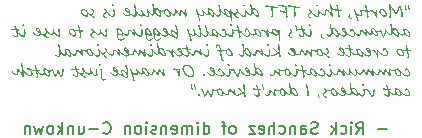
<source format=gbo>
G04 #@! TF.GenerationSoftware,KiCad,Pcbnew,7.0.1*
G04 #@! TF.CreationDate,2023-04-02T16:08:22+02:00*
G04 #@! TF.ProjectId,PMOD SPI SD TFT,504d4f44-2053-4504-9920-534420544654,V1.0*
G04 #@! TF.SameCoordinates,Original*
G04 #@! TF.FileFunction,Legend,Bot*
G04 #@! TF.FilePolarity,Positive*
%FSLAX46Y46*%
G04 Gerber Fmt 4.6, Leading zero omitted, Abs format (unit mm)*
G04 Created by KiCad (PCBNEW 7.0.1) date 2023-04-02 16:08:22*
%MOMM*%
%LPD*%
G01*
G04 APERTURE LIST*
%ADD10C,0.150000*%
%ADD11R,1.700000X1.700000*%
%ADD12O,1.700000X1.700000*%
%ADD13C,1.524000*%
%ADD14R,1.524000X1.524000*%
%ADD15C,3.000000*%
%ADD16R,1.600000X1.600000*%
%ADD17C,1.600000*%
G04 APERTURE END LIST*
D10*
X15001904Y12618333D02*
X14240000Y12618333D01*
X12430476Y12237380D02*
X12763809Y12713571D01*
X13001904Y12237380D02*
X13001904Y13237380D01*
X13001904Y13237380D02*
X12620952Y13237380D01*
X12620952Y13237380D02*
X12525714Y13189761D01*
X12525714Y13189761D02*
X12478095Y13142142D01*
X12478095Y13142142D02*
X12430476Y13046904D01*
X12430476Y13046904D02*
X12430476Y12904047D01*
X12430476Y12904047D02*
X12478095Y12808809D01*
X12478095Y12808809D02*
X12525714Y12761190D01*
X12525714Y12761190D02*
X12620952Y12713571D01*
X12620952Y12713571D02*
X13001904Y12713571D01*
X12001904Y12237380D02*
X12001904Y12904047D01*
X12001904Y13237380D02*
X12049523Y13189761D01*
X12049523Y13189761D02*
X12001904Y13142142D01*
X12001904Y13142142D02*
X11954285Y13189761D01*
X11954285Y13189761D02*
X12001904Y13237380D01*
X12001904Y13237380D02*
X12001904Y13142142D01*
X11097143Y12285000D02*
X11192381Y12237380D01*
X11192381Y12237380D02*
X11382857Y12237380D01*
X11382857Y12237380D02*
X11478095Y12285000D01*
X11478095Y12285000D02*
X11525714Y12332619D01*
X11525714Y12332619D02*
X11573333Y12427857D01*
X11573333Y12427857D02*
X11573333Y12713571D01*
X11573333Y12713571D02*
X11525714Y12808809D01*
X11525714Y12808809D02*
X11478095Y12856428D01*
X11478095Y12856428D02*
X11382857Y12904047D01*
X11382857Y12904047D02*
X11192381Y12904047D01*
X11192381Y12904047D02*
X11097143Y12856428D01*
X10668571Y12237380D02*
X10668571Y13237380D01*
X10573333Y12618333D02*
X10287619Y12237380D01*
X10287619Y12904047D02*
X10668571Y12523095D01*
X9144761Y12285000D02*
X9001904Y12237380D01*
X9001904Y12237380D02*
X8763809Y12237380D01*
X8763809Y12237380D02*
X8668571Y12285000D01*
X8668571Y12285000D02*
X8620952Y12332619D01*
X8620952Y12332619D02*
X8573333Y12427857D01*
X8573333Y12427857D02*
X8573333Y12523095D01*
X8573333Y12523095D02*
X8620952Y12618333D01*
X8620952Y12618333D02*
X8668571Y12665952D01*
X8668571Y12665952D02*
X8763809Y12713571D01*
X8763809Y12713571D02*
X8954285Y12761190D01*
X8954285Y12761190D02*
X9049523Y12808809D01*
X9049523Y12808809D02*
X9097142Y12856428D01*
X9097142Y12856428D02*
X9144761Y12951666D01*
X9144761Y12951666D02*
X9144761Y13046904D01*
X9144761Y13046904D02*
X9097142Y13142142D01*
X9097142Y13142142D02*
X9049523Y13189761D01*
X9049523Y13189761D02*
X8954285Y13237380D01*
X8954285Y13237380D02*
X8716190Y13237380D01*
X8716190Y13237380D02*
X8573333Y13189761D01*
X7716190Y12237380D02*
X7716190Y12761190D01*
X7716190Y12761190D02*
X7763809Y12856428D01*
X7763809Y12856428D02*
X7859047Y12904047D01*
X7859047Y12904047D02*
X8049523Y12904047D01*
X8049523Y12904047D02*
X8144761Y12856428D01*
X7716190Y12285000D02*
X7811428Y12237380D01*
X7811428Y12237380D02*
X8049523Y12237380D01*
X8049523Y12237380D02*
X8144761Y12285000D01*
X8144761Y12285000D02*
X8192380Y12380238D01*
X8192380Y12380238D02*
X8192380Y12475476D01*
X8192380Y12475476D02*
X8144761Y12570714D01*
X8144761Y12570714D02*
X8049523Y12618333D01*
X8049523Y12618333D02*
X7811428Y12618333D01*
X7811428Y12618333D02*
X7716190Y12665952D01*
X7239999Y12904047D02*
X7239999Y12237380D01*
X7239999Y12808809D02*
X7192380Y12856428D01*
X7192380Y12856428D02*
X7097142Y12904047D01*
X7097142Y12904047D02*
X6954285Y12904047D01*
X6954285Y12904047D02*
X6859047Y12856428D01*
X6859047Y12856428D02*
X6811428Y12761190D01*
X6811428Y12761190D02*
X6811428Y12237380D01*
X5906666Y12285000D02*
X6001904Y12237380D01*
X6001904Y12237380D02*
X6192380Y12237380D01*
X6192380Y12237380D02*
X6287618Y12285000D01*
X6287618Y12285000D02*
X6335237Y12332619D01*
X6335237Y12332619D02*
X6382856Y12427857D01*
X6382856Y12427857D02*
X6382856Y12713571D01*
X6382856Y12713571D02*
X6335237Y12808809D01*
X6335237Y12808809D02*
X6287618Y12856428D01*
X6287618Y12856428D02*
X6192380Y12904047D01*
X6192380Y12904047D02*
X6001904Y12904047D01*
X6001904Y12904047D02*
X5906666Y12856428D01*
X5478094Y12237380D02*
X5478094Y13237380D01*
X5049523Y12237380D02*
X5049523Y12761190D01*
X5049523Y12761190D02*
X5097142Y12856428D01*
X5097142Y12856428D02*
X5192380Y12904047D01*
X5192380Y12904047D02*
X5335237Y12904047D01*
X5335237Y12904047D02*
X5430475Y12856428D01*
X5430475Y12856428D02*
X5478094Y12808809D01*
X4192380Y12285000D02*
X4287618Y12237380D01*
X4287618Y12237380D02*
X4478094Y12237380D01*
X4478094Y12237380D02*
X4573332Y12285000D01*
X4573332Y12285000D02*
X4620951Y12380238D01*
X4620951Y12380238D02*
X4620951Y12761190D01*
X4620951Y12761190D02*
X4573332Y12856428D01*
X4573332Y12856428D02*
X4478094Y12904047D01*
X4478094Y12904047D02*
X4287618Y12904047D01*
X4287618Y12904047D02*
X4192380Y12856428D01*
X4192380Y12856428D02*
X4144761Y12761190D01*
X4144761Y12761190D02*
X4144761Y12665952D01*
X4144761Y12665952D02*
X4620951Y12570714D01*
X3811427Y12904047D02*
X3287618Y12904047D01*
X3287618Y12904047D02*
X3811427Y12237380D01*
X3811427Y12237380D02*
X3287618Y12237380D01*
X2001903Y12237380D02*
X2097141Y12285000D01*
X2097141Y12285000D02*
X2144760Y12332619D01*
X2144760Y12332619D02*
X2192379Y12427857D01*
X2192379Y12427857D02*
X2192379Y12713571D01*
X2192379Y12713571D02*
X2144760Y12808809D01*
X2144760Y12808809D02*
X2097141Y12856428D01*
X2097141Y12856428D02*
X2001903Y12904047D01*
X2001903Y12904047D02*
X1859046Y12904047D01*
X1859046Y12904047D02*
X1763808Y12856428D01*
X1763808Y12856428D02*
X1716189Y12808809D01*
X1716189Y12808809D02*
X1668570Y12713571D01*
X1668570Y12713571D02*
X1668570Y12427857D01*
X1668570Y12427857D02*
X1716189Y12332619D01*
X1716189Y12332619D02*
X1763808Y12285000D01*
X1763808Y12285000D02*
X1859046Y12237380D01*
X1859046Y12237380D02*
X2001903Y12237380D01*
X1382855Y12904047D02*
X1001903Y12904047D01*
X1239998Y12237380D02*
X1239998Y13094523D01*
X1239998Y13094523D02*
X1192379Y13189761D01*
X1192379Y13189761D02*
X1097141Y13237380D01*
X1097141Y13237380D02*
X1001903Y13237380D01*
X-521906Y12237380D02*
X-521906Y13237380D01*
X-521906Y12285000D02*
X-426668Y12237380D01*
X-426668Y12237380D02*
X-236192Y12237380D01*
X-236192Y12237380D02*
X-140954Y12285000D01*
X-140954Y12285000D02*
X-93335Y12332619D01*
X-93335Y12332619D02*
X-45716Y12427857D01*
X-45716Y12427857D02*
X-45716Y12713571D01*
X-45716Y12713571D02*
X-93335Y12808809D01*
X-93335Y12808809D02*
X-140954Y12856428D01*
X-140954Y12856428D02*
X-236192Y12904047D01*
X-236192Y12904047D02*
X-426668Y12904047D01*
X-426668Y12904047D02*
X-521906Y12856428D01*
X-998097Y12237380D02*
X-998097Y12904047D01*
X-998097Y13237380D02*
X-950478Y13189761D01*
X-950478Y13189761D02*
X-998097Y13142142D01*
X-998097Y13142142D02*
X-1045716Y13189761D01*
X-1045716Y13189761D02*
X-998097Y13237380D01*
X-998097Y13237380D02*
X-998097Y13142142D01*
X-1474287Y12237380D02*
X-1474287Y12904047D01*
X-1474287Y12808809D02*
X-1521906Y12856428D01*
X-1521906Y12856428D02*
X-1617144Y12904047D01*
X-1617144Y12904047D02*
X-1760001Y12904047D01*
X-1760001Y12904047D02*
X-1855239Y12856428D01*
X-1855239Y12856428D02*
X-1902858Y12761190D01*
X-1902858Y12761190D02*
X-1902858Y12237380D01*
X-1902858Y12761190D02*
X-1950477Y12856428D01*
X-1950477Y12856428D02*
X-2045715Y12904047D01*
X-2045715Y12904047D02*
X-2188572Y12904047D01*
X-2188572Y12904047D02*
X-2283811Y12856428D01*
X-2283811Y12856428D02*
X-2331430Y12761190D01*
X-2331430Y12761190D02*
X-2331430Y12237380D01*
X-3188572Y12285000D02*
X-3093334Y12237380D01*
X-3093334Y12237380D02*
X-2902858Y12237380D01*
X-2902858Y12237380D02*
X-2807620Y12285000D01*
X-2807620Y12285000D02*
X-2760001Y12380238D01*
X-2760001Y12380238D02*
X-2760001Y12761190D01*
X-2760001Y12761190D02*
X-2807620Y12856428D01*
X-2807620Y12856428D02*
X-2902858Y12904047D01*
X-2902858Y12904047D02*
X-3093334Y12904047D01*
X-3093334Y12904047D02*
X-3188572Y12856428D01*
X-3188572Y12856428D02*
X-3236191Y12761190D01*
X-3236191Y12761190D02*
X-3236191Y12665952D01*
X-3236191Y12665952D02*
X-2760001Y12570714D01*
X-3664763Y12904047D02*
X-3664763Y12237380D01*
X-3664763Y12808809D02*
X-3712382Y12856428D01*
X-3712382Y12856428D02*
X-3807620Y12904047D01*
X-3807620Y12904047D02*
X-3950477Y12904047D01*
X-3950477Y12904047D02*
X-4045715Y12856428D01*
X-4045715Y12856428D02*
X-4093334Y12761190D01*
X-4093334Y12761190D02*
X-4093334Y12237380D01*
X-4521906Y12285000D02*
X-4617144Y12237380D01*
X-4617144Y12237380D02*
X-4807620Y12237380D01*
X-4807620Y12237380D02*
X-4902858Y12285000D01*
X-4902858Y12285000D02*
X-4950477Y12380238D01*
X-4950477Y12380238D02*
X-4950477Y12427857D01*
X-4950477Y12427857D02*
X-4902858Y12523095D01*
X-4902858Y12523095D02*
X-4807620Y12570714D01*
X-4807620Y12570714D02*
X-4664763Y12570714D01*
X-4664763Y12570714D02*
X-4569525Y12618333D01*
X-4569525Y12618333D02*
X-4521906Y12713571D01*
X-4521906Y12713571D02*
X-4521906Y12761190D01*
X-4521906Y12761190D02*
X-4569525Y12856428D01*
X-4569525Y12856428D02*
X-4664763Y12904047D01*
X-4664763Y12904047D02*
X-4807620Y12904047D01*
X-4807620Y12904047D02*
X-4902858Y12856428D01*
X-5379049Y12237380D02*
X-5379049Y12904047D01*
X-5379049Y13237380D02*
X-5331430Y13189761D01*
X-5331430Y13189761D02*
X-5379049Y13142142D01*
X-5379049Y13142142D02*
X-5426668Y13189761D01*
X-5426668Y13189761D02*
X-5379049Y13237380D01*
X-5379049Y13237380D02*
X-5379049Y13142142D01*
X-5998096Y12237380D02*
X-5902858Y12285000D01*
X-5902858Y12285000D02*
X-5855239Y12332619D01*
X-5855239Y12332619D02*
X-5807620Y12427857D01*
X-5807620Y12427857D02*
X-5807620Y12713571D01*
X-5807620Y12713571D02*
X-5855239Y12808809D01*
X-5855239Y12808809D02*
X-5902858Y12856428D01*
X-5902858Y12856428D02*
X-5998096Y12904047D01*
X-5998096Y12904047D02*
X-6140953Y12904047D01*
X-6140953Y12904047D02*
X-6236191Y12856428D01*
X-6236191Y12856428D02*
X-6283810Y12808809D01*
X-6283810Y12808809D02*
X-6331429Y12713571D01*
X-6331429Y12713571D02*
X-6331429Y12427857D01*
X-6331429Y12427857D02*
X-6283810Y12332619D01*
X-6283810Y12332619D02*
X-6236191Y12285000D01*
X-6236191Y12285000D02*
X-6140953Y12237380D01*
X-6140953Y12237380D02*
X-5998096Y12237380D01*
X-6760001Y12904047D02*
X-6760001Y12237380D01*
X-6760001Y12808809D02*
X-6807620Y12856428D01*
X-6807620Y12856428D02*
X-6902858Y12904047D01*
X-6902858Y12904047D02*
X-7045715Y12904047D01*
X-7045715Y12904047D02*
X-7140953Y12856428D01*
X-7140953Y12856428D02*
X-7188572Y12761190D01*
X-7188572Y12761190D02*
X-7188572Y12237380D01*
X-8998096Y12332619D02*
X-8950477Y12285000D01*
X-8950477Y12285000D02*
X-8807620Y12237380D01*
X-8807620Y12237380D02*
X-8712382Y12237380D01*
X-8712382Y12237380D02*
X-8569525Y12285000D01*
X-8569525Y12285000D02*
X-8474287Y12380238D01*
X-8474287Y12380238D02*
X-8426668Y12475476D01*
X-8426668Y12475476D02*
X-8379049Y12665952D01*
X-8379049Y12665952D02*
X-8379049Y12808809D01*
X-8379049Y12808809D02*
X-8426668Y12999285D01*
X-8426668Y12999285D02*
X-8474287Y13094523D01*
X-8474287Y13094523D02*
X-8569525Y13189761D01*
X-8569525Y13189761D02*
X-8712382Y13237380D01*
X-8712382Y13237380D02*
X-8807620Y13237380D01*
X-8807620Y13237380D02*
X-8950477Y13189761D01*
X-8950477Y13189761D02*
X-8998096Y13142142D01*
X-9426668Y12618333D02*
X-10188573Y12618333D01*
X-11093334Y12904047D02*
X-11093334Y12237380D01*
X-10664763Y12904047D02*
X-10664763Y12380238D01*
X-10664763Y12380238D02*
X-10712382Y12285000D01*
X-10712382Y12285000D02*
X-10807620Y12237380D01*
X-10807620Y12237380D02*
X-10950477Y12237380D01*
X-10950477Y12237380D02*
X-11045715Y12285000D01*
X-11045715Y12285000D02*
X-11093334Y12332619D01*
X-11569525Y12904047D02*
X-11569525Y12237380D01*
X-11569525Y12808809D02*
X-11617144Y12856428D01*
X-11617144Y12856428D02*
X-11712382Y12904047D01*
X-11712382Y12904047D02*
X-11855239Y12904047D01*
X-11855239Y12904047D02*
X-11950477Y12856428D01*
X-11950477Y12856428D02*
X-11998096Y12761190D01*
X-11998096Y12761190D02*
X-11998096Y12237380D01*
X-12474287Y12237380D02*
X-12474287Y13237380D01*
X-12569525Y12618333D02*
X-12855239Y12237380D01*
X-12855239Y12904047D02*
X-12474287Y12523095D01*
X-13426668Y12237380D02*
X-13331430Y12285000D01*
X-13331430Y12285000D02*
X-13283811Y12332619D01*
X-13283811Y12332619D02*
X-13236192Y12427857D01*
X-13236192Y12427857D02*
X-13236192Y12713571D01*
X-13236192Y12713571D02*
X-13283811Y12808809D01*
X-13283811Y12808809D02*
X-13331430Y12856428D01*
X-13331430Y12856428D02*
X-13426668Y12904047D01*
X-13426668Y12904047D02*
X-13569525Y12904047D01*
X-13569525Y12904047D02*
X-13664763Y12856428D01*
X-13664763Y12856428D02*
X-13712382Y12808809D01*
X-13712382Y12808809D02*
X-13760001Y12713571D01*
X-13760001Y12713571D02*
X-13760001Y12427857D01*
X-13760001Y12427857D02*
X-13712382Y12332619D01*
X-13712382Y12332619D02*
X-13664763Y12285000D01*
X-13664763Y12285000D02*
X-13569525Y12237380D01*
X-13569525Y12237380D02*
X-13426668Y12237380D01*
X-14093335Y12904047D02*
X-14283811Y12237380D01*
X-14283811Y12237380D02*
X-14474287Y12713571D01*
X-14474287Y12713571D02*
X-14664763Y12237380D01*
X-14664763Y12237380D02*
X-14855239Y12904047D01*
X-15236192Y12904047D02*
X-15236192Y12237380D01*
X-15236192Y12808809D02*
X-15283811Y12856428D01*
X-15283811Y12856428D02*
X-15379049Y12904047D01*
X-15379049Y12904047D02*
X-15521906Y12904047D01*
X-15521906Y12904047D02*
X-15617144Y12856428D01*
X-15617144Y12856428D02*
X-15664763Y12761190D01*
X-15664763Y12761190D02*
X-15664763Y12237380D01*
G36*
X16502436Y23111032D02*
G01*
X16503505Y23099537D01*
X16505258Y23088741D01*
X16507261Y23078103D01*
X16509799Y23065686D01*
X16512053Y23055207D01*
X16514608Y23043727D01*
X16517463Y23031247D01*
X16519533Y23022372D01*
X16522244Y23011146D01*
X16524728Y23000671D01*
X16526985Y22990948D01*
X16529395Y22980272D01*
X16531479Y22970678D01*
X16532966Y22963509D01*
X16534981Y22953572D01*
X16536985Y22943768D01*
X16538828Y22934933D01*
X16540900Y22922959D01*
X16542840Y22911463D01*
X16544649Y22900443D01*
X16546327Y22889901D01*
X16547874Y22879835D01*
X16549557Y22868386D01*
X16549819Y22866545D01*
X16551393Y22855577D01*
X16553002Y22844471D01*
X16554645Y22833229D01*
X16556322Y22821848D01*
X16558034Y22810331D01*
X16558612Y22806461D01*
X16560229Y22795447D01*
X16561966Y22784571D01*
X16563824Y22773832D01*
X16565802Y22763230D01*
X16567900Y22752766D01*
X16568626Y22749308D01*
X16570910Y22739187D01*
X16573366Y22729341D01*
X16575993Y22719770D01*
X16579276Y22708951D01*
X16582792Y22698506D01*
X16587373Y22689590D01*
X16594474Y22682567D01*
X16597935Y22680188D01*
X16606888Y22675871D01*
X16616528Y22673547D01*
X16623336Y22673104D01*
X16633249Y22674072D01*
X16642572Y22677278D01*
X16645562Y22678966D01*
X16653619Y22685267D01*
X16660389Y22693177D01*
X16661194Y22694354D01*
X16665882Y22703463D01*
X16669063Y22712927D01*
X16669987Y22716824D01*
X16671624Y22726590D01*
X16672505Y22736837D01*
X16672673Y22743935D01*
X16672299Y22755250D01*
X16671177Y22767947D01*
X16669845Y22778376D01*
X16668092Y22789583D01*
X16665918Y22801566D01*
X16663323Y22814326D01*
X16660308Y22827864D01*
X16656872Y22842179D01*
X16654347Y22852154D01*
X16651636Y22862474D01*
X16648737Y22873139D01*
X16645713Y22883687D01*
X16642868Y22893652D01*
X16638937Y22907509D01*
X16635409Y22920056D01*
X16632285Y22931294D01*
X16629564Y22941222D01*
X16626565Y22952423D01*
X16623824Y22963150D01*
X16621871Y22972058D01*
X16620344Y22982652D01*
X16618708Y22993474D01*
X16617082Y23003904D01*
X16615250Y23015399D01*
X16613566Y23025791D01*
X16611887Y23036151D01*
X16610208Y23046165D01*
X16608529Y23055834D01*
X16606514Y23066979D01*
X16604499Y23077627D01*
X16602820Y23086119D01*
X16600696Y23095876D01*
X16598175Y23106457D01*
X16595607Y23116172D01*
X16592615Y23126217D01*
X16591096Y23130816D01*
X16587012Y23139946D01*
X16580488Y23148211D01*
X16572072Y23153904D01*
X16561762Y23157026D01*
X16553238Y23157682D01*
X16543306Y23156542D01*
X16533566Y23153123D01*
X16525071Y23148169D01*
X16518800Y23143272D01*
X16511641Y23136128D01*
X16506032Y23127361D01*
X16503011Y23117821D01*
X16502436Y23111032D01*
G37*
G36*
X16785513Y23103216D02*
G01*
X16785860Y23093005D01*
X16786246Y23087829D01*
X16787225Y23077671D01*
X16788200Y23069022D01*
X16789574Y23058976D01*
X16790856Y23048824D01*
X16791131Y23046552D01*
X16792365Y23036388D01*
X16793934Y23026576D01*
X16795039Y23020662D01*
X16796584Y23010919D01*
X16798127Y23000855D01*
X16798703Y22996970D01*
X16799981Y22986919D01*
X16800656Y22981827D01*
X16802336Y22971142D01*
X16804517Y22961605D01*
X16807488Y22950763D01*
X16810567Y22940731D01*
X16814195Y22929792D01*
X16815800Y22925163D01*
X16819565Y22913932D01*
X16822769Y22903596D01*
X16825413Y22894155D01*
X16827846Y22884005D01*
X16829664Y22873792D01*
X16830210Y22868743D01*
X16831043Y22858525D01*
X16831865Y22848784D01*
X16832835Y22837724D01*
X16833789Y22827351D01*
X16834879Y22816118D01*
X16835339Y22811590D01*
X16836384Y22801776D01*
X16837521Y22791648D01*
X16838728Y22781640D01*
X16839735Y22773977D01*
X16840974Y22764127D01*
X16842674Y22754393D01*
X16844620Y22745645D01*
X16847144Y22736102D01*
X16850015Y22726618D01*
X16852924Y22718045D01*
X16857548Y22709121D01*
X16864033Y22701599D01*
X16868800Y22697529D01*
X16877650Y22692171D01*
X16887780Y22689157D01*
X16893469Y22688736D01*
X16903607Y22689811D01*
X16913590Y22693673D01*
X16921864Y22700344D01*
X16927701Y22708485D01*
X16929128Y22711206D01*
X16933411Y22720950D01*
X16936642Y22731162D01*
X16938820Y22741841D01*
X16939947Y22752987D01*
X16940119Y22759566D01*
X16939594Y22769627D01*
X16938225Y22779701D01*
X16936294Y22789467D01*
X16934746Y22795959D01*
X16931891Y22806736D01*
X16929318Y22816216D01*
X16926675Y22825743D01*
X16923962Y22835317D01*
X16922778Y22839434D01*
X16920542Y22849346D01*
X16918538Y22859605D01*
X16916916Y22869231D01*
X16915366Y22879321D01*
X16913768Y22889744D01*
X16912289Y22899411D01*
X16911787Y22902693D01*
X16910296Y22913154D01*
X16908602Y22924511D01*
X16907010Y22934564D01*
X16905284Y22944641D01*
X16903483Y22953984D01*
X16901327Y22964395D01*
X16899258Y22974472D01*
X16897275Y22984213D01*
X16894763Y22996681D01*
X16892405Y23008553D01*
X16890199Y23019831D01*
X16888146Y23030512D01*
X16886245Y23040599D01*
X16884920Y23047773D01*
X16882884Y23059074D01*
X16881051Y23069469D01*
X16879119Y23080746D01*
X16877479Y23090718D01*
X16875935Y23100702D01*
X16875395Y23104437D01*
X16873929Y23114512D01*
X16870998Y23124221D01*
X16866724Y23133258D01*
X16861717Y23141318D01*
X16854856Y23148831D01*
X16848772Y23153286D01*
X16839559Y23156841D01*
X16831431Y23157682D01*
X16821394Y23155893D01*
X16812687Y23151224D01*
X16805207Y23144641D01*
X16800656Y23139364D01*
X16794031Y23130693D01*
X16789299Y23121779D01*
X16786238Y23111457D01*
X16785513Y23103216D01*
G37*
G36*
X15155437Y23161102D02*
G01*
X15156594Y23151359D01*
X15158123Y23147180D01*
X15163549Y23138406D01*
X15167160Y23133502D01*
X15172525Y23125299D01*
X15176686Y23119092D01*
X15180639Y23109849D01*
X15180838Y23107368D01*
X15181815Y23102483D01*
X15184166Y23092649D01*
X15184257Y23092225D01*
X15187156Y23082214D01*
X15190424Y23072446D01*
X15190608Y23071953D01*
X15193401Y23062565D01*
X15193783Y23060474D01*
X15196588Y23050060D01*
X15199019Y23039764D01*
X15201076Y23029584D01*
X15202759Y23019521D01*
X15203552Y23013823D01*
X15204599Y23003652D01*
X15205389Y22993013D01*
X15205922Y22981907D01*
X15206174Y22972015D01*
X15206239Y22963509D01*
X15206304Y22950786D01*
X15206499Y22938016D01*
X15206823Y22925201D01*
X15207277Y22912340D01*
X15207861Y22899434D01*
X15208575Y22886481D01*
X15209418Y22873483D01*
X15210136Y22863704D01*
X15210391Y22860439D01*
X15211001Y22850553D01*
X15211731Y22840495D01*
X15212581Y22830265D01*
X15213551Y22819864D01*
X15214642Y22809291D01*
X15215032Y22805728D01*
X15216148Y22794901D01*
X15217299Y22783850D01*
X15218484Y22772575D01*
X15219703Y22761078D01*
X15220745Y22751326D01*
X15221382Y22745400D01*
X15222445Y22735614D01*
X15223704Y22724028D01*
X15224946Y22712613D01*
X15226171Y22701370D01*
X15227379Y22690299D01*
X15227977Y22684828D01*
X15229093Y22674089D01*
X15230244Y22663487D01*
X15231429Y22653023D01*
X15232648Y22642696D01*
X15233902Y22632507D01*
X15234327Y22629141D01*
X15235453Y22617051D01*
X15236510Y22604839D01*
X15237498Y22592504D01*
X15238418Y22580048D01*
X15239269Y22567469D01*
X15240052Y22554769D01*
X15240765Y22541946D01*
X15241410Y22529001D01*
X15241983Y22515984D01*
X15242362Y22506126D01*
X15242698Y22496186D01*
X15242992Y22486164D01*
X15243242Y22476062D01*
X15243449Y22465877D01*
X15243614Y22455611D01*
X15243736Y22445263D01*
X15243814Y22434834D01*
X15243850Y22424323D01*
X15243853Y22420802D01*
X15243833Y22411009D01*
X15243776Y22400560D01*
X15243681Y22389455D01*
X15243547Y22377693D01*
X15243376Y22365275D01*
X15243166Y22352200D01*
X15242983Y22341963D01*
X15242779Y22331357D01*
X15242631Y22324081D01*
X15242357Y22312886D01*
X15242082Y22301373D01*
X15241807Y22289542D01*
X15241532Y22277393D01*
X15241257Y22264926D01*
X15240983Y22252142D01*
X15240708Y22239041D01*
X15240433Y22225621D01*
X15240158Y22211884D01*
X15239884Y22197829D01*
X15239700Y22188282D01*
X15232236Y22181470D01*
X15224126Y22174902D01*
X15215359Y22168296D01*
X15214299Y22167522D01*
X15205323Y22161538D01*
X15196831Y22155390D01*
X15188761Y22148715D01*
X15186455Y22146517D01*
X15180612Y22137915D01*
X15178116Y22127918D01*
X15177907Y22123558D01*
X15178877Y22113801D01*
X15181788Y22104129D01*
X15186640Y22094544D01*
X15193432Y22085044D01*
X15200574Y22077193D01*
X15205506Y22072511D01*
X15214236Y22065405D01*
X15222871Y22059503D01*
X15233106Y22054010D01*
X15243204Y22050252D01*
X15253164Y22048228D01*
X15259728Y22047843D01*
X15272331Y22048665D01*
X15284126Y22051131D01*
X15295114Y22055242D01*
X15305295Y22060998D01*
X15314669Y22068397D01*
X15323235Y22077441D01*
X15330995Y22088129D01*
X15337947Y22100462D01*
X15342134Y22109597D01*
X15345961Y22119463D01*
X15349430Y22130060D01*
X15352541Y22141388D01*
X15355439Y22153272D01*
X15358151Y22165171D01*
X15360675Y22177085D01*
X15363013Y22189015D01*
X15365163Y22200960D01*
X15367127Y22212920D01*
X15368903Y22224896D01*
X15370492Y22236887D01*
X15371895Y22248893D01*
X15373110Y22260914D01*
X15374139Y22272951D01*
X15374980Y22285003D01*
X15375635Y22297070D01*
X15376102Y22309152D01*
X15376383Y22321250D01*
X15376476Y22333363D01*
X15376330Y22344986D01*
X15375893Y22356592D01*
X15375163Y22368182D01*
X15374141Y22379754D01*
X15372827Y22391308D01*
X15372324Y22395156D01*
X15371045Y22404867D01*
X15369801Y22414614D01*
X15368593Y22424397D01*
X15367420Y22434216D01*
X15366284Y22444070D01*
X15365183Y22453960D01*
X15364753Y22457927D01*
X15363781Y22468479D01*
X15362762Y22479012D01*
X15361782Y22488839D01*
X15360682Y22499620D01*
X15359463Y22511355D01*
X15358402Y22521430D01*
X15357208Y22532188D01*
X15355945Y22543579D01*
X15354613Y22555605D01*
X15353212Y22568263D01*
X15352117Y22578173D01*
X15350983Y22588439D01*
X15349810Y22599061D01*
X15348598Y22610040D01*
X15347348Y22621375D01*
X15346923Y22625233D01*
X15345671Y22636564D01*
X15344479Y22647384D01*
X15343347Y22657693D01*
X15342275Y22667491D01*
X15340939Y22679760D01*
X15339710Y22691121D01*
X15338588Y22701574D01*
X15337336Y22713363D01*
X15336665Y22719755D01*
X15335477Y22731066D01*
X15334330Y22741832D01*
X15333233Y22751827D01*
X15332513Y22757857D01*
X15331333Y22768033D01*
X15330803Y22773733D01*
X15329808Y22783791D01*
X15328651Y22794066D01*
X15327628Y22802553D01*
X15326173Y22813535D01*
X15324861Y22824039D01*
X15323692Y22834066D01*
X15322479Y22845469D01*
X15321471Y22856185D01*
X15320789Y22864591D01*
X15320028Y22875499D01*
X15319453Y22885354D01*
X15319026Y22895330D01*
X15318835Y22905868D01*
X15317858Y22914905D01*
X15317372Y22925051D01*
X15317370Y22925896D01*
X15320315Y22935668D01*
X15324208Y22943726D01*
X15330330Y22935452D01*
X15336970Y22926506D01*
X15343206Y22918128D01*
X15349840Y22909236D01*
X15351808Y22906601D01*
X15357824Y22898435D01*
X15364150Y22889874D01*
X15370784Y22880918D01*
X15377728Y22871567D01*
X15383751Y22863473D01*
X15387467Y22858485D01*
X15394936Y22848575D01*
X15402139Y22838996D01*
X15409076Y22829747D01*
X15415746Y22820829D01*
X15422150Y22812242D01*
X15428288Y22803985D01*
X15434160Y22796059D01*
X15441575Y22786005D01*
X15448517Y22776539D01*
X15453413Y22769825D01*
X15459885Y22761169D01*
X15466358Y22752544D01*
X15472830Y22743950D01*
X15479303Y22735386D01*
X15485668Y22726823D01*
X15492064Y22718228D01*
X15498491Y22709604D01*
X15504948Y22700948D01*
X15511772Y22692064D01*
X15518118Y22683739D01*
X15524815Y22674900D01*
X15530834Y22666914D01*
X15534990Y22661381D01*
X15541364Y22652814D01*
X15548030Y22643784D01*
X15553808Y22635904D01*
X15559789Y22627703D01*
X15565973Y22619180D01*
X15572359Y22610334D01*
X15580733Y22598687D01*
X15589095Y22587010D01*
X15597443Y22575303D01*
X15605778Y22563565D01*
X15614101Y22551798D01*
X15622411Y22540001D01*
X15630708Y22528173D01*
X15638992Y22516316D01*
X15647263Y22504428D01*
X15655521Y22492511D01*
X15661019Y22484549D01*
X15666403Y22476171D01*
X15667858Y22474047D01*
X15673807Y22465608D01*
X15679379Y22457574D01*
X15680315Y22456217D01*
X15686308Y22447273D01*
X15692160Y22438692D01*
X15697412Y22431548D01*
X15706323Y22420140D01*
X15715106Y22409638D01*
X15723760Y22400042D01*
X15732285Y22391351D01*
X15740681Y22383567D01*
X15748949Y22376688D01*
X15757087Y22370715D01*
X15767739Y22364161D01*
X15778161Y22359217D01*
X15785827Y22356566D01*
X15797825Y22360331D01*
X15809089Y22364483D01*
X15819618Y22369021D01*
X15829413Y22373945D01*
X15838474Y22379256D01*
X15846801Y22384953D01*
X15856762Y22393151D01*
X15865417Y22402035D01*
X15872767Y22411606D01*
X15875953Y22416649D01*
X15881015Y22425706D01*
X15886114Y22434681D01*
X15886700Y22435700D01*
X15891568Y22444656D01*
X15895248Y22451088D01*
X15899975Y22459703D01*
X15903308Y22465498D01*
X15908211Y22474050D01*
X15912345Y22481130D01*
X15917380Y22489960D01*
X15922226Y22498498D01*
X15927640Y22508090D01*
X15932798Y22517284D01*
X15937014Y22524849D01*
X15942387Y22534481D01*
X15947516Y22543595D01*
X15952401Y22552189D01*
X15957042Y22560264D01*
X15962373Y22570218D01*
X15967680Y22580386D01*
X15972963Y22590768D01*
X15978222Y22601366D01*
X15983458Y22612178D01*
X15988669Y22623205D01*
X15990747Y22627675D01*
X15994796Y22636701D01*
X15998761Y22645826D01*
X16002643Y22655050D01*
X16006440Y22664373D01*
X16010153Y22673795D01*
X16013782Y22683317D01*
X16017328Y22692938D01*
X16020789Y22702658D01*
X16023809Y22712040D01*
X16027093Y22722162D01*
X16030531Y22732641D01*
X16033634Y22741960D01*
X16034711Y22745156D01*
X16037807Y22754783D01*
X16041047Y22764587D01*
X16042771Y22769580D01*
X16046007Y22779228D01*
X16049086Y22789045D01*
X16049854Y22791562D01*
X16052743Y22801601D01*
X16055719Y22811828D01*
X16058684Y22821930D01*
X16059379Y22824291D01*
X16062142Y22833862D01*
X16065058Y22843525D01*
X16068126Y22853279D01*
X16071347Y22863125D01*
X16074660Y22873170D01*
X16078003Y22883275D01*
X16081377Y22893442D01*
X16084781Y22903670D01*
X16088009Y22913798D01*
X16091508Y22924720D01*
X16094920Y22935276D01*
X16098133Y22945023D01*
X16099924Y22950076D01*
X16102595Y22939787D01*
X16105308Y22929733D01*
X16108372Y22918696D01*
X16111277Y22908455D01*
X16113357Y22901227D01*
X16116589Y22890007D01*
X16119321Y22880448D01*
X16122089Y22870697D01*
X16124893Y22860755D01*
X16127732Y22850623D01*
X16130607Y22840300D01*
X16131187Y22838213D01*
X16134081Y22827820D01*
X16136964Y22817404D01*
X16139834Y22806964D01*
X16142693Y22796501D01*
X16145540Y22786013D01*
X16148374Y22775501D01*
X16149505Y22771290D01*
X16152187Y22760924D01*
X16154738Y22750892D01*
X16157158Y22741194D01*
X16159888Y22729997D01*
X16162430Y22719281D01*
X16164404Y22710718D01*
X16166934Y22700480D01*
X16169396Y22690465D01*
X16171788Y22680673D01*
X16174113Y22671105D01*
X16176737Y22660224D01*
X16177104Y22658694D01*
X16179657Y22648125D01*
X16182187Y22637790D01*
X16184693Y22627689D01*
X16187176Y22617822D01*
X16188584Y22612288D01*
X16191694Y22600896D01*
X16194262Y22591346D01*
X16197032Y22580932D01*
X16200004Y22569656D01*
X16203177Y22557517D01*
X16206553Y22544514D01*
X16210130Y22530649D01*
X16212627Y22520926D01*
X16215213Y22510819D01*
X16217889Y22500329D01*
X16220655Y22489456D01*
X16223511Y22478199D01*
X16226217Y22467358D01*
X16228657Y22456543D01*
X16230831Y22445754D01*
X16232738Y22434991D01*
X16234380Y22424253D01*
X16235755Y22413541D01*
X16236864Y22402855D01*
X16237707Y22392195D01*
X16238284Y22381560D01*
X16238595Y22370951D01*
X16238654Y22363893D01*
X16238379Y22354116D01*
X16237730Y22344184D01*
X16236820Y22333858D01*
X16236700Y22332630D01*
X16235433Y22322326D01*
X16234049Y22312433D01*
X16232407Y22301723D01*
X16230796Y22291891D01*
X16229617Y22285003D01*
X16227971Y22274850D01*
X16226514Y22265093D01*
X16225053Y22254209D01*
X16223849Y22243862D01*
X16223022Y22235421D01*
X16222060Y22224766D01*
X16221373Y22214783D01*
X16220929Y22204354D01*
X16220824Y22196831D01*
X16222292Y22186087D01*
X16225465Y22176742D01*
X16230413Y22166532D01*
X16236069Y22157093D01*
X16239386Y22152134D01*
X16246322Y22143253D01*
X16253205Y22136209D01*
X16261171Y22130314D01*
X16271310Y22126409D01*
X16275779Y22126001D01*
X16285892Y22126001D01*
X16294341Y22126001D01*
X16304165Y22126001D01*
X16313636Y22126001D01*
X16325107Y22127127D01*
X16335551Y22130508D01*
X16344970Y22136143D01*
X16353364Y22144032D01*
X16359340Y22151967D01*
X16364660Y22161343D01*
X16369324Y22172162D01*
X16373331Y22183642D01*
X16376804Y22195243D01*
X16379742Y22206967D01*
X16382146Y22218813D01*
X16384016Y22230781D01*
X16385352Y22242871D01*
X16386153Y22255083D01*
X16386421Y22267417D01*
X16385753Y22277277D01*
X16384257Y22287055D01*
X16382247Y22296987D01*
X16380003Y22306524D01*
X16379582Y22308206D01*
X16377058Y22318302D01*
X16374463Y22328682D01*
X16371882Y22339003D01*
X16371278Y22341423D01*
X16368759Y22351589D01*
X16366087Y22362305D01*
X16363625Y22372133D01*
X16361045Y22382381D01*
X16360287Y22385386D01*
X16357458Y22395463D01*
X16354627Y22405748D01*
X16351952Y22415749D01*
X16350028Y22423244D01*
X16347551Y22433275D01*
X16345876Y22439853D01*
X16343063Y22450736D01*
X16340301Y22461405D01*
X16337590Y22471859D01*
X16334931Y22482099D01*
X16332324Y22492124D01*
X16329768Y22501934D01*
X16327263Y22511530D01*
X16324004Y22523990D01*
X16320837Y22536068D01*
X16318521Y22544877D01*
X16315449Y22556372D01*
X16312461Y22567531D01*
X16309557Y22578354D01*
X16306736Y22588841D01*
X16304000Y22598992D01*
X16301348Y22608808D01*
X16298779Y22618287D01*
X16296295Y22627431D01*
X16293300Y22638723D01*
X16290270Y22650157D01*
X16287204Y22661735D01*
X16284102Y22673456D01*
X16281595Y22682935D01*
X16279064Y22692507D01*
X16276511Y22702169D01*
X16273924Y22712008D01*
X16271291Y22721984D01*
X16268612Y22732097D01*
X16265887Y22742347D01*
X16263116Y22752735D01*
X16260300Y22763261D01*
X16257437Y22773923D01*
X16254529Y22784723D01*
X16251167Y22796878D01*
X16247920Y22808552D01*
X16244786Y22819746D01*
X16241768Y22830458D01*
X16238864Y22840689D01*
X16236074Y22850440D01*
X16232748Y22861952D01*
X16230838Y22868499D01*
X16227804Y22879161D01*
X16224961Y22889775D01*
X16222308Y22900341D01*
X16219847Y22910860D01*
X16217576Y22921331D01*
X16215496Y22931754D01*
X16214718Y22935910D01*
X16213034Y22947138D01*
X16211493Y22957162D01*
X16209833Y22967600D01*
X16208157Y22977586D01*
X16206414Y22986957D01*
X16204278Y22996632D01*
X16201717Y23006423D01*
X16198731Y23016329D01*
X16196888Y23021883D01*
X16193219Y23032031D01*
X16189358Y23042139D01*
X16185303Y23052209D01*
X16182966Y23057787D01*
X16178037Y23068552D01*
X16172715Y23077493D01*
X16165808Y23085814D01*
X16157034Y23092200D01*
X16147489Y23095010D01*
X16144620Y23095156D01*
X16132240Y23095007D01*
X16120501Y23094561D01*
X16109403Y23093817D01*
X16098947Y23092775D01*
X16089131Y23091435D01*
X16077763Y23089342D01*
X16067397Y23086784D01*
X16063532Y23085631D01*
X16052784Y23081389D01*
X16044339Y23076411D01*
X16036360Y23070121D01*
X16028845Y23062520D01*
X16021796Y23053606D01*
X16015211Y23043381D01*
X16013950Y23041178D01*
X16008805Y23032347D01*
X16004084Y23023438D01*
X15999789Y23014452D01*
X15997586Y23009427D01*
X15993795Y23000400D01*
X15990390Y22991180D01*
X15987372Y22981767D01*
X15985862Y22976454D01*
X15983076Y22966843D01*
X15980212Y22956421D01*
X15977602Y22946476D01*
X15975604Y22938596D01*
X15973158Y22928924D01*
X15970735Y22918715D01*
X15968336Y22907967D01*
X15966298Y22898327D01*
X15964613Y22889992D01*
X15962310Y22880172D01*
X15959429Y22870524D01*
X15956309Y22861904D01*
X15952389Y22852126D01*
X15948725Y22842585D01*
X15944966Y22832424D01*
X15944585Y22831374D01*
X15941221Y22821362D01*
X15937754Y22811354D01*
X15934184Y22801349D01*
X15930511Y22791349D01*
X15926735Y22781352D01*
X15922855Y22771359D01*
X15918873Y22761370D01*
X15914788Y22751384D01*
X15910599Y22741403D01*
X15906308Y22731425D01*
X15901913Y22721451D01*
X15897416Y22711481D01*
X15892815Y22701515D01*
X15888112Y22691552D01*
X15883305Y22681594D01*
X15878395Y22671639D01*
X15873383Y22661688D01*
X15868267Y22651741D01*
X15863048Y22641798D01*
X15857726Y22631858D01*
X15852302Y22621922D01*
X15846774Y22611990D01*
X15841143Y22602062D01*
X15835409Y22592138D01*
X15829572Y22582218D01*
X15823632Y22572301D01*
X15817589Y22562388D01*
X15811442Y22552479D01*
X15805193Y22542574D01*
X15798841Y22532672D01*
X15792386Y22522775D01*
X15785827Y22512881D01*
X15777921Y22519203D01*
X15769277Y22525433D01*
X15763846Y22529245D01*
X15755964Y22535510D01*
X15748458Y22541702D01*
X15741169Y22548514D01*
X15737712Y22552693D01*
X15731076Y22561099D01*
X15724894Y22569342D01*
X15718568Y22578158D01*
X15717928Y22579071D01*
X15712098Y22587565D01*
X15706422Y22596562D01*
X15700901Y22606061D01*
X15697900Y22611555D01*
X15692809Y22620451D01*
X15687794Y22629187D01*
X15682856Y22637762D01*
X15676791Y22648255D01*
X15670844Y22658499D01*
X15665017Y22668491D01*
X15659310Y22678234D01*
X15653478Y22687702D01*
X15647431Y22696871D01*
X15641170Y22705743D01*
X15634695Y22714317D01*
X15628004Y22722592D01*
X15621099Y22730569D01*
X15618277Y22733677D01*
X15611050Y22741624D01*
X15603934Y22749837D01*
X15597121Y22757981D01*
X15592631Y22763474D01*
X15585903Y22771792D01*
X15578753Y22780718D01*
X15572290Y22788853D01*
X15565518Y22797434D01*
X15558437Y22806461D01*
X15551448Y22815497D01*
X15544767Y22824104D01*
X15538396Y22832281D01*
X15532334Y22840029D01*
X15525652Y22848526D01*
X15524732Y22849692D01*
X15518459Y22857486D01*
X15511891Y22865592D01*
X15505269Y22873689D01*
X15500063Y22879978D01*
X15492927Y22887997D01*
X15486172Y22895873D01*
X15479799Y22903606D01*
X15478570Y22905135D01*
X15472407Y22912849D01*
X15465847Y22921169D01*
X15459519Y22929315D01*
X15453185Y22937750D01*
X15446927Y22946070D01*
X15440886Y22954088D01*
X15439491Y22955938D01*
X15432860Y22964726D01*
X15426674Y22972992D01*
X15420213Y22981686D01*
X15414334Y22989643D01*
X15407965Y22997287D01*
X15401420Y23005196D01*
X15395154Y23012794D01*
X15394306Y23013823D01*
X15387895Y23021517D01*
X15382338Y23028478D01*
X15376343Y23036292D01*
X15373790Y23039713D01*
X15367424Y23048567D01*
X15361629Y23056815D01*
X15355623Y23065530D01*
X15349407Y23074713D01*
X15346679Y23078792D01*
X15341014Y23087275D01*
X15335196Y23096240D01*
X15329222Y23105685D01*
X15323094Y23115611D01*
X15317869Y23124251D01*
X15314683Y23129594D01*
X15309213Y23138410D01*
X15303945Y23146844D01*
X15297891Y23156461D01*
X15292130Y23165529D01*
X15286660Y23174047D01*
X15283176Y23179420D01*
X15277379Y23188259D01*
X15271956Y23196397D01*
X15266216Y23204838D01*
X15260343Y23213240D01*
X15259728Y23214102D01*
X15251133Y23219612D01*
X15245318Y23220208D01*
X15235046Y23219217D01*
X15224897Y23216338D01*
X15220161Y23214591D01*
X15210358Y23210465D01*
X15200793Y23205718D01*
X15191467Y23200351D01*
X15189631Y23199204D01*
X15180772Y23193307D01*
X15172820Y23187220D01*
X15165119Y23180304D01*
X15164474Y23179664D01*
X15157916Y23171652D01*
X15155300Y23162147D01*
X15155437Y23161102D01*
G37*
G36*
X14576902Y22813571D02*
G01*
X14589099Y22812918D01*
X14601204Y22811831D01*
X14613218Y22810308D01*
X14625140Y22808350D01*
X14636970Y22805957D01*
X14648709Y22803129D01*
X14660356Y22799867D01*
X14671866Y22796249D01*
X14683193Y22792356D01*
X14694337Y22788189D01*
X14705297Y22783746D01*
X14716074Y22779030D01*
X14726668Y22774038D01*
X14737079Y22768771D01*
X14747307Y22763230D01*
X14757340Y22757509D01*
X14767167Y22751583D01*
X14776788Y22745450D01*
X14786203Y22739111D01*
X14795411Y22732566D01*
X14804414Y22725815D01*
X14813210Y22718858D01*
X14821801Y22711695D01*
X14830136Y22704406D01*
X14838165Y22697071D01*
X14845889Y22689690D01*
X14853308Y22682264D01*
X14860422Y22674791D01*
X14867230Y22667273D01*
X14873733Y22659709D01*
X14879931Y22652100D01*
X14885086Y22645322D01*
X14891165Y22636720D01*
X14897314Y22627370D01*
X14902641Y22618760D01*
X14908019Y22609601D01*
X14911614Y22603304D01*
X14916977Y22593602D01*
X14922307Y22583589D01*
X14927602Y22573268D01*
X14931988Y22564431D01*
X14936351Y22555379D01*
X14938056Y22551735D01*
X14942276Y22542523D01*
X14946437Y22533169D01*
X14950539Y22523671D01*
X14954580Y22514030D01*
X14958562Y22504246D01*
X14962485Y22494319D01*
X14963999Y22490325D01*
X14967676Y22480391D01*
X14971197Y22470528D01*
X14974564Y22460737D01*
X14977776Y22451017D01*
X14980832Y22441369D01*
X14983734Y22431793D01*
X14985355Y22426085D01*
X14987932Y22416649D01*
X14990820Y22405452D01*
X14993485Y22394393D01*
X14995926Y22383471D01*
X14998144Y22372686D01*
X14999692Y22363981D01*
X15001203Y22353929D01*
X15002489Y22342744D01*
X15003260Y22332144D01*
X15003518Y22322128D01*
X15003474Y22317977D01*
X15002980Y22307618D01*
X15001938Y22297283D01*
X15000347Y22286972D01*
X14998207Y22276685D01*
X14995519Y22266422D01*
X14992282Y22256182D01*
X14990805Y22252119D01*
X14986734Y22242214D01*
X14982127Y22232666D01*
X14976984Y22223476D01*
X14971303Y22214643D01*
X14965086Y22206169D01*
X14958333Y22198052D01*
X14955448Y22194945D01*
X14947834Y22187502D01*
X14939648Y22180524D01*
X14930890Y22174011D01*
X14921559Y22167964D01*
X14911656Y22162381D01*
X14901180Y22157264D01*
X14894622Y22154470D01*
X14883243Y22150425D01*
X14873737Y22147738D01*
X14863872Y22145540D01*
X14853648Y22143830D01*
X14843065Y22142609D01*
X14832124Y22141876D01*
X14820824Y22141632D01*
X14810100Y22142002D01*
X14798995Y22143111D01*
X14787508Y22144959D01*
X14775639Y22147547D01*
X14765869Y22150150D01*
X14755855Y22153226D01*
X14745597Y22156775D01*
X14735190Y22160771D01*
X14724730Y22165064D01*
X14714216Y22169655D01*
X14703648Y22174544D01*
X14693028Y22179730D01*
X14682354Y22185214D01*
X14671626Y22190996D01*
X14660845Y22197075D01*
X14655415Y22200244D01*
X14644585Y22206724D01*
X14633792Y22213395D01*
X14623038Y22220256D01*
X14612322Y22227309D01*
X14601644Y22234552D01*
X14591004Y22241986D01*
X14583049Y22247687D01*
X14575116Y22253495D01*
X14572482Y22255450D01*
X14564663Y22261319D01*
X14554431Y22269157D01*
X14544421Y22277011D01*
X14534632Y22284880D01*
X14525065Y22292765D01*
X14515719Y22300665D01*
X14506594Y22308580D01*
X14497691Y22316510D01*
X14488993Y22324475D01*
X14480609Y22332370D01*
X14472537Y22340198D01*
X14464779Y22347956D01*
X14457333Y22355646D01*
X14450201Y22363267D01*
X14443381Y22370820D01*
X14436874Y22378303D01*
X14432249Y22383861D01*
X14425151Y22392790D01*
X14418815Y22401302D01*
X14412221Y22410964D01*
X14406725Y22420026D01*
X14401703Y22429839D01*
X14397108Y22439791D01*
X14392849Y22449622D01*
X14388926Y22459331D01*
X14385339Y22468917D01*
X14382476Y22477324D01*
X14379518Y22486846D01*
X14376896Y22496276D01*
X14374348Y22506775D01*
X14372409Y22516255D01*
X14370745Y22525887D01*
X14369356Y22535672D01*
X14368242Y22545610D01*
X14367280Y22555868D01*
X14366593Y22566370D01*
X14366378Y22571988D01*
X14473266Y22571988D01*
X14473556Y22561985D01*
X14474427Y22552006D01*
X14475877Y22542049D01*
X14477907Y22532115D01*
X14480517Y22522204D01*
X14483708Y22512316D01*
X14487478Y22502451D01*
X14491829Y22492609D01*
X14496645Y22482832D01*
X14501812Y22473161D01*
X14507331Y22463598D01*
X14513200Y22454141D01*
X14519421Y22444791D01*
X14525992Y22435548D01*
X14532915Y22426412D01*
X14540189Y22417382D01*
X14547753Y22408547D01*
X14555546Y22399873D01*
X14563568Y22391359D01*
X14571818Y22383005D01*
X14580298Y22374811D01*
X14589007Y22366778D01*
X14597945Y22358905D01*
X14607111Y22351192D01*
X14616389Y22343690D01*
X14625659Y22336446D01*
X14634921Y22329462D01*
X14644175Y22322738D01*
X14653422Y22316273D01*
X14662661Y22310068D01*
X14671893Y22304122D01*
X14681117Y22298436D01*
X14690215Y22293028D01*
X14699191Y22287918D01*
X14708045Y22283106D01*
X14718940Y22277509D01*
X14729645Y22272377D01*
X14740159Y22267711D01*
X14750482Y22263509D01*
X14760347Y22259921D01*
X14771430Y22256417D01*
X14781688Y22253790D01*
X14792614Y22251831D01*
X14803727Y22251053D01*
X14809603Y22251256D01*
X14819789Y22252642D01*
X14829472Y22255343D01*
X14838654Y22259357D01*
X14841590Y22260999D01*
X14849908Y22266387D01*
X14858289Y22273189D01*
X14865765Y22280850D01*
X14867828Y22283308D01*
X14874087Y22291933D01*
X14879392Y22301225D01*
X14883350Y22310160D01*
X14884090Y22312235D01*
X14887071Y22322582D01*
X14888860Y22332881D01*
X14889456Y22343132D01*
X14889230Y22351667D01*
X14888359Y22362474D01*
X14886837Y22373900D01*
X14885069Y22383894D01*
X14882849Y22394317D01*
X14880175Y22405170D01*
X14878997Y22409597D01*
X14875892Y22420664D01*
X14872561Y22431731D01*
X14869004Y22442799D01*
X14865220Y22453866D01*
X14861209Y22464933D01*
X14856972Y22476001D01*
X14855194Y22480411D01*
X14850692Y22491296D01*
X14846107Y22501978D01*
X14841438Y22512457D01*
X14836685Y22522734D01*
X14831849Y22532808D01*
X14826930Y22542679D01*
X14824957Y22546536D01*
X14820125Y22555737D01*
X14814515Y22565944D01*
X14809111Y22575240D01*
X14803913Y22583626D01*
X14798109Y22592260D01*
X14793023Y22599009D01*
X14786503Y22607274D01*
X14779352Y22615959D01*
X14772721Y22623739D01*
X14765625Y22631827D01*
X14763139Y22634595D01*
X14755520Y22642773D01*
X14747660Y22650761D01*
X14739560Y22658561D01*
X14731219Y22666171D01*
X14722638Y22673593D01*
X14719700Y22676040D01*
X14710793Y22683073D01*
X14701748Y22689641D01*
X14692566Y22695747D01*
X14683247Y22701388D01*
X14673790Y22706566D01*
X14664290Y22711131D01*
X14654842Y22714752D01*
X14645445Y22717428D01*
X14634548Y22719356D01*
X14623720Y22719999D01*
X14614755Y22719845D01*
X14601804Y22719039D01*
X14589450Y22717541D01*
X14577692Y22715353D01*
X14566532Y22712472D01*
X14555968Y22708901D01*
X14546001Y22704639D01*
X14536631Y22699685D01*
X14527858Y22694040D01*
X14519681Y22687703D01*
X14512101Y22680676D01*
X14507398Y22675643D01*
X14500913Y22667654D01*
X14495111Y22659137D01*
X14489991Y22650092D01*
X14485554Y22640518D01*
X14481799Y22630417D01*
X14478727Y22619787D01*
X14476338Y22608629D01*
X14474632Y22596944D01*
X14473608Y22584730D01*
X14473266Y22571988D01*
X14366378Y22571988D01*
X14366181Y22577117D01*
X14366044Y22588108D01*
X14366315Y22599164D01*
X14367128Y22610105D01*
X14368482Y22620932D01*
X14370379Y22631644D01*
X14372818Y22642242D01*
X14375798Y22652725D01*
X14379321Y22663094D01*
X14383385Y22673349D01*
X14387827Y22683454D01*
X14392605Y22693255D01*
X14397719Y22702749D01*
X14403169Y22711939D01*
X14408954Y22720823D01*
X14415076Y22729402D01*
X14421533Y22737676D01*
X14428326Y22745645D01*
X14435355Y22753258D01*
X14442644Y22760467D01*
X14450193Y22767272D01*
X14458001Y22773671D01*
X14466069Y22779667D01*
X14474396Y22785258D01*
X14482983Y22790444D01*
X14491829Y22795226D01*
X14498528Y22798543D01*
X14507500Y22802459D01*
X14518780Y22806537D01*
X14530131Y22809710D01*
X14541553Y22811976D01*
X14553047Y22813335D01*
X14564613Y22813788D01*
X14576902Y22813571D01*
G37*
G36*
X12696888Y22754437D02*
G01*
X12697457Y22742206D01*
X12699163Y22730914D01*
X12702006Y22720560D01*
X12705986Y22711145D01*
X12711104Y22702669D01*
X12717359Y22695132D01*
X12724751Y22688534D01*
X12733280Y22682874D01*
X12744641Y22677771D01*
X12755910Y22673594D01*
X12765635Y22670406D01*
X12776450Y22667171D01*
X12788355Y22663889D01*
X12801351Y22660560D01*
X12815438Y22657183D01*
X12825434Y22654906D01*
X12835916Y22652607D01*
X12846882Y22650288D01*
X12858333Y22647947D01*
X12870102Y22645715D01*
X12881719Y22643536D01*
X12893183Y22641410D01*
X12904495Y22639338D01*
X12915653Y22637319D01*
X12926660Y22635354D01*
X12937513Y22633442D01*
X12948214Y22631583D01*
X12958789Y22629835D01*
X12969265Y22628133D01*
X12979641Y22626477D01*
X12989919Y22624867D01*
X13000097Y22623302D01*
X13010175Y22621783D01*
X13020155Y22620310D01*
X13030035Y22618883D01*
X13039775Y22617474D01*
X13052287Y22615628D01*
X13064256Y22613821D01*
X13075684Y22612053D01*
X13086570Y22610322D01*
X13096914Y22608629D01*
X13106716Y22606975D01*
X13118207Y22604961D01*
X13128845Y22603048D01*
X13138624Y22601278D01*
X13149226Y22599343D01*
X13160032Y22597346D01*
X13170320Y22595408D01*
X13171452Y22595191D01*
X13182003Y22592920D01*
X13192257Y22590317D01*
X13201906Y22587589D01*
X13212186Y22584440D01*
X13213706Y22583956D01*
X13223014Y22580971D01*
X13232803Y22577693D01*
X13243072Y22574124D01*
X13253823Y22570263D01*
X13263149Y22566822D01*
X13268905Y22564661D01*
X13271618Y22553059D01*
X13274352Y22541428D01*
X13277107Y22529767D01*
X13279884Y22518075D01*
X13282683Y22506354D01*
X13285503Y22494602D01*
X13288344Y22482820D01*
X13291207Y22471009D01*
X13294092Y22459167D01*
X13296998Y22447295D01*
X13298947Y22439364D01*
X13301793Y22427570D01*
X13304562Y22415908D01*
X13307254Y22404380D01*
X13309869Y22392985D01*
X13312406Y22381723D01*
X13314866Y22370593D01*
X13317249Y22359598D01*
X13319555Y22348735D01*
X13321783Y22338005D01*
X13323934Y22327408D01*
X13325325Y22320418D01*
X13327584Y22310648D01*
X13329813Y22301045D01*
X13329966Y22300390D01*
X13332187Y22290329D01*
X13334552Y22280552D01*
X13335095Y22278408D01*
X13337043Y22268312D01*
X13339070Y22257432D01*
X13340882Y22247253D01*
X13342666Y22236643D01*
X13343965Y22226729D01*
X13344910Y22215986D01*
X13345329Y22205530D01*
X13345353Y22202449D01*
X13345048Y22191412D01*
X13344132Y22181505D01*
X13342371Y22171709D01*
X13340468Y22165079D01*
X13337214Y22155368D01*
X13334362Y22145784D01*
X13331488Y22136293D01*
X13328311Y22126688D01*
X13325325Y22118185D01*
X13322159Y22108704D01*
X13319067Y22098491D01*
X13316438Y22088183D01*
X13314720Y22078520D01*
X13314334Y22072756D01*
X13315448Y22061780D01*
X13318252Y22051801D01*
X13322761Y22041471D01*
X13327985Y22032337D01*
X13332164Y22026105D01*
X13338730Y22017556D01*
X13346781Y22009817D01*
X13355252Y22004486D01*
X13365450Y22001341D01*
X13370754Y22000948D01*
X13380667Y22002573D01*
X13390743Y22007446D01*
X13399510Y22014210D01*
X13406908Y22021669D01*
X13414389Y22030787D01*
X13417405Y22034898D01*
X13423098Y22043309D01*
X13428457Y22051690D01*
X13434083Y22061081D01*
X13438165Y22068359D01*
X13442957Y22077740D01*
X13447439Y22087198D01*
X13451612Y22096734D01*
X13453797Y22102065D01*
X13456963Y22112186D01*
X13459593Y22122248D01*
X13461686Y22132250D01*
X13463242Y22142193D01*
X13464262Y22152076D01*
X13464745Y22161899D01*
X13464788Y22165812D01*
X13464409Y22175769D01*
X13464055Y22179734D01*
X13462883Y22189451D01*
X13462101Y22194877D01*
X13460031Y22204928D01*
X13457759Y22215239D01*
X13455416Y22225409D01*
X13453797Y22232246D01*
X13451354Y22242260D01*
X13449400Y22250809D01*
X13447069Y22260530D01*
X13446225Y22263509D01*
X13443158Y22277400D01*
X13440186Y22290861D01*
X13437308Y22303892D01*
X13434524Y22316495D01*
X13431835Y22328668D01*
X13429241Y22340411D01*
X13426741Y22351726D01*
X13424335Y22362611D01*
X13422024Y22373066D01*
X13419807Y22383093D01*
X13418382Y22389539D01*
X13415661Y22401892D01*
X13413115Y22413551D01*
X13410745Y22424515D01*
X13408551Y22434785D01*
X13406532Y22444360D01*
X13404255Y22455352D01*
X13402253Y22465259D01*
X13401529Y22468917D01*
X13398953Y22480381D01*
X13396632Y22490865D01*
X13393930Y22503321D01*
X13391678Y22514038D01*
X13389497Y22524986D01*
X13387625Y22535745D01*
X13387118Y22540725D01*
X13389133Y22550372D01*
X13395178Y22557333D01*
X13404379Y22561907D01*
X13413985Y22563195D01*
X13423755Y22562585D01*
X13433851Y22561189D01*
X13436455Y22560753D01*
X13446171Y22559045D01*
X13456175Y22557279D01*
X13465520Y22555624D01*
X13475758Y22553805D01*
X13485649Y22552045D01*
X13494341Y22550495D01*
X13504446Y22548913D01*
X13514620Y22548062D01*
X13515590Y22548052D01*
X13526047Y22549221D01*
X13535572Y22553709D01*
X13540991Y22560020D01*
X13544506Y22569546D01*
X13544792Y22580170D01*
X13543190Y22587864D01*
X13539039Y22597834D01*
X13533428Y22606888D01*
X13526948Y22615002D01*
X13522185Y22620104D01*
X13514618Y22626901D01*
X13506023Y22632973D01*
X13496399Y22638321D01*
X13487331Y22642328D01*
X13479198Y22645261D01*
X13468780Y22648433D01*
X13459071Y22651143D01*
X13449574Y22653639D01*
X13439142Y22656252D01*
X13428381Y22659087D01*
X13418112Y22662249D01*
X13408332Y22665739D01*
X13399044Y22669555D01*
X13393957Y22671883D01*
X13386386Y22675791D01*
X13378815Y22682059D01*
X13378326Y22682630D01*
X13372270Y22690732D01*
X13369289Y22695331D01*
X13364465Y22704245D01*
X13360344Y22713849D01*
X13359763Y22715358D01*
X13356143Y22725093D01*
X13352608Y22734879D01*
X13349159Y22744716D01*
X13345796Y22754605D01*
X13342518Y22764546D01*
X13341445Y22767871D01*
X13338299Y22777923D01*
X13335274Y22788112D01*
X13332369Y22798439D01*
X13329584Y22808904D01*
X13326919Y22819505D01*
X13326058Y22823070D01*
X13323304Y22833554D01*
X13320723Y22843575D01*
X13318313Y22853131D01*
X13315718Y22863695D01*
X13313357Y22873628D01*
X13310899Y22884329D01*
X13308655Y22894205D01*
X13306386Y22904331D01*
X13304809Y22911485D01*
X13302287Y22921841D01*
X13300170Y22932347D01*
X13298458Y22941283D01*
X13296065Y22951301D01*
X13293861Y22961611D01*
X13292841Y22966929D01*
X13290891Y22976933D01*
X13289216Y22986615D01*
X13288933Y22988422D01*
X13286761Y22999455D01*
X13284518Y23010114D01*
X13282206Y23020399D01*
X13279823Y23030310D01*
X13278430Y23035805D01*
X13275784Y23045212D01*
X13272559Y23055447D01*
X13269121Y23065133D01*
X13265469Y23074269D01*
X13264997Y23075372D01*
X13259812Y23085575D01*
X13253720Y23094048D01*
X13245213Y23101934D01*
X13235402Y23107329D01*
X13224285Y23110234D01*
X13216148Y23110788D01*
X13204242Y23109929D01*
X13193922Y23107353D01*
X13183256Y23101718D01*
X13175070Y23093400D01*
X13170307Y23084813D01*
X13167132Y23074509D01*
X13165544Y23062488D01*
X13165346Y23055833D01*
X13165716Y23044903D01*
X13166825Y23033484D01*
X13168673Y23021576D01*
X13170684Y23011697D01*
X13173169Y23001506D01*
X13176126Y22991002D01*
X13179557Y22980184D01*
X13180489Y22977431D01*
X13184501Y22964885D01*
X13188386Y22952648D01*
X13192143Y22940720D01*
X13195773Y22929102D01*
X13199276Y22917792D01*
X13202651Y22906791D01*
X13205899Y22896100D01*
X13209020Y22885718D01*
X13212013Y22875645D01*
X13214879Y22865881D01*
X13217617Y22856426D01*
X13222712Y22838444D01*
X13227297Y22821698D01*
X13231373Y22806188D01*
X13234939Y22791915D01*
X13237996Y22778879D01*
X13240543Y22767079D01*
X13242581Y22756515D01*
X13244683Y22742988D01*
X13245638Y22732244D01*
X13245702Y22729280D01*
X13244486Y22719573D01*
X13239352Y22710596D01*
X13230198Y22705560D01*
X13220301Y22704368D01*
X13208802Y22704444D01*
X13197021Y22704673D01*
X13184958Y22705054D01*
X13172612Y22705589D01*
X13159984Y22706276D01*
X13147074Y22707115D01*
X13137205Y22707845D01*
X13127178Y22708661D01*
X13120405Y22709252D01*
X13110042Y22710233D01*
X13099468Y22711253D01*
X13088684Y22712311D01*
X13077689Y22713408D01*
X13066485Y22714544D01*
X13055069Y22715718D01*
X13043444Y22716931D01*
X13031608Y22718183D01*
X13019561Y22719473D01*
X13007305Y22720801D01*
X12999017Y22721709D01*
X12989265Y22722882D01*
X12979428Y22724021D01*
X12969504Y22725126D01*
X12959495Y22726197D01*
X12949400Y22727233D01*
X12946016Y22727571D01*
X12935732Y22728604D01*
X12925396Y22729689D01*
X12915009Y22730825D01*
X12904571Y22732013D01*
X12894081Y22733252D01*
X12890573Y22733677D01*
X12880409Y22734876D01*
X12870434Y22736092D01*
X12860648Y22737326D01*
X12849470Y22738787D01*
X12838549Y22740271D01*
X12827743Y22741791D01*
X12817124Y22743357D01*
X12806692Y22744970D01*
X12796448Y22746629D01*
X12790677Y22747599D01*
X12780645Y22749343D01*
X12770635Y22751158D01*
X12760649Y22753043D01*
X12750686Y22754998D01*
X12745004Y22756147D01*
X12735008Y22758247D01*
X12724895Y22760488D01*
X12714665Y22762869D01*
X12704318Y22765390D01*
X12698354Y22766894D01*
X12696940Y22756959D01*
X12696888Y22754437D01*
G37*
G36*
X13593259Y22648436D02*
G01*
X13595879Y22638433D01*
X13602541Y22631095D01*
X13611049Y22625461D01*
X13619760Y22620882D01*
X13626965Y22617661D01*
X13636787Y22613940D01*
X13646239Y22610755D01*
X13656270Y22607724D01*
X13660915Y22606426D01*
X13671474Y22603563D01*
X13681995Y22600467D01*
X13691314Y22597521D01*
X13698284Y22595191D01*
X13709496Y22591642D01*
X13720785Y22587711D01*
X13732150Y22583399D01*
X13743591Y22578705D01*
X13755108Y22573629D01*
X13766702Y22568172D01*
X13778373Y22562333D01*
X13787175Y22557703D01*
X13790119Y22556112D01*
X13798990Y22551080D01*
X13807925Y22545602D01*
X13816925Y22539677D01*
X13825988Y22533306D01*
X13835117Y22526488D01*
X13844310Y22519224D01*
X13853567Y22511513D01*
X13862888Y22503356D01*
X13872274Y22494752D01*
X13881725Y22485702D01*
X13888061Y22479420D01*
X13895426Y22471831D01*
X13902595Y22464179D01*
X13909566Y22456461D01*
X13916339Y22448680D01*
X13922915Y22440834D01*
X13929294Y22432923D01*
X13935475Y22424948D01*
X13941458Y22416909D01*
X13947244Y22408805D01*
X13952833Y22400637D01*
X13956449Y22395156D01*
X13961694Y22386868D01*
X13966807Y22378489D01*
X13971786Y22370021D01*
X13976633Y22361462D01*
X13981346Y22352813D01*
X13985927Y22344074D01*
X13990374Y22335245D01*
X13994688Y22326325D01*
X13998869Y22317316D01*
X14002917Y22308216D01*
X14005541Y22302100D01*
X14009334Y22292843D01*
X14013020Y22283484D01*
X14016599Y22274021D01*
X14020070Y22264456D01*
X14023434Y22254787D01*
X14026690Y22245015D01*
X14029839Y22235141D01*
X14032881Y22225163D01*
X14035816Y22215082D01*
X14038643Y22204899D01*
X14040468Y22198052D01*
X14043136Y22187730D01*
X14045735Y22177278D01*
X14048265Y22166698D01*
X14050726Y22155989D01*
X14053119Y22145151D01*
X14055443Y22134185D01*
X14057699Y22123089D01*
X14059885Y22111865D01*
X14062003Y22100512D01*
X14064053Y22089030D01*
X14065381Y22081304D01*
X14071874Y22074002D01*
X14078326Y22066894D01*
X14085424Y22060120D01*
X14090049Y22056880D01*
X14098905Y22052166D01*
X14104215Y22050285D01*
X14114399Y22048310D01*
X14124243Y22047843D01*
X14134752Y22049369D01*
X14143687Y22053949D01*
X14151048Y22061581D01*
X14152331Y22063474D01*
X14157440Y22072574D01*
X14161777Y22082562D01*
X14164982Y22092187D01*
X14166986Y22099867D01*
X14169184Y22110277D01*
X14170894Y22120749D01*
X14172115Y22131282D01*
X14172848Y22141876D01*
X14173275Y22152043D01*
X14173610Y22162094D01*
X14173809Y22172384D01*
X14173825Y22175582D01*
X14173738Y22185486D01*
X14173509Y22195943D01*
X14173181Y22206537D01*
X14173092Y22209043D01*
X14172710Y22219408D01*
X14172298Y22230231D01*
X14171912Y22240077D01*
X14171503Y22250273D01*
X14171382Y22253251D01*
X14170931Y22263900D01*
X14170434Y22274689D01*
X14169890Y22285618D01*
X14169299Y22296688D01*
X14168940Y22303077D01*
X14168322Y22314310D01*
X14167751Y22325356D01*
X14167227Y22336215D01*
X14166749Y22346888D01*
X14166497Y22352902D01*
X14166082Y22363294D01*
X14165689Y22373312D01*
X14165269Y22384303D01*
X14164880Y22394805D01*
X14164788Y22397354D01*
X14164433Y22408178D01*
X14164176Y22418844D01*
X14164058Y22428925D01*
X14164055Y22430571D01*
X14164089Y22442083D01*
X14164192Y22452805D01*
X14164364Y22462737D01*
X14164651Y22473326D01*
X14165032Y22482839D01*
X14165551Y22492823D01*
X14166208Y22503105D01*
X14167028Y22513352D01*
X14167474Y22518010D01*
X14168642Y22528372D01*
X14170062Y22538588D01*
X14170894Y22543656D01*
X14172510Y22554028D01*
X14173843Y22564244D01*
X14174313Y22568324D01*
X14175263Y22578137D01*
X14176026Y22588059D01*
X14176694Y22598936D01*
X14176756Y22600076D01*
X14177183Y22609891D01*
X14177488Y22621020D01*
X14177655Y22631834D01*
X14177724Y22641903D01*
X14177733Y22647215D01*
X14177011Y22657006D01*
X14174846Y22666567D01*
X14171626Y22675058D01*
X14166857Y22683861D01*
X14160731Y22692476D01*
X14155506Y22698261D01*
X14147618Y22705188D01*
X14138974Y22710947D01*
X14132792Y22714137D01*
X14123301Y22717709D01*
X14113096Y22719719D01*
X14107635Y22719999D01*
X14097136Y22719106D01*
X14087256Y22716427D01*
X14081012Y22713649D01*
X14072185Y22708405D01*
X14064389Y22702200D01*
X14059763Y22697529D01*
X14053604Y22689721D01*
X14048681Y22680951D01*
X14046086Y22674570D01*
X14043109Y22664793D01*
X14041506Y22654878D01*
X14041201Y22648192D01*
X14041321Y22637848D01*
X14041682Y22626782D01*
X14042166Y22617010D01*
X14042817Y22606737D01*
X14043635Y22595963D01*
X14044620Y22584689D01*
X14045695Y22573128D01*
X14046781Y22561495D01*
X14047880Y22549791D01*
X14048990Y22538015D01*
X14050112Y22526168D01*
X14051246Y22514249D01*
X14051703Y22509462D01*
X14052830Y22497544D01*
X14053921Y22485758D01*
X14054977Y22474103D01*
X14055997Y22462579D01*
X14056980Y22451186D01*
X14057929Y22439924D01*
X14058298Y22435456D01*
X14059054Y22424669D01*
X14059643Y22414443D01*
X14060130Y22402911D01*
X14060376Y22392186D01*
X14060381Y22382268D01*
X14060252Y22376105D01*
X14054629Y22386786D01*
X14048843Y22397489D01*
X14042894Y22408213D01*
X14036782Y22418958D01*
X14030506Y22429725D01*
X14024068Y22440514D01*
X14017466Y22451324D01*
X14010701Y22462155D01*
X14003773Y22473008D01*
X13996682Y22483882D01*
X13991864Y22491144D01*
X13984505Y22501948D01*
X13976992Y22512564D01*
X13969324Y22522991D01*
X13961501Y22533230D01*
X13953524Y22543279D01*
X13945393Y22553139D01*
X13937107Y22562811D01*
X13928666Y22572293D01*
X13920071Y22581587D01*
X13911321Y22590692D01*
X13905402Y22596656D01*
X13896401Y22605388D01*
X13887258Y22613815D01*
X13877974Y22621938D01*
X13868548Y22629755D01*
X13858980Y22637268D01*
X13849271Y22644476D01*
X13839420Y22651379D01*
X13829427Y22657977D01*
X13819293Y22664270D01*
X13809016Y22670258D01*
X13802087Y22674081D01*
X13791579Y22679494D01*
X13780938Y22684374D01*
X13770164Y22688722D01*
X13759257Y22692537D01*
X13748216Y22695820D01*
X13737043Y22698571D01*
X13725737Y22700789D01*
X13714297Y22702475D01*
X13702724Y22703628D01*
X13691019Y22704249D01*
X13683141Y22704368D01*
X13672614Y22703924D01*
X13662762Y22702856D01*
X13655053Y22701681D01*
X13645345Y22699596D01*
X13635163Y22696366D01*
X13625499Y22692155D01*
X13616616Y22686992D01*
X13608771Y22680905D01*
X13602541Y22674570D01*
X13596885Y22665972D01*
X13593839Y22655931D01*
X13593259Y22648436D01*
G37*
G36*
X12217928Y22728792D02*
G01*
X12219190Y22718588D01*
X12220370Y22712672D01*
X12222694Y22702420D01*
X12225187Y22692148D01*
X12226232Y22688003D01*
X12228900Y22677997D01*
X12231773Y22668128D01*
X12233804Y22661625D01*
X12236935Y22651873D01*
X12239948Y22642525D01*
X12240643Y22640376D01*
X12244260Y22630942D01*
X12248275Y22620470D01*
X12252114Y22610456D01*
X12255646Y22601239D01*
X12257495Y22596412D01*
X12261219Y22586515D01*
X12265063Y22576239D01*
X12269027Y22565586D01*
X12272422Y22556420D01*
X12275901Y22546991D01*
X12278744Y22539259D01*
X12282279Y22529430D01*
X12285862Y22519481D01*
X12289492Y22509414D01*
X12293170Y22499226D01*
X12296896Y22488920D01*
X12300669Y22478494D01*
X12302192Y22474291D01*
X12305902Y22463852D01*
X12309552Y22453449D01*
X12313143Y22443082D01*
X12316675Y22432750D01*
X12320146Y22422455D01*
X12323558Y22412195D01*
X12324906Y22408101D01*
X12328158Y22398039D01*
X12331351Y22388156D01*
X12334484Y22378452D01*
X12337557Y22368927D01*
X12340571Y22359580D01*
X12344109Y22348601D01*
X12344690Y22346796D01*
X12348059Y22336254D01*
X12351204Y22326245D01*
X12354127Y22316768D01*
X12357254Y22306385D01*
X12360077Y22296726D01*
X12362901Y22287021D01*
X12366028Y22276497D01*
X12368950Y22266826D01*
X12372096Y22256553D01*
X12375465Y22245679D01*
X12378407Y22236254D01*
X12381432Y22226603D01*
X12384541Y22216725D01*
X12387734Y22206620D01*
X12391010Y22196288D01*
X12394370Y22185730D01*
X12395737Y22181444D01*
X12399189Y22170680D01*
X12402678Y22159762D01*
X12406202Y22148689D01*
X12409762Y22137461D01*
X12413357Y22126078D01*
X12416989Y22114539D01*
X12418451Y22109880D01*
X12421382Y22100542D01*
X12424313Y22091211D01*
X12427244Y22081888D01*
X12430908Y22070245D01*
X12434571Y22058613D01*
X12438235Y22046994D01*
X12441899Y22035386D01*
X12445468Y22023839D01*
X12449002Y22012398D01*
X12452500Y22001065D01*
X12455962Y21989839D01*
X12459388Y21978720D01*
X12462779Y21967709D01*
X12464125Y21963335D01*
X12467435Y21952551D01*
X12470651Y21942030D01*
X12473770Y21931772D01*
X12476795Y21921775D01*
X12479724Y21912041D01*
X12482557Y21902570D01*
X12483664Y21898855D01*
X12486626Y21888764D01*
X12489404Y21878277D01*
X12491685Y21868775D01*
X12493825Y21858970D01*
X12494411Y21856112D01*
X12496510Y21846124D01*
X12498959Y21836464D01*
X12502187Y21825824D01*
X12505874Y21815612D01*
X12506867Y21813125D01*
X12511187Y21803630D01*
X12516332Y21794929D01*
X12522300Y21787022D01*
X12529093Y21779908D01*
X12537108Y21774031D01*
X12546740Y21769833D01*
X12556495Y21767538D01*
X12567490Y21766528D01*
X12570859Y21766475D01*
X12580734Y21767709D01*
X12590320Y21771747D01*
X12590887Y21772093D01*
X12599069Y21778199D01*
X12606030Y21785770D01*
X12611464Y21794380D01*
X12615339Y21803449D01*
X12615555Y21804088D01*
X12618120Y21814163D01*
X12618975Y21823872D01*
X12618211Y21834653D01*
X12616502Y21844514D01*
X12614204Y21854045D01*
X12611159Y21864416D01*
X12608016Y21873782D01*
X12604633Y21883559D01*
X12601009Y21893748D01*
X12597145Y21904350D01*
X12593041Y21915364D01*
X12591619Y21919127D01*
X12587920Y21928604D01*
X12584149Y21938261D01*
X12580307Y21948096D01*
X12576392Y21958110D01*
X12572407Y21968303D01*
X12568350Y21978675D01*
X12566707Y21982874D01*
X12562551Y21993331D01*
X12558478Y22003787D01*
X12554489Y22014244D01*
X12550583Y22024701D01*
X12546761Y22035157D01*
X12543022Y22045614D01*
X12541550Y22049797D01*
X12538309Y22059364D01*
X12535090Y22068833D01*
X12531892Y22078204D01*
X12528715Y22087475D01*
X12524514Y22099683D01*
X12520350Y22111716D01*
X12516225Y22123573D01*
X12512138Y22135255D01*
X12508088Y22146761D01*
X12504127Y22158084D01*
X12500303Y22169094D01*
X12496617Y22179791D01*
X12493067Y22190175D01*
X12489656Y22200247D01*
X12486381Y22210005D01*
X12483244Y22219450D01*
X12480245Y22228582D01*
X12476694Y22239486D01*
X12473371Y22249758D01*
X12470273Y22259398D01*
X12466856Y22270131D01*
X12463765Y22279954D01*
X12461438Y22287445D01*
X12458232Y22297841D01*
X12455513Y22307787D01*
X12454111Y22316021D01*
X12455676Y22325823D01*
X12456309Y22327257D01*
X12463880Y22331653D01*
X12473352Y22327864D01*
X12482456Y22322208D01*
X12484397Y22320906D01*
X12492823Y22315212D01*
X12500998Y22309704D01*
X12509920Y22303705D01*
X12518163Y22298173D01*
X12523964Y22294284D01*
X12533046Y22288245D01*
X12542523Y22282034D01*
X12552395Y22275651D01*
X12560923Y22270201D01*
X12569725Y22264631D01*
X12576965Y22260090D01*
X12586101Y22254425D01*
X12595345Y22248879D01*
X12604696Y22243453D01*
X12614155Y22238146D01*
X12623720Y22232958D01*
X12633394Y22227890D01*
X12637293Y22225896D01*
X12647057Y22221060D01*
X12656808Y22216474D01*
X12666548Y22212139D01*
X12676276Y22208055D01*
X12685992Y22204220D01*
X12695697Y22200637D01*
X12699575Y22199273D01*
X12709114Y22196177D01*
X12720357Y22193155D01*
X12731377Y22190888D01*
X12742173Y22189377D01*
X12752746Y22188621D01*
X12757949Y22188527D01*
X12768421Y22188752D01*
X12778587Y22189427D01*
X12788449Y22190553D01*
X12800346Y22192594D01*
X12811766Y22195338D01*
X12822709Y22198786D01*
X12833176Y22202937D01*
X12843147Y22207625D01*
X12852605Y22212683D01*
X12861551Y22218110D01*
X12869984Y22223908D01*
X12877904Y22230074D01*
X12885311Y22236611D01*
X12888130Y22239329D01*
X12896096Y22247836D01*
X12903323Y22256686D01*
X12909812Y22265879D01*
X12915562Y22275416D01*
X12920574Y22285296D01*
X12922080Y22288666D01*
X12926064Y22298764D01*
X12929224Y22308725D01*
X12931560Y22318548D01*
X12933071Y22328234D01*
X12933792Y22339360D01*
X12933804Y22340934D01*
X12933529Y22351803D01*
X12932838Y22362315D01*
X12931910Y22372069D01*
X12930674Y22382511D01*
X12929407Y22391737D01*
X12927880Y22401391D01*
X12926197Y22411271D01*
X12924359Y22421379D01*
X12922366Y22431712D01*
X12920218Y22442273D01*
X12917916Y22453060D01*
X12916951Y22457438D01*
X12914431Y22468553D01*
X12911756Y22479763D01*
X12908926Y22491069D01*
X12905941Y22502470D01*
X12902801Y22513967D01*
X12899506Y22525559D01*
X12898144Y22530222D01*
X12894674Y22541911D01*
X12891132Y22553468D01*
X12887518Y22564895D01*
X12883833Y22576190D01*
X12880076Y22587354D01*
X12876248Y22598386D01*
X12874697Y22602763D01*
X12870786Y22613558D01*
X12866840Y22624115D01*
X12862858Y22634433D01*
X12858840Y22644513D01*
X12854787Y22654354D01*
X12850697Y22663957D01*
X12849051Y22667731D01*
X12844842Y22676869D01*
X12839758Y22687173D01*
X12834641Y22696755D01*
X12829489Y22705617D01*
X12823435Y22715044D01*
X12821696Y22717557D01*
X12816049Y22725706D01*
X12809478Y22734430D01*
X12803129Y22742003D01*
X12796005Y22749385D01*
X12788235Y22755903D01*
X12779717Y22761216D01*
X12770253Y22765080D01*
X12759842Y22766851D01*
X12757949Y22766894D01*
X12747682Y22766088D01*
X12737940Y22763154D01*
X12735723Y22762009D01*
X12727414Y22756044D01*
X12721801Y22749064D01*
X12717527Y22740271D01*
X12715072Y22730697D01*
X12714962Y22730013D01*
X12713793Y22720282D01*
X12713279Y22709897D01*
X12713252Y22706810D01*
X12715066Y22696854D01*
X12718447Y22687363D01*
X12722912Y22677143D01*
X12724243Y22674326D01*
X12728528Y22665464D01*
X12733139Y22655916D01*
X12738076Y22645681D01*
X12742440Y22636626D01*
X12747030Y22627095D01*
X12750866Y22619127D01*
X12755710Y22608855D01*
X12760626Y22598190D01*
X12765613Y22587131D01*
X12769655Y22578000D01*
X12773742Y22568618D01*
X12777875Y22558984D01*
X12782054Y22549098D01*
X12783106Y22546587D01*
X12787182Y22536508D01*
X12791105Y22526299D01*
X12794875Y22515961D01*
X12798493Y22505493D01*
X12801958Y22494895D01*
X12805271Y22484167D01*
X12808431Y22473310D01*
X12811438Y22462323D01*
X12814220Y22452495D01*
X12816581Y22442247D01*
X12818521Y22431578D01*
X12820040Y22420489D01*
X12820719Y22413963D01*
X12821671Y22402740D01*
X12822389Y22391937D01*
X12822873Y22381555D01*
X12823124Y22371594D01*
X12823162Y22366091D01*
X12822350Y22355504D01*
X12819916Y22345998D01*
X12815308Y22336706D01*
X12812904Y22333363D01*
X12806087Y22325773D01*
X12798459Y22319185D01*
X12790020Y22313599D01*
X12788235Y22312602D01*
X12779076Y22308147D01*
X12769917Y22304550D01*
X12759842Y22301585D01*
X12758926Y22301367D01*
X12748622Y22299283D01*
X12738337Y22298068D01*
X12734502Y22297947D01*
X12723179Y22298317D01*
X12711924Y22299424D01*
X12700739Y22301271D01*
X12689622Y22303855D01*
X12678574Y22307178D01*
X12674906Y22308450D01*
X12665695Y22311933D01*
X12656531Y22315667D01*
X12647415Y22319652D01*
X12638346Y22323887D01*
X12629325Y22328372D01*
X12620352Y22333108D01*
X12616776Y22335072D01*
X12607882Y22340087D01*
X12599059Y22345209D01*
X12590308Y22350439D01*
X12581628Y22355776D01*
X12573020Y22361220D01*
X12564484Y22366771D01*
X12561089Y22369022D01*
X12552641Y22374651D01*
X12544240Y22380089D01*
X12535887Y22385337D01*
X12525927Y22391382D01*
X12516035Y22397152D01*
X12507844Y22401751D01*
X12499009Y22407103D01*
X12490087Y22412902D01*
X12481080Y22419147D01*
X12471986Y22425839D01*
X12462807Y22432978D01*
X12459728Y22435456D01*
X12452169Y22441846D01*
X12444907Y22448498D01*
X12437943Y22455413D01*
X12431278Y22462590D01*
X12424911Y22470029D01*
X12418842Y22477731D01*
X12416497Y22480885D01*
X12411045Y22489472D01*
X12406305Y22498814D01*
X12401882Y22508792D01*
X12397886Y22518684D01*
X12397202Y22520453D01*
X12393055Y22531418D01*
X12389559Y22540936D01*
X12386028Y22550800D01*
X12382461Y22561010D01*
X12378858Y22571565D01*
X12375220Y22582467D01*
X12374488Y22584689D01*
X12370830Y22595962D01*
X12367184Y22607343D01*
X12363550Y22618831D01*
X12359928Y22630427D01*
X12357039Y22639781D01*
X12354158Y22649203D01*
X12351285Y22658694D01*
X12348396Y22668155D01*
X12344902Y22679626D01*
X12341541Y22690704D01*
X12338310Y22701389D01*
X12335210Y22711680D01*
X12332242Y22721577D01*
X12330524Y22727326D01*
X12326946Y22738228D01*
X12323082Y22748187D01*
X12318932Y22757204D01*
X12313574Y22766781D01*
X12307804Y22775002D01*
X12302680Y22780816D01*
X12295366Y22787573D01*
X12287149Y22793263D01*
X12278088Y22797073D01*
X12270196Y22798157D01*
X12260411Y22797654D01*
X12250237Y22795676D01*
X12241375Y22791807D01*
X12233214Y22785809D01*
X12226753Y22777931D01*
X12225744Y22776175D01*
X12221794Y22766601D01*
X12219657Y22756503D01*
X12219393Y22754193D01*
X12218445Y22744109D01*
X12217979Y22733703D01*
X12217928Y22728792D01*
G37*
G36*
X11746051Y22191946D02*
G01*
X11747547Y22181566D01*
X11750632Y22170895D01*
X11754489Y22160114D01*
X11758416Y22150253D01*
X11763091Y22139293D01*
X11767088Y22130351D01*
X11769987Y22124047D01*
X11774428Y22114793D01*
X11780063Y22103443D01*
X11785369Y22093223D01*
X11790348Y22084133D01*
X11796109Y22074358D01*
X11802346Y22064959D01*
X11807844Y22058101D01*
X11817049Y22048908D01*
X11824333Y22042208D01*
X11831944Y22035675D01*
X11839881Y22029311D01*
X11848144Y22023113D01*
X11856734Y22017083D01*
X11865650Y22011221D01*
X11874892Y22005526D01*
X11884460Y21999998D01*
X11894355Y21994638D01*
X11897726Y21992888D01*
X11907386Y21989711D01*
X11908228Y21989469D01*
X11917813Y21986945D01*
X11926058Y21985317D01*
X11936133Y21983363D01*
X11944376Y21981409D01*
X11953951Y21978320D01*
X11955611Y21977745D01*
X11965477Y21973511D01*
X11975017Y21969694D01*
X11984230Y21966293D01*
X11996008Y21962406D01*
X12007205Y21959259D01*
X12017821Y21956853D01*
X12027858Y21955187D01*
X12039589Y21954146D01*
X12044027Y21954054D01*
X12053708Y21956623D01*
X12060221Y21964332D01*
X12063097Y21973880D01*
X12064035Y21984539D01*
X12064055Y21986538D01*
X12062982Y21996377D01*
X12059170Y22003635D01*
X12046426Y22006714D01*
X12034082Y22010027D01*
X12022139Y22013575D01*
X12010596Y22017358D01*
X11999455Y22021376D01*
X11988714Y22025628D01*
X11978373Y22030115D01*
X11968434Y22034837D01*
X11958895Y22039793D01*
X11949757Y22044984D01*
X11941020Y22050410D01*
X11932683Y22056071D01*
X11924747Y22061966D01*
X11913594Y22071249D01*
X11903343Y22081060D01*
X11897191Y22088692D01*
X11891333Y22097475D01*
X11885957Y22106565D01*
X11881229Y22115242D01*
X11876273Y22124921D01*
X11875255Y22126977D01*
X11870471Y22136945D01*
X11866497Y22145935D01*
X11862799Y22155432D01*
X11859685Y22165904D01*
X11858647Y22173872D01*
X11858939Y22184362D01*
X11859628Y22194298D01*
X11860723Y22205318D01*
X11862223Y22217424D01*
X11863715Y22227891D01*
X11865467Y22239051D01*
X11866951Y22247878D01*
X11870065Y22257831D01*
X11874969Y22266869D01*
X11877942Y22271569D01*
X11883087Y22280713D01*
X11886264Y22290095D01*
X11886979Y22296726D01*
X11885407Y22306828D01*
X11882058Y22316465D01*
X11877453Y22326524D01*
X11872331Y22335379D01*
X11865382Y22342678D01*
X11858891Y22344842D01*
X11848608Y22343934D01*
X11838741Y22341972D01*
X11828981Y22339416D01*
X11818018Y22336053D01*
X11810042Y22333363D01*
X11800472Y22329741D01*
X11790923Y22325505D01*
X11781478Y22320044D01*
X11774622Y22312883D01*
X11774139Y22311625D01*
X11769119Y22298081D01*
X11764593Y22285018D01*
X11760561Y22272436D01*
X11757023Y22260334D01*
X11753978Y22248713D01*
X11751427Y22237574D01*
X11749370Y22226915D01*
X11747806Y22216737D01*
X11746490Y22203914D01*
X11746051Y22191946D01*
G37*
G36*
X10304529Y22900006D02*
G01*
X10295539Y22896114D01*
X10291585Y22890969D01*
X10287201Y22881971D01*
X10285967Y22874605D01*
X10287375Y22864244D01*
X10290700Y22854612D01*
X10295365Y22845169D01*
X10295981Y22844074D01*
X10301431Y22835266D01*
X10307766Y22826428D01*
X10314035Y22818669D01*
X10320982Y22810887D01*
X10323092Y22808659D01*
X10330876Y22800917D01*
X10339267Y22793292D01*
X10346944Y22786849D01*
X10355067Y22780492D01*
X10363636Y22774221D01*
X10372515Y22768173D01*
X10381565Y22762486D01*
X10390787Y22757159D01*
X10400181Y22752193D01*
X10409747Y22747588D01*
X10412973Y22746133D01*
X10422567Y22742183D01*
X10432421Y22738272D01*
X10442534Y22734398D01*
X10452907Y22730563D01*
X10463539Y22726765D01*
X10474431Y22723006D01*
X10485582Y22719285D01*
X10496993Y22715603D01*
X10508556Y22711989D01*
X10520287Y22708474D01*
X10532187Y22705058D01*
X10544254Y22701742D01*
X10556489Y22698525D01*
X10568892Y22695407D01*
X10581463Y22692388D01*
X10591001Y22690189D01*
X10594201Y22689469D01*
X10603811Y22687386D01*
X10613499Y22685350D01*
X10623263Y22683361D01*
X10633105Y22681420D01*
X10643024Y22679526D01*
X10653020Y22677679D01*
X10663094Y22675880D01*
X10673245Y22674127D01*
X10683473Y22672422D01*
X10693778Y22670764D01*
X10700691Y22669685D01*
X10711045Y22668167D01*
X10721408Y22666726D01*
X10731779Y22665362D01*
X10742159Y22664075D01*
X10752548Y22662866D01*
X10762945Y22661734D01*
X10773350Y22660679D01*
X10783764Y22659702D01*
X10794187Y22658801D01*
X10804619Y22657979D01*
X10811578Y22657473D01*
X10817457Y22649089D01*
X10818905Y22644772D01*
X10821481Y22635261D01*
X10823924Y22625263D01*
X10826204Y22615163D01*
X10826721Y22612776D01*
X10828781Y22602854D01*
X10830812Y22592382D01*
X10832563Y22582768D01*
X10834291Y22572734D01*
X10834781Y22569790D01*
X10836372Y22559495D01*
X10837940Y22549340D01*
X10839484Y22539326D01*
X10841005Y22529452D01*
X10841864Y22523872D01*
X10843528Y22513019D01*
X10845100Y22502684D01*
X10846581Y22492869D01*
X10847970Y22483572D01*
X10849530Y22473254D01*
X10851087Y22463453D01*
X10852122Y22457438D01*
X10853994Y22446421D01*
X10855795Y22435809D01*
X10857524Y22425603D01*
X10859182Y22415802D01*
X10861077Y22404577D01*
X10862869Y22393935D01*
X10864474Y22383697D01*
X10865994Y22373682D01*
X10867428Y22363890D01*
X10868993Y22352749D01*
X10870440Y22341911D01*
X10871687Y22331403D01*
X10872864Y22321034D01*
X10873971Y22310806D01*
X10875008Y22300718D01*
X10875569Y22295017D01*
X10876366Y22284950D01*
X10877045Y22274627D01*
X10877608Y22264047D01*
X10878054Y22253209D01*
X10878256Y22246901D01*
X10878668Y22236871D01*
X10878805Y22226937D01*
X10878744Y22221988D01*
X10878394Y22211738D01*
X10878258Y22201595D01*
X10878256Y22200250D01*
X10878363Y22190297D01*
X10878685Y22180129D01*
X10878744Y22178757D01*
X10879145Y22168532D01*
X10879852Y22157949D01*
X10880210Y22153600D01*
X10885678Y22145407D01*
X10888758Y22142365D01*
X10896676Y22135549D01*
X10905131Y22129285D01*
X10907077Y22127954D01*
X10915371Y22122640D01*
X10924213Y22117457D01*
X10927349Y22115742D01*
X10936562Y22111397D01*
X10941271Y22110369D01*
X10951489Y22111442D01*
X10961296Y22115102D01*
X10969603Y22121360D01*
X10976582Y22129262D01*
X10982406Y22137858D01*
X10986700Y22146273D01*
X10990436Y22155757D01*
X10993458Y22165907D01*
X10995004Y22173384D01*
X10996340Y22183455D01*
X10996958Y22191458D01*
X10996891Y22201542D01*
X10996692Y22211553D01*
X10996359Y22221492D01*
X10995893Y22231357D01*
X10995294Y22241149D01*
X10994289Y22254092D01*
X10993046Y22266905D01*
X10991568Y22279589D01*
X10989852Y22292143D01*
X10989386Y22295261D01*
X10987448Y22307744D01*
X10985417Y22320280D01*
X10983296Y22332870D01*
X10981082Y22345514D01*
X10978777Y22358211D01*
X10976380Y22370961D01*
X10974523Y22380559D01*
X10972614Y22390186D01*
X10971312Y22396622D01*
X10969293Y22406362D01*
X10967265Y22416168D01*
X10965229Y22426037D01*
X10963184Y22435971D01*
X10961130Y22445970D01*
X10959068Y22456033D01*
X10956997Y22466160D01*
X10954918Y22476352D01*
X10952830Y22486608D01*
X10950733Y22496928D01*
X10949331Y22503844D01*
X10947250Y22514332D01*
X10945220Y22525005D01*
X10943243Y22535862D01*
X10941316Y22546903D01*
X10939442Y22558130D01*
X10937618Y22569541D01*
X10935847Y22581136D01*
X10934126Y22592916D01*
X10932458Y22604881D01*
X10930841Y22617031D01*
X10929791Y22625233D01*
X10935662Y22633140D01*
X10944545Y22638292D01*
X10946644Y22638910D01*
X10956568Y22640914D01*
X10966679Y22641796D01*
X10969603Y22641841D01*
X10977663Y22641353D01*
X10984746Y22640864D01*
X10994642Y22640287D01*
X11002576Y22639643D01*
X11013146Y22638775D01*
X11023908Y22637935D01*
X11034532Y22637139D01*
X11037014Y22636957D01*
X11047074Y22636285D01*
X11057469Y22635491D01*
X11068201Y22634575D01*
X11079268Y22633537D01*
X11090213Y22632499D01*
X11100822Y22631583D01*
X11111096Y22630789D01*
X11121033Y22630118D01*
X11131619Y22629411D01*
X11141392Y22628667D01*
X11151300Y22627794D01*
X11154983Y22627431D01*
X11164878Y22626640D01*
X11172813Y22626210D01*
X11183009Y22627659D01*
X11192333Y22631626D01*
X11194306Y22632804D01*
X11202635Y22638724D01*
X11210157Y22645369D01*
X11213357Y22648680D01*
X11219580Y22656302D01*
X11225110Y22664690D01*
X11226790Y22667731D01*
X11230637Y22676768D01*
X11231920Y22684340D01*
X11231073Y22694650D01*
X11228268Y22704400D01*
X11226790Y22707543D01*
X11221338Y22715897D01*
X11214102Y22723033D01*
X11213601Y22723419D01*
X11205236Y22728731D01*
X11195772Y22732455D01*
X11186002Y22734837D01*
X11176232Y22735631D01*
X11166285Y22735752D01*
X11156439Y22736009D01*
X11145946Y22736363D01*
X11135795Y22736745D01*
X11125124Y22737157D01*
X11115362Y22737543D01*
X11105202Y22737952D01*
X11102227Y22738073D01*
X11091554Y22738524D01*
X11080695Y22739021D01*
X11069649Y22739566D01*
X11058416Y22740157D01*
X11051913Y22740516D01*
X11040654Y22741180D01*
X11029747Y22741891D01*
X11019190Y22742649D01*
X11008983Y22743454D01*
X11003308Y22743935D01*
X10992302Y22745019D01*
X10981998Y22746072D01*
X10971245Y22747220D01*
X10963497Y22748087D01*
X10953684Y22749437D01*
X10943994Y22751121D01*
X10939317Y22752239D01*
X10930191Y22757320D01*
X10922719Y22764303D01*
X10916055Y22772543D01*
X10910251Y22781187D01*
X10909275Y22782770D01*
X10904397Y22791522D01*
X10899686Y22801598D01*
X10895143Y22812998D01*
X10891628Y22823071D01*
X10888220Y22833992D01*
X10884919Y22845759D01*
X10881724Y22858374D01*
X10880943Y22861660D01*
X10878721Y22871827D01*
X10876556Y22882398D01*
X10874617Y22892228D01*
X10874104Y22894877D01*
X10872264Y22904609D01*
X10870377Y22914786D01*
X10868444Y22925406D01*
X10866464Y22936471D01*
X10865311Y22942993D01*
X10863479Y22953028D01*
X10861647Y22963166D01*
X10859816Y22973407D01*
X10857984Y22983751D01*
X10856152Y22994198D01*
X10855541Y22997703D01*
X10853735Y23008225D01*
X10851981Y23018540D01*
X10850278Y23028650D01*
X10848626Y23038553D01*
X10847026Y23048250D01*
X10846504Y23051437D01*
X10844781Y23062281D01*
X10843245Y23072588D01*
X10841896Y23082357D01*
X10840583Y23092863D01*
X10840154Y23096622D01*
X10838915Y23106958D01*
X10837769Y23117439D01*
X10836979Y23126175D01*
X10834980Y23136397D01*
X10830332Y23145747D01*
X10829896Y23146447D01*
X10824091Y23154599D01*
X10817668Y23162201D01*
X10813043Y23166964D01*
X10805750Y23173627D01*
X10797927Y23179760D01*
X10793748Y23182595D01*
X10784815Y23187550D01*
X10779338Y23188945D01*
X10769263Y23187236D01*
X10760150Y23182527D01*
X10759554Y23182107D01*
X10751520Y23175608D01*
X10744514Y23168082D01*
X10742701Y23165742D01*
X10736897Y23157528D01*
X10732028Y23148519D01*
X10731222Y23146691D01*
X10727864Y23137444D01*
X10727070Y23132281D01*
X10728031Y23122343D01*
X10728779Y23116894D01*
X10730233Y23107162D01*
X10731868Y23096914D01*
X10733420Y23087585D01*
X10735028Y23077618D01*
X10736829Y23067226D01*
X10738823Y23056409D01*
X10740014Y23050215D01*
X10741816Y23040430D01*
X10743769Y23029678D01*
X10745645Y23019196D01*
X10746853Y23012358D01*
X10748483Y23002618D01*
X10750248Y22992477D01*
X10752134Y22982147D01*
X10752471Y22980362D01*
X10754452Y22970263D01*
X10756623Y22960578D01*
X10758959Y22950301D01*
X10761203Y22940474D01*
X10763879Y22928824D01*
X10766412Y22917877D01*
X10768802Y22907634D01*
X10771049Y22898094D01*
X10772743Y22890969D01*
X10775122Y22880937D01*
X10777658Y22870036D01*
X10779937Y22860000D01*
X10782226Y22849589D01*
X10783245Y22844807D01*
X10785152Y22834926D01*
X10786907Y22825261D01*
X10788510Y22815490D01*
X10788619Y22814765D01*
X10789846Y22804715D01*
X10790328Y22794493D01*
X10789745Y22784029D01*
X10787150Y22774564D01*
X10786176Y22773000D01*
X10777432Y22767673D01*
X10772499Y22766894D01*
X10762653Y22767657D01*
X10752864Y22768611D01*
X10750517Y22768848D01*
X10740213Y22769962D01*
X10730120Y22771162D01*
X10719022Y22772573D01*
X10708709Y22773950D01*
X10701424Y22774954D01*
X10689935Y22776579D01*
X10680020Y22778039D01*
X10669795Y22779594D01*
X10659259Y22781245D01*
X10648414Y22782991D01*
X10637258Y22784832D01*
X10634990Y22785212D01*
X10623600Y22787232D01*
X10612173Y22789324D01*
X10600711Y22791487D01*
X10589214Y22793722D01*
X10577680Y22796029D01*
X10566111Y22798407D01*
X10561473Y22799378D01*
X10549943Y22801933D01*
X10538556Y22804559D01*
X10527312Y22807256D01*
X10516212Y22810025D01*
X10505254Y22812866D01*
X10494440Y22815779D01*
X10490154Y22816964D01*
X10479613Y22819994D01*
X10469513Y22823132D01*
X10459854Y22826377D01*
X10450636Y22829729D01*
X10440158Y22833894D01*
X10430315Y22838213D01*
X10421193Y22842583D01*
X10412328Y22846902D01*
X10402312Y22851876D01*
X10392647Y22856780D01*
X10384641Y22860927D01*
X10375685Y22865631D01*
X10366022Y22870748D01*
X10356970Y22875591D01*
X10347516Y22880711D01*
X10338874Y22885485D01*
X10329465Y22890481D01*
X10320649Y22894877D01*
X10311246Y22898724D01*
X10304529Y22900006D01*
G37*
G36*
X9218382Y22659671D02*
G01*
X9220409Y22649157D01*
X9224241Y22639640D01*
X9229106Y22630069D01*
X9234276Y22621096D01*
X9239142Y22613265D01*
X9244666Y22605017D01*
X9250858Y22596149D01*
X9257002Y22587637D01*
X9259170Y22584689D01*
X9264971Y22576766D01*
X9270894Y22568874D01*
X9276939Y22561012D01*
X9283106Y22553181D01*
X9289227Y22545457D01*
X9296150Y22536986D01*
X9303112Y22528747D01*
X9307774Y22523384D01*
X9314549Y22515862D01*
X9321533Y22508229D01*
X9328554Y22500715D01*
X9329756Y22499448D01*
X9337388Y22491645D01*
X9345081Y22483809D01*
X9352833Y22475938D01*
X9360645Y22468032D01*
X9368518Y22460092D01*
X9376451Y22452118D01*
X9384443Y22444110D01*
X9392496Y22436067D01*
X9400609Y22427990D01*
X9408782Y22419878D01*
X9414264Y22414451D01*
X9422538Y22406366D01*
X9430871Y22398414D01*
X9439264Y22390595D01*
X9447718Y22382910D01*
X9456232Y22375357D01*
X9464805Y22367937D01*
X9473439Y22360651D01*
X9482133Y22353497D01*
X9490887Y22346477D01*
X9499702Y22339590D01*
X9505611Y22335072D01*
X9514523Y22328450D01*
X9523491Y22322046D01*
X9532515Y22315862D01*
X9541595Y22309896D01*
X9550730Y22304150D01*
X9559922Y22298622D01*
X9569169Y22293313D01*
X9578472Y22288224D01*
X9587831Y22283353D01*
X9597245Y22278701D01*
X9603552Y22275721D01*
X9613058Y22271562D01*
X9622615Y22267784D01*
X9632223Y22264389D01*
X9641883Y22261376D01*
X9651595Y22258745D01*
X9661358Y22256496D01*
X9671172Y22254629D01*
X9681039Y22253144D01*
X9690956Y22252041D01*
X9700925Y22251321D01*
X9707600Y22251053D01*
X9717470Y22251321D01*
X9731620Y22252728D01*
X9744984Y22255342D01*
X9757563Y22259163D01*
X9769356Y22264189D01*
X9780364Y22270423D01*
X9790585Y22277862D01*
X9800021Y22286508D01*
X9808672Y22296361D01*
X9816536Y22307420D01*
X9823615Y22319685D01*
X9828921Y22330610D01*
X9833003Y22339806D01*
X9836939Y22349406D01*
X9840731Y22359410D01*
X9844377Y22369819D01*
X9847879Y22380632D01*
X9851235Y22391850D01*
X9853657Y22400529D01*
X9856729Y22412646D01*
X9859595Y22425427D01*
X9861610Y22435448D01*
X9863508Y22445843D01*
X9865290Y22456612D01*
X9866957Y22467753D01*
X9868508Y22479269D01*
X9869942Y22491158D01*
X9871261Y22503420D01*
X9872464Y22516056D01*
X9873497Y22527600D01*
X9874582Y22538782D01*
X9875718Y22549604D01*
X9876906Y22560066D01*
X9878145Y22570167D01*
X9878570Y22573453D01*
X9880171Y22584525D01*
X9881983Y22594871D01*
X9884005Y22604493D01*
X9886573Y22614603D01*
X9887607Y22618150D01*
X9890939Y22628052D01*
X9895365Y22637469D01*
X9901117Y22645899D01*
X9902261Y22647215D01*
X9910047Y22653466D01*
X9919481Y22656832D01*
X9926686Y22657473D01*
X9936990Y22655790D01*
X9947046Y22651816D01*
X9956052Y22646954D01*
X9958437Y22645505D01*
X9966983Y22639932D01*
X9975948Y22633470D01*
X9983968Y22627225D01*
X9992297Y22620327D01*
X10000936Y22612776D01*
X10008311Y22606086D01*
X10015781Y22598990D01*
X10023347Y22591489D01*
X10031008Y22583582D01*
X10038765Y22575269D01*
X10046617Y22566552D01*
X10049784Y22562951D01*
X10057704Y22553813D01*
X10064014Y22546314D01*
X10070302Y22538647D01*
X10076566Y22530813D01*
X10082808Y22522810D01*
X10089026Y22514639D01*
X10095222Y22506300D01*
X10099854Y22499936D01*
X10105764Y22491773D01*
X10112139Y22482855D01*
X10117805Y22474845D01*
X10123793Y22466311D01*
X10130103Y22457252D01*
X10136735Y22447668D01*
X10143517Y22437791D01*
X10150430Y22427700D01*
X10156056Y22419472D01*
X10161765Y22411106D01*
X10167558Y22402604D01*
X10173435Y22393964D01*
X10179396Y22385186D01*
X10182408Y22380746D01*
X10188400Y22371873D01*
X10194406Y22362962D01*
X10200429Y22354013D01*
X10206466Y22345025D01*
X10212519Y22336000D01*
X10218587Y22326936D01*
X10224670Y22317834D01*
X10230768Y22308694D01*
X10236813Y22299672D01*
X10242736Y22290803D01*
X10248537Y22282087D01*
X10254215Y22273523D01*
X10259772Y22265112D01*
X10265206Y22256854D01*
X10271828Y22246745D01*
X10275709Y22240795D01*
X10282120Y22232735D01*
X10289149Y22224926D01*
X10293050Y22220767D01*
X10300525Y22212897D01*
X10307493Y22205837D01*
X10314767Y22198716D01*
X10321382Y22192435D01*
X10329015Y22185580D01*
X10336525Y22179184D01*
X10344829Y22172536D01*
X10351180Y22167766D01*
X10359590Y22162228D01*
X10368740Y22158094D01*
X10373894Y22157264D01*
X10384084Y22157607D01*
X10394136Y22158637D01*
X10400761Y22159706D01*
X10410795Y22162174D01*
X10420519Y22165914D01*
X10423720Y22167522D01*
X10432249Y22173432D01*
X10439061Y22180631D01*
X10439840Y22181688D01*
X10444223Y22190897D01*
X10445892Y22201235D01*
X10445946Y22203670D01*
X10445356Y22214006D01*
X10444172Y22224246D01*
X10443259Y22230781D01*
X10441690Y22241239D01*
X10440005Y22252007D01*
X10438410Y22261838D01*
X10437153Y22269371D01*
X10435398Y22279538D01*
X10433551Y22289521D01*
X10431612Y22299321D01*
X10429582Y22308938D01*
X10427362Y22319017D01*
X10425168Y22328720D01*
X10422912Y22338285D01*
X10422743Y22338980D01*
X10420907Y22349495D01*
X10419062Y22360066D01*
X10417209Y22370693D01*
X10415347Y22381375D01*
X10413477Y22392114D01*
X10411598Y22402908D01*
X10409710Y22413758D01*
X10407814Y22424664D01*
X10405909Y22435625D01*
X10403995Y22446643D01*
X10402715Y22454019D01*
X10400792Y22465103D01*
X10398868Y22476192D01*
X10396945Y22487286D01*
X10395021Y22498383D01*
X10393098Y22509485D01*
X10391175Y22520591D01*
X10389251Y22531701D01*
X10387328Y22542816D01*
X10385404Y22553935D01*
X10383481Y22565059D01*
X10382199Y22572476D01*
X10380282Y22583598D01*
X10378378Y22594707D01*
X10376486Y22605803D01*
X10374608Y22616887D01*
X10372743Y22627957D01*
X10370890Y22639014D01*
X10369050Y22650059D01*
X10367224Y22661091D01*
X10365410Y22672110D01*
X10363609Y22683116D01*
X10362415Y22690446D01*
X10360603Y22701452D01*
X10358829Y22712399D01*
X10357093Y22723285D01*
X10355397Y22734112D01*
X10353739Y22744878D01*
X10352120Y22755584D01*
X10350539Y22766230D01*
X10348997Y22776816D01*
X10347494Y22787342D01*
X10346029Y22797808D01*
X10345074Y22804751D01*
X10343859Y22814770D01*
X10342584Y22824811D01*
X10341126Y22835920D01*
X10339700Y22846517D01*
X10338109Y22857722D01*
X10336764Y22867642D01*
X10335436Y22877855D01*
X10334125Y22888359D01*
X10332831Y22899155D01*
X10332617Y22900983D01*
X10331327Y22912143D01*
X10330018Y22923457D01*
X10328693Y22934926D01*
X10327351Y22946550D01*
X10326219Y22956354D01*
X10325534Y22962288D01*
X10324319Y22972169D01*
X10323116Y22981966D01*
X10321924Y22991679D01*
X10320510Y23003226D01*
X10319114Y23014652D01*
X10317963Y23024081D01*
X10316540Y23035175D01*
X10315204Y23045926D01*
X10313953Y23056333D01*
X10312788Y23066397D01*
X10311709Y23076117D01*
X10311368Y23079280D01*
X10310216Y23089913D01*
X10309111Y23099797D01*
X10307905Y23110177D01*
X10306621Y23120687D01*
X10306483Y23121779D01*
X10304857Y23132493D01*
X10302699Y23142707D01*
X10300230Y23152240D01*
X10298423Y23158415D01*
X10295065Y23168231D01*
X10291340Y23177649D01*
X10287249Y23186671D01*
X10282792Y23195296D01*
X10277417Y23204488D01*
X10271732Y23212830D01*
X10265054Y23221101D01*
X10262275Y23224116D01*
X10254494Y23230791D01*
X10245148Y23235107D01*
X10239317Y23235840D01*
X10229372Y23234905D01*
X10219552Y23232362D01*
X10215625Y23230955D01*
X10206409Y23226502D01*
X10197811Y23220468D01*
X10192422Y23215568D01*
X10185467Y23207794D01*
X10179895Y23199474D01*
X10175039Y23189962D01*
X10174592Y23188945D01*
X10171050Y23179356D01*
X10168667Y23168724D01*
X10167523Y23158397D01*
X10167265Y23150111D01*
X10167344Y23139707D01*
X10167583Y23129285D01*
X10167980Y23118847D01*
X10168536Y23108391D01*
X10169251Y23097918D01*
X10170124Y23087428D01*
X10171157Y23076921D01*
X10172348Y23066397D01*
X10173699Y23055855D01*
X10175208Y23045296D01*
X10176302Y23038248D01*
X10177985Y23027727D01*
X10179737Y23017233D01*
X10181557Y23006765D01*
X10183446Y22996322D01*
X10185404Y22985905D01*
X10187430Y22975513D01*
X10189525Y22965148D01*
X10191689Y22954808D01*
X10193922Y22944494D01*
X10196223Y22934206D01*
X10197795Y22927361D01*
X10200192Y22917137D01*
X10202618Y22906982D01*
X10205075Y22896896D01*
X10207561Y22886878D01*
X10210078Y22876929D01*
X10212625Y22867049D01*
X10215201Y22857237D01*
X10217808Y22847494D01*
X10220445Y22837820D01*
X10223112Y22828214D01*
X10224906Y22821848D01*
X10227572Y22812374D01*
X10231012Y22799903D01*
X10234323Y22787614D01*
X10237504Y22775509D01*
X10240555Y22763587D01*
X10243476Y22751848D01*
X10246268Y22740292D01*
X10248930Y22728920D01*
X10249575Y22726105D01*
X10251797Y22716348D01*
X10254173Y22706089D01*
X10256707Y22695250D01*
X10258123Y22689225D01*
X10260356Y22679599D01*
X10262657Y22669406D01*
X10265027Y22658647D01*
X10267466Y22647322D01*
X10269550Y22637451D01*
X10270824Y22631339D01*
X10272979Y22620992D01*
X10275170Y22610407D01*
X10277396Y22599583D01*
X10279659Y22588520D01*
X10281957Y22577219D01*
X10284291Y22565680D01*
X10285234Y22560997D01*
X10287577Y22549273D01*
X10289871Y22537608D01*
X10292118Y22526003D01*
X10294317Y22514457D01*
X10296468Y22502971D01*
X10298572Y22491545D01*
X10299400Y22486991D01*
X10301407Y22475714D01*
X10303307Y22464628D01*
X10305100Y22453732D01*
X10306785Y22443028D01*
X10308363Y22432514D01*
X10309833Y22422191D01*
X10310391Y22418115D01*
X10311694Y22408214D01*
X10313067Y22396994D01*
X10314235Y22386496D01*
X10315197Y22376718D01*
X10316058Y22366223D01*
X10316253Y22363405D01*
X10312389Y22354331D01*
X10311857Y22353635D01*
X10303797Y22348261D01*
X10301110Y22348261D01*
X10295547Y22357682D01*
X10289942Y22367078D01*
X10284293Y22376447D01*
X10278602Y22385791D01*
X10272867Y22395109D01*
X10267090Y22404401D01*
X10261269Y22413668D01*
X10255406Y22422908D01*
X10249500Y22432123D01*
X10243551Y22441312D01*
X10239561Y22447424D01*
X10233566Y22456542D01*
X10227580Y22465579D01*
X10221602Y22474534D01*
X10215633Y22483408D01*
X10209672Y22492200D01*
X10203720Y22500910D01*
X10197777Y22509539D01*
X10191842Y22518087D01*
X10185916Y22526552D01*
X10179998Y22534936D01*
X10176058Y22540481D01*
X10170159Y22548762D01*
X10164277Y22556936D01*
X10158412Y22565002D01*
X10152565Y22572961D01*
X10146734Y22580813D01*
X10138987Y22591115D01*
X10131271Y22601226D01*
X10123585Y22611147D01*
X10115929Y22620876D01*
X10114020Y22623279D01*
X10106380Y22632713D01*
X10098846Y22641841D01*
X10091420Y22650665D01*
X10084100Y22659183D01*
X10076887Y22667395D01*
X10069782Y22675303D01*
X10062782Y22682905D01*
X10055890Y22690201D01*
X10047205Y22699045D01*
X10038459Y22707532D01*
X10029654Y22715663D01*
X10020788Y22723438D01*
X10011862Y22730856D01*
X10002876Y22737918D01*
X9993830Y22744623D01*
X9984724Y22750972D01*
X9975558Y22756965D01*
X9966331Y22762601D01*
X9960147Y22766161D01*
X9950886Y22771181D01*
X9941789Y22775707D01*
X9932854Y22779739D01*
X9921196Y22784347D01*
X9909827Y22788077D01*
X9898748Y22790930D01*
X9887959Y22792905D01*
X9877461Y22794002D01*
X9869777Y22794249D01*
X9859809Y22791725D01*
X9854878Y22789364D01*
X9846070Y22784194D01*
X9837655Y22778304D01*
X9835827Y22776908D01*
X9827973Y22770433D01*
X9820683Y22763314D01*
X9817509Y22759811D01*
X9811178Y22751596D01*
X9806470Y22742587D01*
X9805786Y22740760D01*
X9802477Y22731356D01*
X9799389Y22721953D01*
X9796523Y22712550D01*
X9793252Y22700796D01*
X9790327Y22689041D01*
X9787747Y22677287D01*
X9785513Y22665533D01*
X9783518Y22653754D01*
X9781654Y22641772D01*
X9780257Y22632040D01*
X9778945Y22622179D01*
X9777716Y22612188D01*
X9776571Y22602067D01*
X9775510Y22591816D01*
X9775011Y22586643D01*
X9773946Y22576434D01*
X9772828Y22566325D01*
X9771656Y22556314D01*
X9770431Y22546404D01*
X9769153Y22536592D01*
X9767821Y22526879D01*
X9766081Y22514878D01*
X9764997Y22507752D01*
X9763094Y22496130D01*
X9761047Y22484926D01*
X9758858Y22474139D01*
X9756525Y22463769D01*
X9754049Y22453817D01*
X9751430Y22444282D01*
X9750342Y22440585D01*
X9746816Y22430081D01*
X9743015Y22420367D01*
X9738939Y22411442D01*
X9733837Y22402029D01*
X9728361Y22393691D01*
X9721430Y22385997D01*
X9712831Y22379969D01*
X9703381Y22376723D01*
X9696609Y22376105D01*
X9684984Y22376463D01*
X9673311Y22377536D01*
X9661590Y22379325D01*
X9649821Y22381830D01*
X9640372Y22384348D01*
X9630892Y22387325D01*
X9621382Y22390760D01*
X9611880Y22394542D01*
X9602423Y22398560D01*
X9593012Y22402815D01*
X9583647Y22407307D01*
X9574327Y22412036D01*
X9565054Y22417001D01*
X9555826Y22422202D01*
X9546644Y22427640D01*
X9537492Y22433315D01*
X9528478Y22439105D01*
X9519602Y22445008D01*
X9510862Y22451027D01*
X9502260Y22457159D01*
X9493796Y22463407D01*
X9485469Y22469768D01*
X9477279Y22476245D01*
X9469200Y22482729D01*
X9461327Y22489113D01*
X9453660Y22495399D01*
X9444366Y22503116D01*
X9435394Y22510678D01*
X9426744Y22518085D01*
X9418416Y22525338D01*
X9410982Y22531780D01*
X9403333Y22538437D01*
X9395469Y22545309D01*
X9387390Y22552395D01*
X9379097Y22559696D01*
X9370589Y22567212D01*
X9367125Y22570278D01*
X9358299Y22578224D01*
X9351058Y22584813D01*
X9343656Y22591608D01*
X9336094Y22598609D01*
X9328372Y22605816D01*
X9320489Y22613229D01*
X9312446Y22620849D01*
X9306309Y22626698D01*
X9298135Y22634211D01*
X9290406Y22641238D01*
X9283122Y22647781D01*
X9273029Y22656687D01*
X9263937Y22664503D01*
X9255844Y22671227D01*
X9246611Y22678497D01*
X9237570Y22684859D01*
X9228884Y22688736D01*
X9221346Y22682350D01*
X9219038Y22672387D01*
X9218392Y22661459D01*
X9218382Y22659671D01*
G37*
G36*
X9035444Y23136189D02*
G01*
X9035810Y23125641D01*
X9036909Y23115489D01*
X9038741Y23105735D01*
X9042061Y23094100D01*
X9046526Y23083085D01*
X9052136Y23072691D01*
X9058891Y23062916D01*
X9066508Y23054191D01*
X9075163Y23046945D01*
X9084855Y23041177D01*
X9095585Y23036889D01*
X9107352Y23034079D01*
X9117513Y23032896D01*
X9125569Y23032630D01*
X9136051Y23032905D01*
X9146979Y23033729D01*
X9158353Y23035103D01*
X9168173Y23036668D01*
X9178303Y23038614D01*
X9186630Y23040446D01*
X9196129Y23043203D01*
X9205403Y23047141D01*
X9214161Y23053461D01*
X9219088Y23062031D01*
X9219603Y23066335D01*
X9219090Y23076339D01*
X9217551Y23086199D01*
X9214987Y23095917D01*
X9211398Y23105491D01*
X9206782Y23114922D01*
X9201141Y23124210D01*
X9198598Y23127885D01*
X9191825Y23136781D01*
X9184635Y23145153D01*
X9177027Y23153001D01*
X9169002Y23160323D01*
X9160560Y23167121D01*
X9151700Y23173394D01*
X9148040Y23175756D01*
X9138636Y23180895D01*
X9129721Y23185223D01*
X9120013Y23188623D01*
X9117265Y23188945D01*
X9105418Y23188695D01*
X9094453Y23187944D01*
X9084371Y23186691D01*
X9073437Y23184528D01*
X9063774Y23181642D01*
X9056693Y23178687D01*
X9048413Y23173147D01*
X9042167Y23165504D01*
X9037955Y23155756D01*
X9035962Y23145727D01*
X9035444Y23136189D01*
G37*
G36*
X8585548Y22571744D02*
G01*
X8586474Y22561712D01*
X8589206Y22552209D01*
X8593050Y22542817D01*
X8597423Y22533967D01*
X8598249Y22532421D01*
X8603621Y22522846D01*
X8609663Y22512809D01*
X8615210Y22504090D01*
X8621222Y22495049D01*
X8627699Y22485686D01*
X8634641Y22476001D01*
X8640503Y22468055D01*
X8646609Y22459972D01*
X8652959Y22451752D01*
X8659554Y22443394D01*
X8666393Y22434899D01*
X8673476Y22426267D01*
X8680803Y22417497D01*
X8688375Y22408589D01*
X8696057Y22399610D01*
X8703838Y22390622D01*
X8711719Y22381627D01*
X8719699Y22372625D01*
X8727778Y22363614D01*
X8735956Y22354597D01*
X8744234Y22345571D01*
X8752610Y22336538D01*
X8759841Y22328781D01*
X8767153Y22321079D01*
X8774547Y22313433D01*
X8782023Y22305843D01*
X8789580Y22298309D01*
X8797218Y22290831D01*
X8804938Y22283409D01*
X8812740Y22276042D01*
X8820623Y22268731D01*
X8828588Y22261476D01*
X8833943Y22256670D01*
X8842053Y22249502D01*
X8850261Y22242376D01*
X8858568Y22235294D01*
X8866973Y22228254D01*
X8875478Y22221258D01*
X8884081Y22214304D01*
X8892783Y22207393D01*
X8901583Y22200525D01*
X8910483Y22193700D01*
X8919481Y22186918D01*
X8925534Y22182421D01*
X8937483Y22173696D01*
X8949272Y22165533D01*
X8960900Y22157934D01*
X8972368Y22150898D01*
X8983676Y22144425D01*
X8994823Y22138514D01*
X9005810Y22133167D01*
X9016637Y22128382D01*
X9027303Y22124160D01*
X9037810Y22120501D01*
X9048156Y22117405D01*
X9058341Y22114872D01*
X9068367Y22112902D01*
X9078232Y22111495D01*
X9092729Y22110439D01*
X9097481Y22110369D01*
X9107718Y22110587D01*
X9117666Y22111243D01*
X9132048Y22113045D01*
X9145781Y22115831D01*
X9158867Y22119600D01*
X9171304Y22124352D01*
X9183092Y22130087D01*
X9194233Y22136805D01*
X9204725Y22144507D01*
X9214569Y22153192D01*
X9223765Y22162859D01*
X9226686Y22166301D01*
X9235036Y22177131D01*
X9242866Y22188374D01*
X9250177Y22200029D01*
X9256968Y22212096D01*
X9263240Y22224575D01*
X9268992Y22237467D01*
X9274225Y22250770D01*
X9278938Y22264486D01*
X9281792Y22273859D01*
X9284415Y22283415D01*
X9286807Y22293154D01*
X9288968Y22303077D01*
X9290979Y22313048D01*
X9292860Y22323055D01*
X9294612Y22333098D01*
X9296234Y22343178D01*
X9297726Y22353294D01*
X9299089Y22363447D01*
X9300321Y22373635D01*
X9301424Y22383860D01*
X9302397Y22394121D01*
X9303241Y22404418D01*
X9303954Y22414752D01*
X9304538Y22425122D01*
X9304992Y22435528D01*
X9305317Y22445970D01*
X9305511Y22456449D01*
X9305576Y22466964D01*
X9305373Y22478920D01*
X9304919Y22489877D01*
X9304206Y22502070D01*
X9303500Y22512026D01*
X9302649Y22522678D01*
X9301651Y22534025D01*
X9300508Y22546068D01*
X9299218Y22558806D01*
X9297783Y22572240D01*
X9297272Y22576873D01*
X9295980Y22588294D01*
X9294701Y22599203D01*
X9293433Y22609599D01*
X9292177Y22619482D01*
X9290686Y22630664D01*
X9289212Y22641109D01*
X9287629Y22650823D01*
X9285717Y22661245D01*
X9283447Y22671953D01*
X9280783Y22682468D01*
X9280175Y22684584D01*
X9276674Y22694532D01*
X9272123Y22704076D01*
X9266522Y22713213D01*
X9259872Y22721945D01*
X9252173Y22730272D01*
X9243424Y22738193D01*
X9239631Y22741248D01*
X9231708Y22747259D01*
X9221676Y22753645D01*
X9211501Y22758779D01*
X9201182Y22762661D01*
X9190721Y22765291D01*
X9180116Y22766668D01*
X9173685Y22766894D01*
X9163896Y22763459D01*
X9158186Y22754495D01*
X9155775Y22743675D01*
X9155141Y22733887D01*
X9155123Y22731723D01*
X9155333Y22721172D01*
X9155964Y22710038D01*
X9156840Y22700028D01*
X9158025Y22689590D01*
X9159519Y22678722D01*
X9161185Y22667665D01*
X9162885Y22656660D01*
X9164619Y22645706D01*
X9166388Y22634804D01*
X9168192Y22623953D01*
X9168800Y22620348D01*
X9170408Y22610237D01*
X9171934Y22600327D01*
X9173379Y22590619D01*
X9175178Y22577989D01*
X9176833Y22565718D01*
X9178342Y22553805D01*
X9179706Y22542251D01*
X9180926Y22531056D01*
X9181745Y22522895D01*
X9182718Y22512324D01*
X9183562Y22502104D01*
X9184275Y22492235D01*
X9184985Y22480393D01*
X9185492Y22469099D01*
X9185796Y22458353D01*
X9185897Y22448157D01*
X9185728Y22435094D01*
X9185219Y22422010D01*
X9184371Y22408905D01*
X9183184Y22395778D01*
X9181658Y22382630D01*
X9179792Y22369460D01*
X9177587Y22356269D01*
X9175044Y22343056D01*
X9172161Y22329822D01*
X9168939Y22316566D01*
X9166602Y22307717D01*
X9162755Y22294797D01*
X9158359Y22283148D01*
X9153413Y22272769D01*
X9147917Y22263662D01*
X9141872Y22255825D01*
X9132958Y22247353D01*
X9123066Y22241140D01*
X9112197Y22237186D01*
X9100351Y22235492D01*
X9097237Y22235421D01*
X9084277Y22236001D01*
X9074216Y22237198D01*
X9063864Y22239047D01*
X9053219Y22241548D01*
X9042282Y22244703D01*
X9031054Y22248509D01*
X9019533Y22252969D01*
X9007721Y22258081D01*
X8995617Y22263845D01*
X8983220Y22270262D01*
X8979024Y22272546D01*
X8968561Y22278677D01*
X8960182Y22283728D01*
X8951796Y22288909D01*
X8943402Y22294219D01*
X8935000Y22299659D01*
X8926591Y22305229D01*
X8918174Y22310929D01*
X8911857Y22315289D01*
X8903430Y22321234D01*
X8895004Y22327348D01*
X8886578Y22333630D01*
X8878151Y22340079D01*
X8869725Y22346697D01*
X8861298Y22353482D01*
X8852872Y22360435D01*
X8844446Y22367557D01*
X8835939Y22374769D01*
X8827517Y22381998D01*
X8819178Y22389241D01*
X8810923Y22396499D01*
X8802753Y22403773D01*
X8794666Y22411062D01*
X8786663Y22418367D01*
X8778744Y22425686D01*
X8770829Y22433040D01*
X8762960Y22440448D01*
X8755137Y22447909D01*
X8747359Y22455423D01*
X8739627Y22462991D01*
X8731941Y22470612D01*
X8724301Y22478286D01*
X8716707Y22486014D01*
X8709234Y22493704D01*
X8701961Y22501264D01*
X8694885Y22508695D01*
X8688008Y22515995D01*
X8681330Y22523166D01*
X8673261Y22531947D01*
X8665502Y22540525D01*
X8662485Y22543900D01*
X8655148Y22552194D01*
X8648097Y22560286D01*
X8641333Y22568175D01*
X8634855Y22575861D01*
X8627459Y22584817D01*
X8620475Y22593481D01*
X8618277Y22597878D01*
X8614613Y22603984D01*
X8610461Y22609113D01*
X8606065Y22610578D01*
X8597254Y22606305D01*
X8592283Y22597269D01*
X8591654Y22595435D01*
X8588178Y22586024D01*
X8585840Y22575966D01*
X8585548Y22571744D01*
G37*
G36*
X8288549Y22273523D02*
G01*
X8288853Y22262644D01*
X8289765Y22251837D01*
X8291286Y22241101D01*
X8293415Y22230437D01*
X8296152Y22219845D01*
X8299497Y22209324D01*
X8301005Y22205135D01*
X8305036Y22194844D01*
X8309497Y22184732D01*
X8314386Y22174799D01*
X8319705Y22165045D01*
X8325454Y22155470D01*
X8331631Y22146073D01*
X8334222Y22142365D01*
X8340936Y22133243D01*
X8347947Y22124347D01*
X8355256Y22115678D01*
X8362864Y22107236D01*
X8370769Y22099020D01*
X8378973Y22091031D01*
X8382338Y22087899D01*
X8390864Y22080210D01*
X8399497Y22072867D01*
X8408238Y22065870D01*
X8417086Y22059219D01*
X8426041Y22052914D01*
X8435103Y22046955D01*
X8438758Y22044668D01*
X8447853Y22039146D01*
X8456972Y22034030D01*
X8466114Y22029319D01*
X8475280Y22025014D01*
X8484470Y22021114D01*
X8493684Y22017620D01*
X8497377Y22016335D01*
X8508213Y22012932D01*
X8518740Y22010233D01*
X8528958Y22008238D01*
X8538867Y22006947D01*
X8550037Y22006331D01*
X8551599Y22006322D01*
X8561718Y22006691D01*
X8572365Y22008111D01*
X8582725Y22011113D01*
X8591846Y22016318D01*
X8596783Y22021465D01*
X8602096Y22030949D01*
X8605359Y22041001D01*
X8607087Y22051048D01*
X8607764Y22062265D01*
X8607774Y22063963D01*
X8607319Y22074598D01*
X8605681Y22085322D01*
X8602416Y22095562D01*
X8598249Y22103042D01*
X8591356Y22110951D01*
X8583806Y22117498D01*
X8574981Y22123505D01*
X8570649Y22126001D01*
X8563322Y22127466D01*
X8553549Y22128805D01*
X8551110Y22128931D01*
X8541356Y22129527D01*
X8538165Y22129664D01*
X8528218Y22130148D01*
X8527419Y22130153D01*
X8517401Y22131345D01*
X8513741Y22132107D01*
X8503794Y22134665D01*
X8494446Y22137724D01*
X8485330Y22141518D01*
X8475933Y22146059D01*
X8473197Y22147494D01*
X8464468Y22152539D01*
X8456143Y22158148D01*
X8452436Y22160927D01*
X8444281Y22167922D01*
X8436913Y22175167D01*
X8430332Y22182662D01*
X8423475Y22191987D01*
X8417750Y22201673D01*
X8413846Y22210020D01*
X8409944Y22219981D01*
X8406850Y22229529D01*
X8404261Y22240148D01*
X8402770Y22250206D01*
X8402366Y22258380D01*
X8402976Y22268326D01*
X8404805Y22278015D01*
X8407853Y22287446D01*
X8412121Y22296619D01*
X8417607Y22305535D01*
X8419707Y22308450D01*
X8426436Y22317200D01*
X8433801Y22325864D01*
X8441801Y22334442D01*
X8448953Y22341525D01*
X8456546Y22348548D01*
X8462938Y22354123D01*
X8471207Y22361139D01*
X8479678Y22368143D01*
X8488351Y22375136D01*
X8497228Y22382116D01*
X8506307Y22389084D01*
X8515589Y22396041D01*
X8519358Y22398820D01*
X8528651Y22405901D01*
X8537753Y22413102D01*
X8546664Y22420422D01*
X8555384Y22427862D01*
X8563914Y22435420D01*
X8572252Y22443098D01*
X8575534Y22446203D01*
X8583487Y22454136D01*
X8591009Y22462212D01*
X8598103Y22470432D01*
X8604767Y22478794D01*
X8611002Y22487300D01*
X8616808Y22495948D01*
X8619010Y22499448D01*
X8623935Y22508451D01*
X8628026Y22517752D01*
X8631281Y22527351D01*
X8633702Y22537248D01*
X8635288Y22547444D01*
X8636040Y22557937D01*
X8636107Y22562218D01*
X8635759Y22571990D01*
X8634716Y22582071D01*
X8632977Y22592460D01*
X8631710Y22598366D01*
X8629237Y22607968D01*
X8626459Y22617478D01*
X8623375Y22626897D01*
X8619987Y22636224D01*
X8616201Y22645444D01*
X8612171Y22654542D01*
X8607897Y22663518D01*
X8603378Y22672372D01*
X8598676Y22680966D01*
X8593241Y22690160D01*
X8587651Y22698852D01*
X8583839Y22704368D01*
X8577590Y22713052D01*
X8571119Y22721701D01*
X8564424Y22730316D01*
X8557506Y22738897D01*
X8550365Y22747444D01*
X8547935Y22750285D01*
X8540516Y22758614D01*
X8533097Y22766566D01*
X8525678Y22774139D01*
X8518259Y22781335D01*
X8510841Y22788152D01*
X8508368Y22790341D01*
X8500891Y22796695D01*
X8492256Y22803501D01*
X8483714Y22809651D01*
X8475266Y22815148D01*
X8469289Y22818673D01*
X8459809Y22823375D01*
X8449546Y22827059D01*
X8439708Y22829042D01*
X8433385Y22829420D01*
X8422451Y22828561D01*
X8412975Y22825985D01*
X8403181Y22820350D01*
X8395664Y22812032D01*
X8390425Y22801030D01*
X8387874Y22790297D01*
X8386780Y22777846D01*
X8386735Y22774465D01*
X8387696Y22764436D01*
X8390581Y22753644D01*
X8394684Y22743574D01*
X8399372Y22734478D01*
X8402122Y22729769D01*
X8408107Y22720389D01*
X8414521Y22711302D01*
X8421365Y22702506D01*
X8428638Y22694003D01*
X8436340Y22685791D01*
X8439003Y22683118D01*
X8447116Y22675326D01*
X8454970Y22667823D01*
X8462564Y22660610D01*
X8469899Y22653687D01*
X8478703Y22645442D01*
X8487101Y22637649D01*
X8495094Y22630310D01*
X8496644Y22628897D01*
X8504269Y22621927D01*
X8511728Y22614910D01*
X8519019Y22607845D01*
X8526144Y22600732D01*
X8533101Y22593572D01*
X8539892Y22586364D01*
X8542562Y22583467D01*
X8536522Y22574821D01*
X8530311Y22566466D01*
X8523929Y22558403D01*
X8517374Y22550632D01*
X8510648Y22543153D01*
X8508368Y22540725D01*
X8501347Y22533615D01*
X8494205Y22526574D01*
X8486944Y22519602D01*
X8479562Y22512698D01*
X8472060Y22505863D01*
X8469533Y22503600D01*
X8461905Y22496940D01*
X8454226Y22490331D01*
X8446495Y22483773D01*
X8438713Y22477268D01*
X8430879Y22470813D01*
X8428256Y22468673D01*
X8420396Y22462210D01*
X8412571Y22455644D01*
X8404780Y22448975D01*
X8397023Y22442203D01*
X8389301Y22435328D01*
X8386735Y22433014D01*
X8379568Y22426310D01*
X8371380Y22418446D01*
X8363379Y22410536D01*
X8355565Y22402578D01*
X8350098Y22396866D01*
X8342592Y22388877D01*
X8335459Y22380724D01*
X8328700Y22372407D01*
X8322316Y22363927D01*
X8318835Y22359008D01*
X8313025Y22350378D01*
X8307775Y22341584D01*
X8303087Y22332626D01*
X8298960Y22323505D01*
X8296853Y22318220D01*
X8293618Y22308818D01*
X8291177Y22299206D01*
X8289530Y22289383D01*
X8288679Y22279351D01*
X8288549Y22273523D01*
G37*
G36*
X6604250Y23046552D02*
G01*
X6604617Y23036413D01*
X6606063Y23025963D01*
X6608891Y23016998D01*
X6614020Y23008511D01*
X6620615Y23003077D01*
X6630327Y22999737D01*
X6636979Y22998924D01*
X6647266Y22998727D01*
X6655053Y22998680D01*
X6665101Y22998692D01*
X6676069Y22998734D01*
X6686487Y22998806D01*
X6696356Y22998909D01*
X6697551Y22998924D01*
X6708130Y22999199D01*
X6718709Y22999474D01*
X6729287Y22999749D01*
X6735164Y22999901D01*
X6745917Y23000275D01*
X6755767Y23000542D01*
X6765892Y23000748D01*
X6774976Y23000878D01*
X6785875Y23001092D01*
X6796063Y23001229D01*
X6806859Y23001319D01*
X6818263Y23001363D01*
X6823336Y23001367D01*
X6834539Y23001187D01*
X6844478Y23000761D01*
X6854966Y23000085D01*
X6866002Y22999158D01*
X6877587Y22997981D01*
X6889720Y22996553D01*
X6892213Y22996238D01*
X6902150Y22994917D01*
X6912057Y22993521D01*
X6921934Y22992047D01*
X6931780Y22990498D01*
X6941595Y22988872D01*
X6951380Y22987170D01*
X6961135Y22985392D01*
X6970859Y22983537D01*
X6980453Y22981629D01*
X6992124Y22979201D01*
X7003437Y22976725D01*
X7014392Y22974202D01*
X7024989Y22971630D01*
X7035229Y22969011D01*
X7041201Y22967417D01*
X7052321Y22964263D01*
X7062049Y22961212D01*
X7071641Y22957782D01*
X7081192Y22953579D01*
X7084432Y22951786D01*
X7092129Y22945230D01*
X7094934Y22941772D01*
X7100258Y22933166D01*
X7102994Y22927361D01*
X7106710Y22917908D01*
X7108856Y22911241D01*
X7111010Y22901399D01*
X7111298Y22896831D01*
X7112596Y22883195D01*
X7113923Y22869580D01*
X7115281Y22855986D01*
X7116668Y22842414D01*
X7118086Y22828864D01*
X7119533Y22815335D01*
X7121011Y22801827D01*
X7122518Y22788341D01*
X7124056Y22774877D01*
X7125624Y22761434D01*
X7126686Y22752483D01*
X7128278Y22739120D01*
X7129849Y22725773D01*
X7131398Y22712444D01*
X7132925Y22699132D01*
X7134432Y22685837D01*
X7135916Y22672559D01*
X7137380Y22659298D01*
X7138822Y22646055D01*
X7140242Y22632828D01*
X7141641Y22619619D01*
X7142562Y22610823D01*
X7143872Y22597644D01*
X7145149Y22584487D01*
X7146391Y22571352D01*
X7147599Y22558238D01*
X7148773Y22545145D01*
X7149912Y22532074D01*
X7151017Y22519025D01*
X7152087Y22505997D01*
X7153123Y22492990D01*
X7154125Y22480005D01*
X7154774Y22471360D01*
X7155690Y22458410D01*
X7156517Y22445483D01*
X7157253Y22432576D01*
X7157899Y22419691D01*
X7158455Y22406828D01*
X7158921Y22393985D01*
X7159297Y22381165D01*
X7159582Y22368366D01*
X7159778Y22355588D01*
X7159883Y22342832D01*
X7159903Y22334340D01*
X7159491Y22323967D01*
X7158641Y22314114D01*
X7157496Y22303863D01*
X7156972Y22299657D01*
X7155559Y22289578D01*
X7154100Y22279428D01*
X7152594Y22269208D01*
X7151041Y22258918D01*
X7150133Y22253007D01*
X7148470Y22242887D01*
X7146684Y22231923D01*
X7145020Y22221600D01*
X7143478Y22211918D01*
X7143294Y22210753D01*
X7141620Y22200678D01*
X7140231Y22190908D01*
X7140119Y22189259D01*
X7140703Y22178933D01*
X7142455Y22168468D01*
X7144271Y22161416D01*
X7147472Y22152133D01*
X7151754Y22142665D01*
X7155506Y22136014D01*
X7161334Y22128172D01*
X7168810Y22120994D01*
X7173336Y22117696D01*
X7182310Y22112952D01*
X7192514Y22110548D01*
X7196295Y22110369D01*
X7206101Y22111915D01*
X7214369Y22115254D01*
X7223245Y22120409D01*
X7231433Y22126674D01*
X7233176Y22128199D01*
X7240434Y22135430D01*
X7247129Y22143628D01*
X7250028Y22147738D01*
X7255226Y22156588D01*
X7259462Y22165919D01*
X7261752Y22172407D01*
X7264620Y22182429D01*
X7266910Y22192020D01*
X7268955Y22202251D01*
X7270545Y22211730D01*
X7271982Y22221631D01*
X7273303Y22231672D01*
X7274507Y22241853D01*
X7275594Y22252175D01*
X7276162Y22258136D01*
X7276959Y22268691D01*
X7277638Y22279200D01*
X7278201Y22289662D01*
X7278647Y22300077D01*
X7278849Y22306007D01*
X7279135Y22316269D01*
X7279350Y22326110D01*
X7279510Y22336841D01*
X7279579Y22347023D01*
X7279582Y22349483D01*
X7279562Y22360010D01*
X7279496Y22370619D01*
X7279367Y22380967D01*
X7279338Y22382700D01*
X7279004Y22393011D01*
X7278849Y22400774D01*
X7278650Y22410907D01*
X7278164Y22421434D01*
X7277535Y22431505D01*
X7276704Y22442757D01*
X7275893Y22452609D01*
X7274952Y22463217D01*
X7274697Y22465987D01*
X7273628Y22477329D01*
X7272499Y22489006D01*
X7271308Y22501020D01*
X7270056Y22513370D01*
X7268744Y22526055D01*
X7267719Y22535789D01*
X7266660Y22545713D01*
X7265566Y22555825D01*
X7264439Y22566126D01*
X7263283Y22576552D01*
X7262106Y22587037D01*
X7260907Y22597583D01*
X7259687Y22608189D01*
X7258446Y22618855D01*
X7257183Y22629582D01*
X7255899Y22640368D01*
X7254593Y22651214D01*
X7253265Y22662121D01*
X7251917Y22673087D01*
X7251005Y22680432D01*
X7249642Y22691380D01*
X7248301Y22702153D01*
X7246980Y22712750D01*
X7245682Y22723170D01*
X7244404Y22733415D01*
X7243149Y22743484D01*
X7241914Y22753376D01*
X7240701Y22763093D01*
X7239118Y22775774D01*
X7237572Y22788143D01*
X7236076Y22800084D01*
X7234641Y22811483D01*
X7233267Y22822341D01*
X7231954Y22832656D01*
X7230703Y22842430D01*
X7229224Y22853884D01*
X7227840Y22864493D01*
X7227314Y22868499D01*
X7225903Y22879232D01*
X7224625Y22889019D01*
X7223360Y22898946D01*
X7223162Y22900739D01*
X7224540Y22910693D01*
X7228047Y22916615D01*
X7236341Y22922011D01*
X7239037Y22922721D01*
X7248975Y22923602D01*
X7250273Y22923453D01*
X7256134Y22922721D01*
X7266467Y22922549D01*
X7277864Y22922034D01*
X7288176Y22921342D01*
X7299226Y22920412D01*
X7311016Y22919243D01*
X7320980Y22918136D01*
X7323546Y22917836D01*
X7333895Y22916657D01*
X7344428Y22915439D01*
X7355144Y22914184D01*
X7366044Y22912890D01*
X7377126Y22911558D01*
X7388392Y22910188D01*
X7399841Y22908780D01*
X7411473Y22907333D01*
X7423166Y22905883D01*
X7434920Y22904464D01*
X7446735Y22903074D01*
X7458612Y22901716D01*
X7470549Y22900388D01*
X7482548Y22899090D01*
X7494607Y22897823D01*
X7506728Y22896587D01*
X7518703Y22895499D01*
X7530450Y22894556D01*
X7541967Y22893759D01*
X7553256Y22893106D01*
X7564316Y22892599D01*
X7575146Y22892236D01*
X7585748Y22892019D01*
X7596121Y22891946D01*
X7606501Y22891946D01*
X7615660Y22891946D01*
X7625919Y22892498D01*
X7635199Y22893900D01*
X7645030Y22896709D01*
X7654357Y22900895D01*
X7654983Y22901227D01*
X7663792Y22906770D01*
X7672055Y22913425D01*
X7675255Y22916370D01*
X7675980Y22926350D01*
X7676232Y22933712D01*
X7675924Y22943665D01*
X7674543Y22953833D01*
X7674278Y22955205D01*
X7670969Y22965026D01*
X7665620Y22973881D01*
X7664753Y22974989D01*
X7656986Y22981821D01*
X7647345Y22986239D01*
X7643015Y22987445D01*
X7633119Y22989440D01*
X7622817Y22991304D01*
X7612110Y22993037D01*
X7600998Y22994639D01*
X7589480Y22996109D01*
X7577556Y22997448D01*
X7572673Y22997947D01*
X7562762Y22998959D01*
X7552813Y22999917D01*
X7542826Y23000821D01*
X7532801Y23001672D01*
X7522737Y23002470D01*
X7512635Y23003214D01*
X7502495Y23003905D01*
X7492317Y23004542D01*
X7482093Y23005214D01*
X7471938Y23005885D01*
X7461852Y23006557D01*
X7451834Y23007229D01*
X7441885Y23007900D01*
X7432005Y23008572D01*
X7422193Y23009244D01*
X7412450Y23009915D01*
X7400523Y23010785D01*
X7389013Y23011714D01*
X7377921Y23012702D01*
X7367246Y23013751D01*
X7356988Y23014859D01*
X7347148Y23016026D01*
X7343329Y23016510D01*
X7333542Y23017744D01*
X7322773Y23019095D01*
X7312761Y23020345D01*
X7302027Y23021682D01*
X7290573Y23023104D01*
X7280685Y23024414D01*
X7270714Y23025747D01*
X7260659Y23027104D01*
X7250521Y23028485D01*
X7240299Y23029890D01*
X7229994Y23031319D01*
X7225848Y23031897D01*
X7215445Y23033347D01*
X7205150Y23034798D01*
X7194961Y23036248D01*
X7184880Y23037698D01*
X7174907Y23039148D01*
X7165040Y23040598D01*
X7161124Y23041178D01*
X7149795Y23042893D01*
X7139257Y23044556D01*
X7129508Y23046167D01*
X7119133Y23047982D01*
X7109833Y23049727D01*
X7099437Y23051780D01*
X7088889Y23053910D01*
X7078188Y23056115D01*
X7067335Y23058398D01*
X7056329Y23060756D01*
X7045170Y23063191D01*
X7033858Y23065702D01*
X7022394Y23068289D01*
X7010777Y23070957D01*
X6999130Y23073586D01*
X6987452Y23076178D01*
X6975744Y23078731D01*
X6964005Y23081246D01*
X6952235Y23083722D01*
X6940435Y23086161D01*
X6928605Y23088562D01*
X6916770Y23090893D01*
X6904959Y23093126D01*
X6893171Y23095259D01*
X6881405Y23097293D01*
X6869662Y23099228D01*
X6857942Y23101064D01*
X6846245Y23102800D01*
X6834571Y23104437D01*
X6822916Y23105926D01*
X6811399Y23107216D01*
X6800019Y23108307D01*
X6788776Y23109200D01*
X6777670Y23109895D01*
X6766702Y23110391D01*
X6755872Y23110688D01*
X6745178Y23110788D01*
X6735114Y23110557D01*
X6728326Y23110299D01*
X6717960Y23109939D01*
X6707604Y23109321D01*
X6701215Y23108834D01*
X6690573Y23107821D01*
X6680498Y23106600D01*
X6670041Y23105092D01*
X6668975Y23104926D01*
X6658351Y23103185D01*
X6648157Y23101014D01*
X6638392Y23098414D01*
X6636490Y23097843D01*
X6627694Y23093588D01*
X6623057Y23089294D01*
X6616785Y23081237D01*
X6613287Y23075128D01*
X6608959Y23065847D01*
X6606693Y23059497D01*
X6604444Y23049748D01*
X6604250Y23046552D01*
G37*
G36*
X5869324Y23029211D02*
G01*
X5878653Y23024896D01*
X5888280Y23022949D01*
X5895458Y23022372D01*
X5905249Y23022290D01*
X5915387Y23022595D01*
X5925874Y23023286D01*
X5931850Y23023837D01*
X5942450Y23024936D01*
X5952818Y23026035D01*
X5962955Y23027134D01*
X5968486Y23027745D01*
X5978762Y23028785D01*
X5989203Y23029151D01*
X5996330Y23028722D01*
X6007297Y23028741D01*
X6018234Y23028344D01*
X6029383Y23027696D01*
X6040110Y23026918D01*
X6042003Y23026768D01*
X6053736Y23025849D01*
X6063945Y23024939D01*
X6074549Y23023898D01*
X6085546Y23022726D01*
X6096936Y23021422D01*
X6108720Y23019988D01*
X6111124Y23019685D01*
X6123179Y23018117D01*
X6132926Y23016802D01*
X6142764Y23015434D01*
X6152694Y23014012D01*
X6162716Y23012537D01*
X6172829Y23011009D01*
X6183034Y23009427D01*
X6190747Y23008206D01*
X6200982Y23006599D01*
X6211050Y23004954D01*
X6220949Y23003271D01*
X6230681Y23001550D01*
X6242609Y22999345D01*
X6254275Y22997080D01*
X6265679Y22994756D01*
X6267928Y22994284D01*
X6278821Y22991906D01*
X6289213Y22989504D01*
X6299105Y22987078D01*
X6310313Y22984136D01*
X6320800Y22981159D01*
X6328989Y22978652D01*
X6339213Y22975280D01*
X6348724Y22971540D01*
X6358012Y22966597D01*
X6361229Y22963998D01*
X6365797Y22954513D01*
X6369308Y22945163D01*
X6370510Y22941772D01*
X6373868Y22931666D01*
X6376907Y22921672D01*
X6379586Y22912249D01*
X6382334Y22902037D01*
X6384676Y22892923D01*
X6387042Y22883409D01*
X6389408Y22873489D01*
X6391774Y22863163D01*
X6394140Y22852432D01*
X6396507Y22841296D01*
X6398873Y22829754D01*
X6399819Y22825024D01*
X6402073Y22813039D01*
X6403825Y22803340D01*
X6405531Y22793542D01*
X6407191Y22783644D01*
X6408805Y22773647D01*
X6410374Y22763551D01*
X6411896Y22753356D01*
X6413008Y22745645D01*
X6414435Y22735314D01*
X6415786Y22724960D01*
X6417061Y22714584D01*
X6418259Y22704184D01*
X6419381Y22693762D01*
X6420427Y22683317D01*
X6421396Y22672849D01*
X6422289Y22662358D01*
X6423060Y22651977D01*
X6423663Y22641719D01*
X6424098Y22631583D01*
X6424365Y22621569D01*
X6424465Y22611677D01*
X6424396Y22601908D01*
X6424074Y22589867D01*
X6423755Y22582735D01*
X6411894Y22586150D01*
X6400002Y22589436D01*
X6388080Y22592592D01*
X6376128Y22595618D01*
X6364144Y22598515D01*
X6352131Y22601282D01*
X6340086Y22603919D01*
X6328012Y22606426D01*
X6315708Y22608956D01*
X6303099Y22611540D01*
X6293442Y22613513D01*
X6283613Y22615516D01*
X6273612Y22617549D01*
X6263440Y22619611D01*
X6253096Y22621704D01*
X6242580Y22623828D01*
X6231893Y22625981D01*
X6221033Y22628164D01*
X6210904Y22630159D01*
X6200483Y22632480D01*
X6189769Y22635128D01*
X6178764Y22638101D01*
X6169370Y22640829D01*
X6163636Y22642574D01*
X6153955Y22645545D01*
X6144297Y22648504D01*
X6134663Y22651451D01*
X6125053Y22654386D01*
X6115467Y22657309D01*
X6105905Y22660220D01*
X6102087Y22661381D01*
X6092553Y22664222D01*
X6081334Y22667473D01*
X6070354Y22670553D01*
X6059615Y22673461D01*
X6049116Y22676197D01*
X6043957Y22677501D01*
X6033856Y22679908D01*
X6024254Y22681817D01*
X6013680Y22683415D01*
X6003784Y22684335D01*
X5995841Y22684584D01*
X5985902Y22684294D01*
X5976037Y22683292D01*
X5965836Y22681146D01*
X5965067Y22680920D01*
X5955631Y22677497D01*
X5947003Y22672368D01*
X5944306Y22670174D01*
X5937326Y22662621D01*
X5932264Y22653925D01*
X5931361Y22651855D01*
X5927513Y22641961D01*
X5924446Y22632392D01*
X5922324Y22624744D01*
X5924782Y22614887D01*
X5925744Y22613265D01*
X5931535Y22605380D01*
X5936490Y22599587D01*
X5943307Y22592268D01*
X5949435Y22586154D01*
X5956438Y22579285D01*
X5959449Y22575896D01*
X5967576Y22569905D01*
X5976516Y22565516D01*
X5986560Y22561730D01*
X5996483Y22558646D01*
X6006710Y22555746D01*
X6017243Y22553029D01*
X6028081Y22550495D01*
X6037652Y22548428D01*
X6048475Y22546237D01*
X6059176Y22544230D01*
X6069754Y22542405D01*
X6071068Y22542190D01*
X6080807Y22540572D01*
X6091178Y22538807D01*
X6100978Y22537067D01*
X6102331Y22536817D01*
X6113323Y22534668D01*
X6124471Y22532495D01*
X6135773Y22530298D01*
X6147230Y22528078D01*
X6158842Y22525833D01*
X6170610Y22523565D01*
X6175360Y22522651D01*
X6187237Y22520414D01*
X6199054Y22518129D01*
X6210812Y22515796D01*
X6222510Y22513415D01*
X6234149Y22510987D01*
X6245728Y22508512D01*
X6250342Y22507508D01*
X6261714Y22505071D01*
X6272930Y22502647D01*
X6283991Y22500234D01*
X6294898Y22497834D01*
X6305649Y22495445D01*
X6316245Y22493068D01*
X6320440Y22492121D01*
X6330648Y22489754D01*
X6340509Y22487388D01*
X6350025Y22485022D01*
X6360987Y22482183D01*
X6371451Y22479344D01*
X6379791Y22476977D01*
X6389156Y22474164D01*
X6399214Y22470947D01*
X6409564Y22467355D01*
X6418693Y22463856D01*
X6421801Y22462567D01*
X6431325Y22457952D01*
X6439289Y22451938D01*
X6440852Y22449622D01*
X6444315Y22440222D01*
X6447063Y22430223D01*
X6449210Y22420041D01*
X6449645Y22417626D01*
X6451293Y22407597D01*
X6452820Y22397049D01*
X6454224Y22385982D01*
X6455353Y22375872D01*
X6455506Y22374395D01*
X6456493Y22363914D01*
X6457316Y22353198D01*
X6457976Y22342248D01*
X6458472Y22331065D01*
X6458682Y22324570D01*
X6458948Y22314795D01*
X6459237Y22303457D01*
X6459502Y22292189D01*
X6459744Y22280990D01*
X6459903Y22273035D01*
X6459963Y22262015D01*
X6459930Y22251183D01*
X6459803Y22240537D01*
X6459582Y22230078D01*
X6459414Y22224186D01*
X6459094Y22214315D01*
X6458727Y22203721D01*
X6458361Y22193860D01*
X6457949Y22183642D01*
X6457902Y22173549D01*
X6457762Y22163573D01*
X6457528Y22153714D01*
X6457146Y22142589D01*
X6456972Y22138457D01*
X6456835Y22127496D01*
X6457399Y22116597D01*
X6458666Y22105759D01*
X6460636Y22094982D01*
X6464860Y22085518D01*
X6470815Y22077613D01*
X6477733Y22071779D01*
X6486572Y22067590D01*
X6496852Y22065534D01*
X6507840Y22065068D01*
X6515590Y22065428D01*
X6525399Y22068500D01*
X6531710Y22070802D01*
X6541041Y22074889D01*
X6549896Y22080023D01*
X6557356Y22085212D01*
X6565489Y22091819D01*
X6573098Y22099428D01*
X6579497Y22107132D01*
X6581536Y22109880D01*
X6586613Y22118665D01*
X6590028Y22128531D01*
X6591669Y22138209D01*
X6592038Y22146028D01*
X6592094Y22156372D01*
X6592076Y22166644D01*
X6591987Y22176843D01*
X6591824Y22186970D01*
X6591590Y22197024D01*
X6591283Y22207005D01*
X6590903Y22216914D01*
X6590451Y22226751D01*
X6589926Y22236515D01*
X6589003Y22251025D01*
X6587917Y22265372D01*
X6586667Y22279555D01*
X6585255Y22293576D01*
X6584222Y22302832D01*
X6582574Y22316698D01*
X6580925Y22330541D01*
X6579276Y22344364D01*
X6577628Y22358165D01*
X6575979Y22371944D01*
X6574331Y22385702D01*
X6572682Y22399439D01*
X6571033Y22413154D01*
X6569385Y22426847D01*
X6567736Y22440519D01*
X6566637Y22449622D01*
X6565337Y22460608D01*
X6564004Y22471676D01*
X6562636Y22482825D01*
X6561233Y22494055D01*
X6559796Y22505368D01*
X6558325Y22516761D01*
X6556820Y22528237D01*
X6555280Y22539794D01*
X6553705Y22551432D01*
X6552097Y22563152D01*
X6551005Y22571011D01*
X6549309Y22582876D01*
X6547608Y22594750D01*
X6545903Y22606633D01*
X6544193Y22618524D01*
X6542480Y22630424D01*
X6540761Y22642332D01*
X6539039Y22654249D01*
X6537313Y22666174D01*
X6535582Y22678108D01*
X6533846Y22690051D01*
X6532687Y22698017D01*
X6530945Y22710005D01*
X6529198Y22721971D01*
X6527447Y22733916D01*
X6525692Y22745839D01*
X6523932Y22757741D01*
X6522169Y22769621D01*
X6520400Y22781480D01*
X6518628Y22793318D01*
X6516851Y22805134D01*
X6515070Y22816928D01*
X6513880Y22824779D01*
X6512062Y22836554D01*
X6510268Y22848247D01*
X6508501Y22859858D01*
X6506759Y22871388D01*
X6505043Y22882836D01*
X6503353Y22894202D01*
X6501689Y22905487D01*
X6500050Y22916691D01*
X6498437Y22927813D01*
X6496850Y22938853D01*
X6495807Y22946168D01*
X6495359Y22956526D01*
X6496201Y22966290D01*
X6496539Y22968394D01*
X6498576Y22978392D01*
X6501268Y22988296D01*
X6502157Y22991109D01*
X6505196Y23001106D01*
X6508328Y23011011D01*
X6509240Y23013823D01*
X6512165Y23023774D01*
X6514529Y23033538D01*
X6515102Y23036294D01*
X6514812Y23046179D01*
X6511539Y23055890D01*
X6510461Y23058031D01*
X6505252Y23066584D01*
X6499150Y23074655D01*
X6494585Y23079769D01*
X6487086Y23086764D01*
X6479244Y23092729D01*
X6473825Y23096133D01*
X6464488Y23100548D01*
X6454505Y23102273D01*
X6453308Y23102239D01*
X6443245Y23101037D01*
X6433195Y23099502D01*
X6428151Y23098576D01*
X6418507Y23096959D01*
X6408590Y23095435D01*
X6406658Y23095156D01*
X6396865Y23094011D01*
X6386539Y23092790D01*
X6385897Y23092714D01*
X6375958Y23092012D01*
X6366101Y23091745D01*
X6363915Y23091737D01*
X6353550Y23091950D01*
X6342483Y23092592D01*
X6332223Y23093503D01*
X6321426Y23094742D01*
X6318242Y23095156D01*
X6308548Y23096582D01*
X6298699Y23098110D01*
X6288695Y23099741D01*
X6278537Y23101476D01*
X6268225Y23103313D01*
X6264753Y23103949D01*
X6254286Y23105898D01*
X6243767Y23107899D01*
X6233197Y23109951D01*
X6222575Y23112055D01*
X6211902Y23114210D01*
X6208333Y23114940D01*
X6197754Y23117095D01*
X6187450Y23119164D01*
X6177421Y23121148D01*
X6167666Y23123046D01*
X6156633Y23125151D01*
X6155088Y23125442D01*
X6140907Y23127968D01*
X6126941Y23130417D01*
X6113189Y23132788D01*
X6099652Y23135082D01*
X6086330Y23137299D01*
X6073222Y23139438D01*
X6060330Y23141501D01*
X6047651Y23143486D01*
X6035188Y23145393D01*
X6022939Y23147224D01*
X6014892Y23148401D01*
X6002986Y23150060D01*
X5991265Y23151555D01*
X5979728Y23152888D01*
X5968376Y23154057D01*
X5957208Y23155063D01*
X5946225Y23155906D01*
X5935426Y23156586D01*
X5924813Y23157102D01*
X5914383Y23157456D01*
X5904139Y23157646D01*
X5897412Y23157682D01*
X5887554Y23156510D01*
X5877884Y23153786D01*
X5877139Y23153530D01*
X5867456Y23149952D01*
X5857853Y23145567D01*
X5853448Y23143272D01*
X5844446Y23137988D01*
X5836493Y23132060D01*
X5833176Y23129106D01*
X5826581Y23121229D01*
X5823894Y23113230D01*
X5823980Y23102677D01*
X5825354Y23092648D01*
X5827949Y23082008D01*
X5831222Y23072197D01*
X5835967Y23062293D01*
X5841634Y23054027D01*
X5848778Y23045967D01*
X5857399Y23038113D01*
X5865711Y23031725D01*
X5869324Y23029211D01*
G37*
G36*
X4696225Y23046552D02*
G01*
X4696592Y23036413D01*
X4698038Y23025963D01*
X4700866Y23016998D01*
X4705995Y23008511D01*
X4712589Y23003077D01*
X4722302Y22999737D01*
X4728954Y22998924D01*
X4739241Y22998727D01*
X4747028Y22998680D01*
X4757076Y22998692D01*
X4768044Y22998734D01*
X4778462Y22998806D01*
X4788331Y22998909D01*
X4789526Y22998924D01*
X4800105Y22999199D01*
X4810684Y22999474D01*
X4821262Y22999749D01*
X4827139Y22999901D01*
X4837892Y23000275D01*
X4847742Y23000542D01*
X4857867Y23000748D01*
X4866951Y23000878D01*
X4877850Y23001092D01*
X4888038Y23001229D01*
X4898834Y23001319D01*
X4910238Y23001363D01*
X4915311Y23001367D01*
X4926514Y23001187D01*
X4936453Y23000761D01*
X4946940Y23000085D01*
X4957977Y22999158D01*
X4969562Y22997981D01*
X4981695Y22996553D01*
X4984188Y22996238D01*
X4994125Y22994917D01*
X5004032Y22993521D01*
X5013909Y22992047D01*
X5023755Y22990498D01*
X5033570Y22988872D01*
X5043355Y22987170D01*
X5053110Y22985392D01*
X5062834Y22983537D01*
X5072428Y22981629D01*
X5084099Y22979201D01*
X5095412Y22976725D01*
X5106367Y22974202D01*
X5116964Y22971630D01*
X5127204Y22969011D01*
X5133176Y22967417D01*
X5144295Y22964263D01*
X5154024Y22961212D01*
X5163616Y22957782D01*
X5173167Y22953579D01*
X5176407Y22951786D01*
X5184103Y22945230D01*
X5186909Y22941772D01*
X5192233Y22933166D01*
X5194969Y22927361D01*
X5198685Y22917908D01*
X5200831Y22911241D01*
X5202985Y22901399D01*
X5203273Y22896831D01*
X5204571Y22883195D01*
X5205898Y22869580D01*
X5207255Y22855986D01*
X5208643Y22842414D01*
X5210060Y22828864D01*
X5211508Y22815335D01*
X5212986Y22801827D01*
X5214493Y22788341D01*
X5216031Y22774877D01*
X5217599Y22761434D01*
X5218661Y22752483D01*
X5220253Y22739120D01*
X5221823Y22725773D01*
X5223373Y22712444D01*
X5224900Y22699132D01*
X5226407Y22685837D01*
X5227891Y22672559D01*
X5229355Y22659298D01*
X5230796Y22646055D01*
X5232217Y22632828D01*
X5233616Y22619619D01*
X5234536Y22610823D01*
X5235847Y22597644D01*
X5237124Y22584487D01*
X5238366Y22571352D01*
X5239574Y22558238D01*
X5240747Y22545145D01*
X5241887Y22532074D01*
X5242991Y22519025D01*
X5244062Y22505997D01*
X5245098Y22492990D01*
X5246100Y22480005D01*
X5246749Y22471360D01*
X5247665Y22458410D01*
X5248492Y22445483D01*
X5249228Y22432576D01*
X5249874Y22419691D01*
X5250430Y22406828D01*
X5250896Y22393985D01*
X5251272Y22381165D01*
X5251557Y22368366D01*
X5251752Y22355588D01*
X5251858Y22342832D01*
X5251878Y22334340D01*
X5251466Y22323967D01*
X5250615Y22314114D01*
X5249471Y22303863D01*
X5248947Y22299657D01*
X5247534Y22289578D01*
X5246075Y22279428D01*
X5244569Y22269208D01*
X5243016Y22258918D01*
X5242108Y22253007D01*
X5240445Y22242887D01*
X5238659Y22231923D01*
X5236995Y22221600D01*
X5235453Y22211918D01*
X5235269Y22210753D01*
X5233595Y22200678D01*
X5232206Y22190908D01*
X5232094Y22189259D01*
X5232678Y22178933D01*
X5234430Y22168468D01*
X5236246Y22161416D01*
X5239447Y22152133D01*
X5243729Y22142665D01*
X5247481Y22136014D01*
X5253309Y22128172D01*
X5260785Y22120994D01*
X5265311Y22117696D01*
X5274285Y22112952D01*
X5284489Y22110548D01*
X5288270Y22110369D01*
X5298076Y22111915D01*
X5306344Y22115254D01*
X5315220Y22120409D01*
X5323408Y22126674D01*
X5325151Y22128199D01*
X5332409Y22135430D01*
X5339104Y22143628D01*
X5342003Y22147738D01*
X5347201Y22156588D01*
X5351437Y22165919D01*
X5353727Y22172407D01*
X5356595Y22182429D01*
X5358885Y22192020D01*
X5360930Y22202251D01*
X5362520Y22211730D01*
X5363957Y22221631D01*
X5365278Y22231672D01*
X5366482Y22241853D01*
X5367569Y22252175D01*
X5368137Y22258136D01*
X5368934Y22268691D01*
X5369613Y22279200D01*
X5370176Y22289662D01*
X5370622Y22300077D01*
X5370824Y22306007D01*
X5371109Y22316269D01*
X5371325Y22326110D01*
X5371485Y22336841D01*
X5371554Y22347023D01*
X5371557Y22349483D01*
X5371537Y22360010D01*
X5371471Y22370619D01*
X5371342Y22380967D01*
X5371312Y22382700D01*
X5370979Y22393011D01*
X5370824Y22400774D01*
X5370625Y22410907D01*
X5370139Y22421434D01*
X5369510Y22431505D01*
X5368679Y22442757D01*
X5367868Y22452609D01*
X5366927Y22463217D01*
X5366672Y22465987D01*
X5365603Y22477329D01*
X5364474Y22489006D01*
X5363283Y22501020D01*
X5362031Y22513370D01*
X5360718Y22526055D01*
X5359694Y22535789D01*
X5358635Y22545713D01*
X5357541Y22555825D01*
X5356414Y22566126D01*
X5355258Y22576552D01*
X5354081Y22587037D01*
X5352882Y22597583D01*
X5351662Y22608189D01*
X5350421Y22618855D01*
X5349158Y22629582D01*
X5347873Y22640368D01*
X5346568Y22651214D01*
X5345240Y22662121D01*
X5343891Y22673087D01*
X5342980Y22680432D01*
X5341617Y22691380D01*
X5340275Y22702153D01*
X5338955Y22712750D01*
X5337657Y22723170D01*
X5336379Y22733415D01*
X5335123Y22743484D01*
X5333889Y22753376D01*
X5332676Y22763093D01*
X5331093Y22775774D01*
X5329547Y22788143D01*
X5328051Y22800084D01*
X5326616Y22811483D01*
X5325242Y22822341D01*
X5323929Y22832656D01*
X5322678Y22842430D01*
X5321199Y22853884D01*
X5319815Y22864493D01*
X5319289Y22868499D01*
X5317878Y22879232D01*
X5316600Y22889019D01*
X5315335Y22898946D01*
X5315137Y22900739D01*
X5316515Y22910693D01*
X5320021Y22916615D01*
X5328316Y22922011D01*
X5331012Y22922721D01*
X5340950Y22923602D01*
X5342248Y22923453D01*
X5348109Y22922721D01*
X5358442Y22922549D01*
X5369839Y22922034D01*
X5380150Y22921342D01*
X5391201Y22920412D01*
X5402991Y22919243D01*
X5412955Y22918136D01*
X5415520Y22917836D01*
X5425870Y22916657D01*
X5436403Y22915439D01*
X5447119Y22914184D01*
X5458019Y22912890D01*
X5469101Y22911558D01*
X5480367Y22910188D01*
X5491816Y22908780D01*
X5503448Y22907333D01*
X5515141Y22905883D01*
X5526895Y22904464D01*
X5538710Y22903074D01*
X5550587Y22901716D01*
X5562524Y22900388D01*
X5574522Y22899090D01*
X5586582Y22897823D01*
X5598703Y22896587D01*
X5610678Y22895499D01*
X5622425Y22894556D01*
X5633942Y22893759D01*
X5645231Y22893106D01*
X5656290Y22892599D01*
X5667121Y22892236D01*
X5677723Y22892019D01*
X5688095Y22891946D01*
X5698476Y22891946D01*
X5707635Y22891946D01*
X5717894Y22892498D01*
X5727174Y22893900D01*
X5737005Y22896709D01*
X5746332Y22900895D01*
X5746958Y22901227D01*
X5755767Y22906770D01*
X5764030Y22913425D01*
X5767230Y22916370D01*
X5767955Y22926350D01*
X5768207Y22933712D01*
X5767899Y22943665D01*
X5766518Y22953833D01*
X5766253Y22955205D01*
X5762944Y22965026D01*
X5757595Y22973881D01*
X5756728Y22974989D01*
X5748961Y22981821D01*
X5739320Y22986239D01*
X5734990Y22987445D01*
X5725094Y22989440D01*
X5714792Y22991304D01*
X5704085Y22993037D01*
X5692973Y22994639D01*
X5681455Y22996109D01*
X5669531Y22997448D01*
X5664648Y22997947D01*
X5654737Y22998959D01*
X5644788Y22999917D01*
X5634801Y23000821D01*
X5624775Y23001672D01*
X5614712Y23002470D01*
X5604610Y23003214D01*
X5594470Y23003905D01*
X5584292Y23004542D01*
X5574068Y23005214D01*
X5563913Y23005885D01*
X5553827Y23006557D01*
X5543809Y23007229D01*
X5533860Y23007900D01*
X5523979Y23008572D01*
X5514168Y23009244D01*
X5504425Y23009915D01*
X5492498Y23010785D01*
X5480988Y23011714D01*
X5469896Y23012702D01*
X5459221Y23013751D01*
X5448963Y23014859D01*
X5439123Y23016026D01*
X5435304Y23016510D01*
X5425517Y23017744D01*
X5414748Y23019095D01*
X5404736Y23020345D01*
X5394002Y23021682D01*
X5382548Y23023104D01*
X5372660Y23024414D01*
X5362689Y23025747D01*
X5352634Y23027104D01*
X5342496Y23028485D01*
X5332274Y23029890D01*
X5321969Y23031319D01*
X5317823Y23031897D01*
X5307420Y23033347D01*
X5297125Y23034798D01*
X5286936Y23036248D01*
X5276855Y23037698D01*
X5266882Y23039148D01*
X5257015Y23040598D01*
X5253099Y23041178D01*
X5241770Y23042893D01*
X5231232Y23044556D01*
X5221483Y23046167D01*
X5211108Y23047982D01*
X5201808Y23049727D01*
X5191412Y23051780D01*
X5180864Y23053910D01*
X5170163Y23056115D01*
X5159310Y23058398D01*
X5148303Y23060756D01*
X5137145Y23063191D01*
X5125833Y23065702D01*
X5114369Y23068289D01*
X5102752Y23070957D01*
X5091105Y23073586D01*
X5079427Y23076178D01*
X5067719Y23078731D01*
X5055980Y23081246D01*
X5044210Y23083722D01*
X5032410Y23086161D01*
X5020580Y23088562D01*
X5008745Y23090893D01*
X4996934Y23093126D01*
X4985145Y23095259D01*
X4973380Y23097293D01*
X4961637Y23099228D01*
X4949917Y23101064D01*
X4938220Y23102800D01*
X4926546Y23104437D01*
X4914891Y23105926D01*
X4903374Y23107216D01*
X4891993Y23108307D01*
X4880751Y23109200D01*
X4869645Y23109895D01*
X4858677Y23110391D01*
X4847847Y23110688D01*
X4837153Y23110788D01*
X4827089Y23110557D01*
X4820301Y23110299D01*
X4809935Y23109939D01*
X4799579Y23109321D01*
X4793190Y23108834D01*
X4782548Y23107821D01*
X4772473Y23106600D01*
X4762016Y23105092D01*
X4760950Y23104926D01*
X4750326Y23103185D01*
X4740132Y23101014D01*
X4730367Y23098414D01*
X4728465Y23097843D01*
X4719669Y23093588D01*
X4715032Y23089294D01*
X4708760Y23081237D01*
X4705262Y23075128D01*
X4700934Y23065847D01*
X4698668Y23059497D01*
X4696418Y23049748D01*
X4696225Y23046552D01*
G37*
G36*
X3478344Y23251443D02*
G01*
X3490570Y23250458D01*
X3501508Y23248066D01*
X3511159Y23244266D01*
X3519521Y23239060D01*
X3527856Y23230954D01*
X3533385Y23222651D01*
X3536636Y23215385D01*
X3539552Y23204821D01*
X3541518Y23194735D01*
X3543013Y23184913D01*
X3544376Y23173802D01*
X3544895Y23169033D01*
X3545933Y23159088D01*
X3546971Y23148600D01*
X3548009Y23137571D01*
X3549047Y23126000D01*
X3550085Y23113887D01*
X3551123Y23101233D01*
X3551902Y23091386D01*
X3552680Y23081234D01*
X3552923Y23077933D01*
X3553741Y23066800D01*
X3554512Y23056322D01*
X3555336Y23045147D01*
X3556100Y23034828D01*
X3556191Y23033614D01*
X3556992Y23023284D01*
X3557836Y23013075D01*
X3558786Y23002588D01*
X3559840Y22990716D01*
X3560923Y22979034D01*
X3562038Y22967543D01*
X3563183Y22956243D01*
X3564358Y22945134D01*
X3565564Y22934215D01*
X3566800Y22923488D01*
X3568067Y22912951D01*
X3569040Y22905152D01*
X3570370Y22894854D01*
X3571738Y22884670D01*
X3573144Y22874601D01*
X3574589Y22864646D01*
X3576071Y22854806D01*
X3577592Y22845080D01*
X3579547Y22833084D01*
X3580319Y22828360D01*
X3582323Y22816626D01*
X3584436Y22804999D01*
X3586655Y22793480D01*
X3588982Y22782068D01*
X3591416Y22770764D01*
X3593957Y22759566D01*
X3594973Y22755143D01*
X3597589Y22744119D01*
X3600311Y22733142D01*
X3603141Y22722214D01*
X3606079Y22711332D01*
X3609123Y22700499D01*
X3612275Y22689713D01*
X3612321Y22693662D01*
X3612836Y22704160D01*
X3613924Y22715553D01*
X3615206Y22725311D01*
X3616855Y22735642D01*
X3618870Y22746545D01*
X3621251Y22758021D01*
X3623999Y22770069D01*
X3626938Y22781712D01*
X3630258Y22793074D01*
X3633960Y22804152D01*
X3638043Y22814949D01*
X3642508Y22825462D01*
X3647355Y22835694D01*
X3652583Y22845643D01*
X3658193Y22855310D01*
X3661070Y22859746D01*
X3667046Y22867760D01*
X3674935Y22876168D01*
X3683289Y22882787D01*
X3692108Y22887617D01*
X3703305Y22891052D01*
X3713148Y22891946D01*
X3718906Y22891919D01*
X3730170Y22891706D01*
X3741096Y22891278D01*
X3751684Y22890637D01*
X3761935Y22889782D01*
X3771848Y22888714D01*
X3786084Y22886710D01*
X3799560Y22884226D01*
X3812276Y22881260D01*
X3824232Y22877814D01*
X3835428Y22873887D01*
X3845865Y22869480D01*
X3855541Y22864591D01*
X3863053Y22860360D01*
X3873216Y22853950D01*
X3883547Y22846663D01*
X3891405Y22840622D01*
X3899358Y22834087D01*
X3907405Y22827058D01*
X3915546Y22819535D01*
X3923782Y22811519D01*
X3932113Y22803009D01*
X3940538Y22794005D01*
X3943367Y22790921D01*
X3950347Y22783212D01*
X3957196Y22775503D01*
X3963914Y22767794D01*
X3970501Y22760085D01*
X3976956Y22752377D01*
X3983280Y22744668D01*
X3986968Y22740042D01*
X3993020Y22732333D01*
X4000124Y22723083D01*
X4007056Y22713832D01*
X4013816Y22704581D01*
X4020405Y22695331D01*
X4027029Y22685824D01*
X4033529Y22676295D01*
X4039906Y22666743D01*
X4046158Y22657168D01*
X4052286Y22647570D01*
X4058290Y22637949D01*
X4064170Y22628305D01*
X4069925Y22618638D01*
X4075557Y22608949D01*
X4081065Y22599236D01*
X4086449Y22589501D01*
X4091709Y22579743D01*
X4096845Y22569961D01*
X4101856Y22560157D01*
X4106744Y22550330D01*
X4111508Y22540481D01*
X4116146Y22530574D01*
X4120717Y22520579D01*
X4125221Y22510493D01*
X4129658Y22500318D01*
X4134029Y22490053D01*
X4138333Y22479698D01*
X4142570Y22469254D01*
X4146740Y22458720D01*
X4150843Y22448097D01*
X4154880Y22437383D01*
X4158850Y22426580D01*
X4162753Y22415688D01*
X4166589Y22404705D01*
X4170359Y22393633D01*
X4174062Y22382472D01*
X4177698Y22371220D01*
X4179531Y22365121D01*
X4182186Y22353696D01*
X4183949Y22343422D01*
X4185391Y22332141D01*
X4186513Y22319853D01*
X4187144Y22309975D01*
X4187595Y22299531D01*
X4187866Y22288520D01*
X4187956Y22276943D01*
X4187624Y22265318D01*
X4186628Y22253770D01*
X4184968Y22242298D01*
X4182644Y22230903D01*
X4179655Y22219584D01*
X4176003Y22208341D01*
X4171687Y22197174D01*
X4166707Y22186084D01*
X4165360Y22183349D01*
X4159595Y22173278D01*
X4153228Y22164596D01*
X4146257Y22157303D01*
X4136696Y22150140D01*
X4126193Y22145148D01*
X4114748Y22142327D01*
X4104913Y22141632D01*
X4086485Y22142137D01*
X4068143Y22143651D01*
X4049887Y22146174D01*
X4031717Y22149707D01*
X4013632Y22154250D01*
X3995634Y22159801D01*
X3977721Y22166363D01*
X3959894Y22173933D01*
X3951013Y22178097D01*
X3942153Y22182513D01*
X3933315Y22187182D01*
X3924498Y22192103D01*
X3915703Y22197276D01*
X3906929Y22202701D01*
X3898176Y22208379D01*
X3889445Y22214310D01*
X3880736Y22220492D01*
X3872048Y22226927D01*
X3863381Y22233615D01*
X3854736Y22240554D01*
X3846112Y22247746D01*
X3837510Y22255191D01*
X3828930Y22262887D01*
X3820370Y22270837D01*
X3811886Y22278902D01*
X3803501Y22287040D01*
X3795215Y22295249D01*
X3787027Y22303531D01*
X3778939Y22311884D01*
X3770948Y22320310D01*
X3763057Y22328808D01*
X3755264Y22337377D01*
X3747570Y22346019D01*
X3739975Y22354733D01*
X3732479Y22363519D01*
X3725081Y22372377D01*
X3717782Y22381307D01*
X3710582Y22390308D01*
X3703481Y22399382D01*
X3696478Y22408528D01*
X3689574Y22417746D01*
X3682769Y22427036D01*
X3676063Y22436399D01*
X3669455Y22445833D01*
X3662946Y22455339D01*
X3656536Y22464917D01*
X3650224Y22474567D01*
X3644012Y22484289D01*
X3637898Y22494084D01*
X3631883Y22503950D01*
X3625966Y22513888D01*
X3620148Y22523899D01*
X3614430Y22533981D01*
X3608809Y22544136D01*
X3603288Y22554362D01*
X3597865Y22564661D01*
X3597652Y22562362D01*
X3596609Y22551062D01*
X3595601Y22540084D01*
X3594629Y22529429D01*
X3593693Y22519095D01*
X3592792Y22509083D01*
X3591759Y22497494D01*
X3591389Y22493721D01*
X3590233Y22482549D01*
X3589008Y22471601D01*
X3587714Y22460877D01*
X3586351Y22450375D01*
X3584920Y22440097D01*
X3584388Y22436714D01*
X3582630Y22426633D01*
X3580633Y22416655D01*
X3578394Y22406781D01*
X3575916Y22397009D01*
X3573197Y22387340D01*
X3572231Y22384129D01*
X3569106Y22374426D01*
X3565637Y22364620D01*
X3561824Y22354711D01*
X3557668Y22344699D01*
X3553169Y22334584D01*
X3548125Y22324722D01*
X3542793Y22315470D01*
X3537174Y22306828D01*
X3531267Y22298795D01*
X3522944Y22289033D01*
X3514109Y22280354D01*
X3504763Y22272760D01*
X3494905Y22266249D01*
X3484536Y22260823D01*
X3479503Y22258533D01*
X3470008Y22254869D01*
X3460238Y22252207D01*
X3449610Y22251053D01*
X3440678Y22251429D01*
X3429756Y22252871D01*
X3418611Y22255396D01*
X3409152Y22258326D01*
X3399539Y22262007D01*
X3389770Y22266440D01*
X3385835Y22268422D01*
X3376021Y22273618D01*
X3366243Y22279160D01*
X3356500Y22285048D01*
X3346794Y22291281D01*
X3337123Y22297861D01*
X3327488Y22304786D01*
X3323620Y22307639D01*
X3314023Y22314888D01*
X3304533Y22322303D01*
X3295151Y22329886D01*
X3285876Y22337635D01*
X3276709Y22345551D01*
X3267649Y22353635D01*
X3264041Y22356912D01*
X3255248Y22364930D01*
X3246777Y22372697D01*
X3238628Y22380214D01*
X3230802Y22387481D01*
X3223297Y22394497D01*
X3216114Y22401262D01*
X3212744Y22404405D01*
X3204219Y22412512D01*
X3195551Y22420977D01*
X3188514Y22428007D01*
X3181385Y22435265D01*
X3174165Y22442753D01*
X3166853Y22450469D01*
X3159449Y22458415D01*
X3151977Y22466570D01*
X3144581Y22474795D01*
X3137261Y22483087D01*
X3130018Y22491449D01*
X3122851Y22499879D01*
X3115760Y22508378D01*
X3108746Y22516946D01*
X3101808Y22525582D01*
X3094912Y22534302D01*
X3088146Y22542999D01*
X3081509Y22551674D01*
X3075002Y22560325D01*
X3068625Y22568954D01*
X3062378Y22577560D01*
X3056260Y22586143D01*
X3050273Y22594703D01*
X3045864Y22601067D01*
X3040233Y22609405D01*
X3033592Y22619592D01*
X3027391Y22629517D01*
X3021632Y22639180D01*
X3016315Y22648580D01*
X3011438Y22657717D01*
X3007286Y22666327D01*
X3003134Y22675547D01*
X3000153Y22684545D01*
X2998982Y22694354D01*
X2998966Y22697162D01*
X2998737Y22707054D01*
X2998569Y22710642D01*
X2998982Y22720488D01*
X2999076Y22721244D01*
X3001180Y22730990D01*
X3006553Y22735631D01*
X3006849Y22735616D01*
X3016567Y22733921D01*
X3017610Y22733705D01*
X3027070Y22730013D01*
X3034412Y22722113D01*
X3042029Y22713801D01*
X3049922Y22705077D01*
X3058088Y22695941D01*
X3066530Y22686393D01*
X3073042Y22678961D01*
X3079708Y22671297D01*
X3086528Y22663402D01*
X3093504Y22655275D01*
X3098189Y22649779D01*
X3105271Y22641536D01*
X3112417Y22633293D01*
X3119628Y22625050D01*
X3126903Y22616807D01*
X3134242Y22608563D01*
X3141646Y22600320D01*
X3149114Y22592077D01*
X3156647Y22583834D01*
X3164244Y22575591D01*
X3171906Y22567347D01*
X3174090Y22565014D01*
X3180851Y22557852D01*
X3187921Y22550451D01*
X3195299Y22542809D01*
X3202987Y22534926D01*
X3210984Y22526803D01*
X3219113Y22518568D01*
X3227379Y22510351D01*
X3234373Y22503516D01*
X3241461Y22496693D01*
X3248646Y22489883D01*
X3255925Y22483084D01*
X3260276Y22479073D01*
X3267527Y22472474D01*
X3276228Y22464698D01*
X3284929Y22457075D01*
X3293630Y22449608D01*
X3302331Y22442295D01*
X3310829Y22435283D01*
X3319104Y22428717D01*
X3327155Y22422597D01*
X3336266Y22416022D01*
X3345074Y22410055D01*
X3353567Y22404472D01*
X3362616Y22398549D01*
X3370962Y22393114D01*
X3379512Y22387585D01*
X3388328Y22382094D01*
X3397584Y22376770D01*
X3406379Y22372197D01*
X3410933Y22370019D01*
X3420622Y22366066D01*
X3430070Y22363160D01*
X3435138Y22362113D01*
X3445355Y22360851D01*
X3455716Y22360474D01*
X3461273Y22361845D01*
X3468551Y22368670D01*
X3473546Y22377815D01*
X3475408Y22382352D01*
X3478949Y22392275D01*
X3481848Y22401884D01*
X3484559Y22412357D01*
X3486735Y22422023D01*
X3487398Y22425369D01*
X3489284Y22435624D01*
X3491016Y22446206D01*
X3492593Y22457114D01*
X3494015Y22468348D01*
X3495283Y22479908D01*
X3495647Y22483834D01*
X3496703Y22495464D01*
X3497707Y22506870D01*
X3498661Y22518052D01*
X3499562Y22529012D01*
X3500412Y22539748D01*
X3500882Y22546709D01*
X3501514Y22556692D01*
X3502144Y22567645D01*
X3502656Y22577850D01*
X3503049Y22587375D01*
X3668696Y22587375D01*
X3673015Y22577813D01*
X3677454Y22568542D01*
X3682013Y22559563D01*
X3686693Y22550876D01*
X3693120Y22539748D01*
X3699760Y22529139D01*
X3706614Y22519048D01*
X3713682Y22509477D01*
X3720964Y22500425D01*
X3725964Y22494713D01*
X3732673Y22487089D01*
X3740155Y22478622D01*
X3746980Y22470924D01*
X3754342Y22462641D01*
X3762241Y22453774D01*
X3767213Y22448217D01*
X3774210Y22440474D01*
X3781627Y22432349D01*
X3789464Y22423843D01*
X3797720Y22414955D01*
X3806397Y22405685D01*
X3813180Y22398482D01*
X3820198Y22391065D01*
X3827453Y22383432D01*
X3832452Y22378427D01*
X3840375Y22370812D01*
X3848809Y22363069D01*
X3857755Y22355196D01*
X3867211Y22347195D01*
X3877178Y22339065D01*
X3887655Y22330806D01*
X3898644Y22322418D01*
X3910144Y22313901D01*
X3918094Y22308152D01*
X3926272Y22302346D01*
X3934676Y22296482D01*
X3942960Y22290981D01*
X3954968Y22283395D01*
X3966473Y22276607D01*
X3977476Y22270618D01*
X3987977Y22265427D01*
X3997976Y22261035D01*
X4007472Y22257441D01*
X4019352Y22253892D01*
X4030339Y22251763D01*
X4040433Y22251053D01*
X4050565Y22252076D01*
X4061331Y22256231D01*
X4069986Y22263582D01*
X4075389Y22271764D01*
X4079442Y22281992D01*
X4082144Y22294265D01*
X4083284Y22304812D01*
X4083664Y22316510D01*
X4083506Y22323186D01*
X4082674Y22333732D01*
X4081130Y22344918D01*
X4078873Y22356744D01*
X4075904Y22369210D01*
X4072221Y22382315D01*
X4067827Y22396061D01*
X4064501Y22405579D01*
X4060858Y22415382D01*
X4056899Y22425470D01*
X4052622Y22435842D01*
X4048029Y22446498D01*
X4043120Y22457438D01*
X4038535Y22467195D01*
X4033571Y22477416D01*
X4029147Y22486288D01*
X4024460Y22495482D01*
X4019511Y22504997D01*
X4014299Y22514835D01*
X4011038Y22520901D01*
X4005354Y22531306D01*
X4000583Y22539897D01*
X3995615Y22548724D01*
X3990447Y22557788D01*
X3985082Y22567088D01*
X3979517Y22576625D01*
X3973755Y22586398D01*
X3968191Y22595389D01*
X3962489Y22604411D01*
X3956650Y22613463D01*
X3950674Y22622546D01*
X3944560Y22631660D01*
X3938309Y22640803D01*
X3931921Y22649978D01*
X3925395Y22659183D01*
X3918663Y22668445D01*
X3911778Y22677791D01*
X3904741Y22687221D01*
X3897551Y22696735D01*
X3890209Y22706333D01*
X3882713Y22716015D01*
X3875065Y22725781D01*
X3867265Y22735631D01*
X3859551Y22745095D01*
X3852042Y22753949D01*
X3844736Y22762192D01*
X3837635Y22769825D01*
X3830738Y22776847D01*
X3820776Y22786235D01*
X3811272Y22794249D01*
X3802228Y22800889D01*
X3790884Y22807606D01*
X3780357Y22811880D01*
X3768347Y22813788D01*
X3761321Y22813035D01*
X3751892Y22809686D01*
X3743190Y22804263D01*
X3741612Y22803055D01*
X3734008Y22796501D01*
X3726881Y22789087D01*
X3720231Y22780816D01*
X3718934Y22779067D01*
X3712938Y22770065D01*
X3707752Y22760634D01*
X3703378Y22750774D01*
X3700190Y22742095D01*
X3697711Y22732169D01*
X3696783Y22722197D01*
X3696800Y22720285D01*
X3697274Y22710454D01*
X3698247Y22700027D01*
X3699525Y22689602D01*
X3700936Y22679699D01*
X3701191Y22677972D01*
X3702553Y22668172D01*
X3703774Y22657954D01*
X3704682Y22647879D01*
X3705088Y22637689D01*
X3705051Y22635503D01*
X3703783Y22624947D01*
X3700701Y22615010D01*
X3695807Y22605693D01*
X3693991Y22603125D01*
X3686855Y22595836D01*
X3678049Y22590503D01*
X3668696Y22587375D01*
X3503049Y22587375D01*
X3503099Y22588596D01*
X3503310Y22594708D01*
X3503625Y22604679D01*
X3503832Y22614730D01*
X3503748Y22627469D01*
X3503496Y22640162D01*
X3503076Y22652809D01*
X3502488Y22665411D01*
X3501733Y22677966D01*
X3500809Y22690476D01*
X3499718Y22702940D01*
X3498458Y22715358D01*
X3497004Y22727918D01*
X3495451Y22740683D01*
X3494221Y22750393D01*
X3492935Y22760218D01*
X3491593Y22770159D01*
X3490196Y22780216D01*
X3488743Y22790389D01*
X3487234Y22800678D01*
X3485669Y22811083D01*
X3484048Y22821604D01*
X3482182Y22832627D01*
X3480247Y22844078D01*
X3478582Y22853949D01*
X3476870Y22864119D01*
X3475109Y22874586D01*
X3473301Y22885352D01*
X3472934Y22887541D01*
X3471069Y22898689D01*
X3469156Y22910172D01*
X3467195Y22921988D01*
X3465592Y22931681D01*
X3463959Y22941588D01*
X3462295Y22951709D01*
X3460601Y22962044D01*
X3459233Y22969583D01*
X3457208Y22980655D01*
X3455212Y22991444D01*
X3453246Y23001950D01*
X3451311Y23012173D01*
X3449405Y23022112D01*
X3447530Y23031767D01*
X3445076Y23044201D01*
X3442676Y23056131D01*
X3440328Y23067557D01*
X3438069Y23078559D01*
X3435932Y23089096D01*
X3433917Y23099167D01*
X3431570Y23111101D01*
X3429414Y23122308D01*
X3427448Y23132787D01*
X3425674Y23142539D01*
X3424311Y23149874D01*
X3422425Y23160218D01*
X3420463Y23171288D01*
X3418759Y23181282D01*
X3417125Y23191388D01*
X3416046Y23198080D01*
X3414648Y23208475D01*
X3413950Y23218743D01*
X3414137Y23221524D01*
X3418017Y23230731D01*
X3425903Y23237748D01*
X3435199Y23242435D01*
X3445519Y23246388D01*
X3455716Y23249212D01*
X3465791Y23250907D01*
X3475744Y23251472D01*
X3478344Y23251443D01*
G37*
G36*
X2842422Y23136189D02*
G01*
X2842788Y23125641D01*
X2843887Y23115489D01*
X2845719Y23105735D01*
X2849039Y23094100D01*
X2853505Y23083085D01*
X2859114Y23072691D01*
X2865869Y23062916D01*
X2873486Y23054191D01*
X2882141Y23046945D01*
X2891833Y23041177D01*
X2902563Y23036889D01*
X2914330Y23034079D01*
X2924491Y23032896D01*
X2932548Y23032630D01*
X2943029Y23032905D01*
X2953957Y23033729D01*
X2965331Y23035103D01*
X2975151Y23036668D01*
X2985281Y23038614D01*
X2993608Y23040446D01*
X3003107Y23043203D01*
X3012381Y23047141D01*
X3021139Y23053461D01*
X3026066Y23062031D01*
X3026581Y23066335D01*
X3026068Y23076339D01*
X3024530Y23086199D01*
X3021966Y23095917D01*
X3018376Y23105491D01*
X3013761Y23114922D01*
X3008120Y23124210D01*
X3005576Y23127885D01*
X2998803Y23136781D01*
X2991613Y23145153D01*
X2984006Y23153001D01*
X2975981Y23160323D01*
X2967538Y23167121D01*
X2958679Y23173394D01*
X2955018Y23175756D01*
X2945615Y23180895D01*
X2936700Y23185223D01*
X2926991Y23188623D01*
X2924243Y23188945D01*
X2912396Y23188695D01*
X2901431Y23187944D01*
X2891349Y23186691D01*
X2880416Y23184528D01*
X2870753Y23181642D01*
X2863671Y23178687D01*
X2855391Y23173147D01*
X2849145Y23165504D01*
X2844933Y23155756D01*
X2842941Y23145727D01*
X2842422Y23136189D01*
G37*
G36*
X2392527Y22571744D02*
G01*
X2393452Y22561712D01*
X2396185Y22552209D01*
X2400028Y22542817D01*
X2404402Y22533967D01*
X2405227Y22532421D01*
X2410600Y22522846D01*
X2416642Y22512809D01*
X2422189Y22504090D01*
X2428200Y22495049D01*
X2434677Y22485686D01*
X2441619Y22476001D01*
X2447481Y22468055D01*
X2453587Y22459972D01*
X2459938Y22451752D01*
X2466532Y22443394D01*
X2473371Y22434899D01*
X2480454Y22426267D01*
X2487781Y22417497D01*
X2495353Y22408589D01*
X2503035Y22399610D01*
X2510817Y22390622D01*
X2518697Y22381627D01*
X2526677Y22372625D01*
X2534756Y22363614D01*
X2542934Y22354597D01*
X2551212Y22345571D01*
X2559589Y22336538D01*
X2566819Y22328781D01*
X2574132Y22321079D01*
X2581526Y22313433D01*
X2589001Y22305843D01*
X2596558Y22298309D01*
X2604196Y22290831D01*
X2611917Y22283409D01*
X2619718Y22276042D01*
X2627602Y22268731D01*
X2635566Y22261476D01*
X2640922Y22256670D01*
X2649031Y22249502D01*
X2657239Y22242376D01*
X2665546Y22235294D01*
X2673952Y22228254D01*
X2682456Y22221258D01*
X2691059Y22214304D01*
X2699761Y22207393D01*
X2708562Y22200525D01*
X2717461Y22193700D01*
X2726459Y22186918D01*
X2732513Y22182421D01*
X2744462Y22173696D01*
X2756250Y22165533D01*
X2767878Y22157934D01*
X2779346Y22150898D01*
X2790654Y22144425D01*
X2801801Y22138514D01*
X2812788Y22133167D01*
X2823615Y22128382D01*
X2834282Y22124160D01*
X2844788Y22120501D01*
X2855134Y22117405D01*
X2865320Y22114872D01*
X2875345Y22112902D01*
X2885210Y22111495D01*
X2899707Y22110439D01*
X2904460Y22110369D01*
X2914696Y22110587D01*
X2924644Y22111243D01*
X2939026Y22113045D01*
X2952760Y22115831D01*
X2965845Y22119600D01*
X2978282Y22124352D01*
X2990071Y22130087D01*
X3001211Y22136805D01*
X3011704Y22144507D01*
X3021547Y22153192D01*
X3030743Y22162859D01*
X3033664Y22166301D01*
X3042014Y22177131D01*
X3049844Y22188374D01*
X3057155Y22200029D01*
X3063946Y22212096D01*
X3070218Y22224575D01*
X3075971Y22237467D01*
X3081203Y22250770D01*
X3085917Y22264486D01*
X3088770Y22273859D01*
X3091393Y22283415D01*
X3093785Y22293154D01*
X3095946Y22303077D01*
X3097957Y22313048D01*
X3099839Y22323055D01*
X3101590Y22333098D01*
X3103212Y22343178D01*
X3104704Y22353294D01*
X3106067Y22363447D01*
X3107300Y22373635D01*
X3108402Y22383860D01*
X3109376Y22394121D01*
X3110219Y22404418D01*
X3110933Y22414752D01*
X3111517Y22425122D01*
X3111971Y22435528D01*
X3112295Y22445970D01*
X3112490Y22456449D01*
X3112555Y22466964D01*
X3112352Y22478920D01*
X3111898Y22489877D01*
X3111184Y22502070D01*
X3110479Y22512026D01*
X3109627Y22522678D01*
X3108630Y22534025D01*
X3107486Y22546068D01*
X3106197Y22558806D01*
X3104761Y22572240D01*
X3104250Y22576873D01*
X3102959Y22588294D01*
X3101679Y22599203D01*
X3100411Y22609599D01*
X3099156Y22619482D01*
X3097664Y22630664D01*
X3096190Y22641109D01*
X3094608Y22650823D01*
X3092696Y22661245D01*
X3090425Y22671953D01*
X3087761Y22682468D01*
X3087153Y22684584D01*
X3083652Y22694532D01*
X3079101Y22704076D01*
X3073501Y22713213D01*
X3066851Y22721945D01*
X3059151Y22730272D01*
X3050402Y22738193D01*
X3046609Y22741248D01*
X3038686Y22747259D01*
X3028654Y22753645D01*
X3018479Y22758779D01*
X3008161Y22762661D01*
X2997699Y22765291D01*
X2987095Y22766668D01*
X2980663Y22766894D01*
X2970875Y22763459D01*
X2965165Y22754495D01*
X2962754Y22743675D01*
X2962119Y22733887D01*
X2962101Y22731723D01*
X2962311Y22721172D01*
X2962942Y22710038D01*
X2963818Y22700028D01*
X2965003Y22689590D01*
X2966497Y22678722D01*
X2968163Y22667665D01*
X2969863Y22656660D01*
X2971598Y22645706D01*
X2973367Y22634804D01*
X2975170Y22623953D01*
X2975779Y22620348D01*
X2977386Y22610237D01*
X2978913Y22600327D01*
X2980357Y22590619D01*
X2982157Y22577989D01*
X2983811Y22565718D01*
X2985321Y22553805D01*
X2986685Y22542251D01*
X2987904Y22531056D01*
X2988723Y22522895D01*
X2989697Y22512324D01*
X2990540Y22502104D01*
X2991254Y22492235D01*
X2991963Y22480393D01*
X2992470Y22469099D01*
X2992774Y22458353D01*
X2992876Y22448157D01*
X2992706Y22435094D01*
X2992197Y22422010D01*
X2991349Y22408905D01*
X2990162Y22395778D01*
X2988636Y22382630D01*
X2986770Y22369460D01*
X2984566Y22356269D01*
X2982022Y22343056D01*
X2979139Y22329822D01*
X2975917Y22316566D01*
X2973580Y22307717D01*
X2969734Y22294797D01*
X2965337Y22283148D01*
X2960391Y22272769D01*
X2954896Y22263662D01*
X2948851Y22255825D01*
X2939936Y22247353D01*
X2930044Y22241140D01*
X2919175Y22237186D01*
X2907330Y22235492D01*
X2904215Y22235421D01*
X2891255Y22236001D01*
X2881195Y22237198D01*
X2870842Y22239047D01*
X2860197Y22241548D01*
X2849261Y22244703D01*
X2838032Y22248509D01*
X2826512Y22252969D01*
X2814699Y22258081D01*
X2802595Y22263845D01*
X2790199Y22270262D01*
X2786002Y22272546D01*
X2775539Y22278677D01*
X2767161Y22283728D01*
X2758774Y22288909D01*
X2750380Y22294219D01*
X2741979Y22299659D01*
X2733570Y22305229D01*
X2725153Y22310929D01*
X2718835Y22315289D01*
X2710409Y22321234D01*
X2701982Y22327348D01*
X2693556Y22333630D01*
X2685130Y22340079D01*
X2676703Y22346697D01*
X2668277Y22353482D01*
X2659850Y22360435D01*
X2651424Y22367557D01*
X2642918Y22374769D01*
X2634495Y22381998D01*
X2626156Y22389241D01*
X2617902Y22396499D01*
X2609731Y22403773D01*
X2601644Y22411062D01*
X2593642Y22418367D01*
X2585723Y22425686D01*
X2577808Y22433040D01*
X2569939Y22440448D01*
X2562115Y22447909D01*
X2554338Y22455423D01*
X2546606Y22462991D01*
X2538920Y22470612D01*
X2531280Y22478286D01*
X2523685Y22486014D01*
X2516213Y22493704D01*
X2508939Y22501264D01*
X2501864Y22508695D01*
X2494987Y22515995D01*
X2488308Y22523166D01*
X2480239Y22531947D01*
X2472480Y22540525D01*
X2469463Y22543900D01*
X2462126Y22552194D01*
X2455076Y22560286D01*
X2448311Y22568175D01*
X2441833Y22575861D01*
X2434437Y22584817D01*
X2427453Y22593481D01*
X2425255Y22597878D01*
X2421592Y22603984D01*
X2417439Y22609113D01*
X2413043Y22610578D01*
X2404232Y22606305D01*
X2399261Y22597269D01*
X2398633Y22595435D01*
X2395156Y22586024D01*
X2392819Y22575966D01*
X2392527Y22571744D01*
G37*
G36*
X2372255Y22762742D02*
G01*
X2366568Y22770749D01*
X2360225Y22778833D01*
X2353224Y22786995D01*
X2349051Y22791562D01*
X2342014Y22798722D01*
X2334824Y22805545D01*
X2327482Y22812033D01*
X2319987Y22818185D01*
X2311565Y22824550D01*
X2303337Y22830180D01*
X2294421Y22835576D01*
X2290922Y22837480D01*
X2281731Y22841791D01*
X2272283Y22844578D01*
X2267230Y22845051D01*
X2257216Y22844013D01*
X2247691Y22840899D01*
X2238959Y22836259D01*
X2231326Y22830153D01*
X2224732Y22822886D01*
X2219603Y22814765D01*
X2215982Y22805614D01*
X2214962Y22797424D01*
X2215868Y22786810D01*
X2218588Y22776339D01*
X2222585Y22767038D01*
X2224243Y22763963D01*
X2229850Y22754915D01*
X2235483Y22746904D01*
X2241727Y22738924D01*
X2247691Y22731967D01*
X2254819Y22724212D01*
X2262284Y22716580D01*
X2270085Y22709069D01*
X2278221Y22701681D01*
X2286281Y22694522D01*
X2294097Y22687454D01*
X2301668Y22680478D01*
X2308996Y22673593D01*
X2316696Y22666035D01*
X2323584Y22658747D01*
X2330287Y22650966D01*
X2332687Y22647947D01*
X2338446Y22639361D01*
X2342126Y22629864D01*
X2342701Y22625966D01*
X2337851Y22616217D01*
X2332276Y22606631D01*
X2325976Y22597210D01*
X2320000Y22589264D01*
X2314613Y22582735D01*
X2307747Y22574984D01*
X2300520Y22567302D01*
X2292932Y22559688D01*
X2284983Y22552143D01*
X2276674Y22544667D01*
X2273825Y22542190D01*
X2265012Y22534771D01*
X2255976Y22527353D01*
X2248275Y22521170D01*
X2240420Y22514988D01*
X2232409Y22508805D01*
X2224243Y22502623D01*
X2215952Y22496493D01*
X2207566Y22490315D01*
X2199084Y22484090D01*
X2190507Y22477817D01*
X2181835Y22471496D01*
X2173067Y22465128D01*
X2169533Y22462567D01*
X2161088Y22455953D01*
X2153339Y22449301D01*
X2145544Y22441864D01*
X2142666Y22438876D01*
X2135802Y22431739D01*
X2128967Y22424330D01*
X2122883Y22417382D01*
X2116224Y22409702D01*
X2109773Y22402136D01*
X2109449Y22401751D01*
X2101557Y22395698D01*
X2100901Y22395645D01*
X2091355Y22398673D01*
X2086246Y22401506D01*
X2077666Y22406914D01*
X2068960Y22413051D01*
X2063532Y22417138D01*
X2055284Y22423731D01*
X2047330Y22430235D01*
X2038874Y22437280D01*
X2034955Y22440585D01*
X2026987Y22447561D01*
X2018957Y22454812D01*
X2010867Y22462338D01*
X2003737Y22469149D01*
X2002715Y22470139D01*
X1995244Y22477110D01*
X1987760Y22484192D01*
X1980263Y22491386D01*
X1972753Y22498692D01*
X1965231Y22506110D01*
X1957695Y22513639D01*
X1950147Y22521279D01*
X1942586Y22529032D01*
X1935011Y22536896D01*
X1927424Y22544871D01*
X1922359Y22550250D01*
X1914807Y22558353D01*
X1907353Y22566356D01*
X1899997Y22574261D01*
X1892741Y22582067D01*
X1885583Y22589774D01*
X1878524Y22597383D01*
X1871564Y22604892D01*
X1864703Y22612303D01*
X1857940Y22619616D01*
X1851276Y22626829D01*
X1846888Y22631583D01*
X1838233Y22640849D01*
X1829852Y22649718D01*
X1821746Y22658190D01*
X1813915Y22666266D01*
X1806359Y22673944D01*
X1799078Y22681226D01*
X1792071Y22688110D01*
X1785339Y22694598D01*
X1777389Y22701916D01*
X1768825Y22709060D01*
X1760180Y22715137D01*
X1751194Y22719379D01*
X1747237Y22719999D01*
X1737494Y22718061D01*
X1735513Y22716824D01*
X1729652Y22709008D01*
X1727756Y22699393D01*
X1727698Y22698261D01*
X1727221Y22688305D01*
X1727209Y22686538D01*
X1729896Y22676402D01*
X1734304Y22667214D01*
X1737956Y22660648D01*
X1743634Y22651092D01*
X1749305Y22642079D01*
X1754686Y22633871D01*
X1760547Y22625215D01*
X1765800Y22617661D01*
X1772383Y22608365D01*
X1778131Y22600408D01*
X1784118Y22592260D01*
X1790343Y22583921D01*
X1796807Y22575392D01*
X1803509Y22566672D01*
X1804878Y22564905D01*
X1811766Y22556069D01*
X1818689Y22547269D01*
X1825647Y22538504D01*
X1832642Y22529776D01*
X1839672Y22521083D01*
X1846738Y22512426D01*
X1849575Y22508973D01*
X1856573Y22500438D01*
X1863523Y22492081D01*
X1870426Y22483904D01*
X1877281Y22475905D01*
X1884088Y22468085D01*
X1890848Y22460444D01*
X1893539Y22457438D01*
X1901335Y22448837D01*
X1908788Y22440803D01*
X1915898Y22433335D01*
X1923759Y22425339D01*
X1931152Y22418115D01*
X1939133Y22410466D01*
X1946833Y22403122D01*
X1954253Y22396081D01*
X1961392Y22389344D01*
X1965346Y22385631D01*
X1973116Y22378212D01*
X1981039Y22370610D01*
X1988096Y22363808D01*
X1995270Y22356865D01*
X1997342Y22354856D01*
X2004688Y22347735D01*
X2012408Y22340263D01*
X2020503Y22332441D01*
X2027739Y22325457D01*
X2033978Y22319441D01*
X2041855Y22311922D01*
X2050281Y22303836D01*
X2057723Y22296665D01*
X2065547Y22289100D01*
X2073752Y22281142D01*
X2082338Y22272790D01*
X2089359Y22265980D01*
X2097579Y22257759D01*
X2105576Y22249487D01*
X2113350Y22241164D01*
X2120901Y22232789D01*
X2124592Y22228582D01*
X2131928Y22220165D01*
X2139281Y22211764D01*
X2146651Y22203381D01*
X2154039Y22195014D01*
X2161443Y22186665D01*
X2163915Y22183886D01*
X2171268Y22175551D01*
X2178673Y22167216D01*
X2186129Y22158882D01*
X2193637Y22150547D01*
X2201196Y22142212D01*
X2203727Y22139434D01*
X2211432Y22131225D01*
X2219343Y22123085D01*
X2227460Y22115013D01*
X2235784Y22107011D01*
X2244313Y22099077D01*
X2247202Y22096447D01*
X2256789Y22088078D01*
X2266253Y22080068D01*
X2275595Y22072416D01*
X2284816Y22065123D01*
X2293914Y22058189D01*
X2302890Y22051613D01*
X2311743Y22045397D01*
X2320475Y22039539D01*
X2329138Y22034158D01*
X2337786Y22029494D01*
X2348574Y22024674D01*
X2359338Y22020974D01*
X2370079Y22018396D01*
X2380795Y22016938D01*
X2389352Y22016580D01*
X2399824Y22016966D01*
X2409627Y22018125D01*
X2420218Y22020454D01*
X2429897Y22023835D01*
X2437467Y22027571D01*
X2445909Y22033509D01*
X2452523Y22041539D01*
X2456084Y22051000D01*
X2456763Y22058101D01*
X2455786Y22068191D01*
X2452855Y22077946D01*
X2447970Y22087364D01*
X2442093Y22095330D01*
X2441131Y22096447D01*
X2433823Y22104059D01*
X2425790Y22111507D01*
X2417033Y22118792D01*
X2408950Y22124905D01*
X2401808Y22129908D01*
X2392878Y22135902D01*
X2383673Y22141792D01*
X2374193Y22147580D01*
X2364439Y22153264D01*
X2354410Y22158845D01*
X2351005Y22160683D01*
X2340784Y22166161D01*
X2330821Y22171605D01*
X2321115Y22177015D01*
X2311667Y22182390D01*
X2302476Y22187731D01*
X2299470Y22189504D01*
X2290399Y22195055D01*
X2281779Y22200718D01*
X2273609Y22206492D01*
X2263418Y22214365D01*
X2254028Y22222437D01*
X2245439Y22230707D01*
X2237652Y22239175D01*
X2230666Y22247842D01*
X2225953Y22254472D01*
X2220286Y22263448D01*
X2215374Y22272424D01*
X2211218Y22281400D01*
X2207086Y22292620D01*
X2204134Y22303840D01*
X2202363Y22315060D01*
X2201773Y22326280D01*
X2202846Y22336229D01*
X2206066Y22346659D01*
X2210389Y22355718D01*
X2216203Y22365110D01*
X2223508Y22374837D01*
X2230425Y22382859D01*
X2232303Y22384898D01*
X2240577Y22393271D01*
X2250133Y22402025D01*
X2258142Y22408842D01*
X2266871Y22415873D01*
X2276322Y22423119D01*
X2286495Y22430579D01*
X2297388Y22438254D01*
X2309003Y22446144D01*
X2321339Y22454248D01*
X2329964Y22459770D01*
X2334397Y22462567D01*
X2342769Y22468074D01*
X2350849Y22473787D01*
X2358637Y22479706D01*
X2367354Y22486872D01*
X2375674Y22494319D01*
X2383514Y22501906D01*
X2390794Y22509492D01*
X2397513Y22517079D01*
X2403670Y22524666D01*
X2406937Y22529001D01*
X2412951Y22537595D01*
X2418294Y22546037D01*
X2423502Y22555352D01*
X2426965Y22562462D01*
X2430700Y22572309D01*
X2433211Y22582258D01*
X2434048Y22591283D01*
X2433919Y22602021D01*
X2433534Y22612220D01*
X2432778Y22623219D01*
X2431687Y22633515D01*
X2431361Y22635980D01*
X2429728Y22645841D01*
X2427514Y22655641D01*
X2424721Y22665380D01*
X2421347Y22675058D01*
X2417394Y22684904D01*
X2412860Y22694903D01*
X2408417Y22703777D01*
X2403530Y22712768D01*
X2402052Y22715358D01*
X2396536Y22724722D01*
X2391361Y22733194D01*
X2385774Y22742078D01*
X2379775Y22751375D01*
X2373363Y22761083D01*
X2372255Y22762742D01*
G37*
G36*
X823755Y22814521D02*
G01*
X825438Y22804729D01*
X827663Y22797668D01*
X830962Y22788335D01*
X834580Y22779004D01*
X836944Y22773244D01*
X841043Y22763490D01*
X845279Y22754010D01*
X848179Y22747843D01*
X852660Y22738686D01*
X857400Y22729520D01*
X858193Y22728059D01*
X863044Y22719129D01*
X868071Y22710199D01*
X873273Y22701269D01*
X878652Y22692339D01*
X884207Y22683408D01*
X889938Y22674478D01*
X895845Y22665548D01*
X901928Y22656618D01*
X908187Y22647688D01*
X914622Y22638758D01*
X919010Y22632804D01*
X925664Y22623935D01*
X932439Y22615096D01*
X939334Y22606287D01*
X946350Y22597508D01*
X953485Y22588758D01*
X960741Y22580039D01*
X968117Y22571350D01*
X975613Y22562691D01*
X983229Y22554063D01*
X990966Y22545464D01*
X996190Y22539748D01*
X1004069Y22531258D01*
X1012041Y22522824D01*
X1020108Y22514445D01*
X1028270Y22506123D01*
X1036526Y22497856D01*
X1044877Y22489645D01*
X1053322Y22481490D01*
X1061861Y22473390D01*
X1070495Y22465347D01*
X1079223Y22457359D01*
X1085095Y22452065D01*
X1093948Y22444181D01*
X1102832Y22436374D01*
X1111746Y22428645D01*
X1120689Y22420992D01*
X1129663Y22413418D01*
X1138667Y22405920D01*
X1147701Y22398500D01*
X1156765Y22391157D01*
X1165859Y22383891D01*
X1174983Y22376702D01*
X1181082Y22371953D01*
X1190198Y22364952D01*
X1199317Y22358054D01*
X1208441Y22351259D01*
X1217570Y22344567D01*
X1226702Y22337978D01*
X1235839Y22331493D01*
X1244981Y22325110D01*
X1254126Y22318830D01*
X1263276Y22312654D01*
X1272430Y22306580D01*
X1278535Y22302588D01*
X1287620Y22296749D01*
X1296650Y22291048D01*
X1305624Y22285483D01*
X1314542Y22280057D01*
X1323404Y22274767D01*
X1332210Y22269615D01*
X1340961Y22264601D01*
X1349656Y22259723D01*
X1358294Y22254984D01*
X1369726Y22248878D01*
X1372569Y22247389D01*
X1381728Y22242443D01*
X1390716Y22236989D01*
X1395527Y22233956D01*
X1403923Y22228628D01*
X1412991Y22222904D01*
X1421476Y22217569D01*
X1430475Y22211931D01*
X1433141Y22210264D01*
X1442566Y22204305D01*
X1450849Y22199068D01*
X1459321Y22193709D01*
X1467982Y22188231D01*
X1476832Y22182633D01*
X1478326Y22181688D01*
X1487224Y22176195D01*
X1495968Y22170892D01*
X1504558Y22165777D01*
X1514384Y22160048D01*
X1523999Y22154577D01*
X1533276Y22149421D01*
X1542085Y22144639D01*
X1551579Y22139632D01*
X1560464Y22135114D01*
X1562589Y22134061D01*
X1572087Y22129810D01*
X1581796Y22126638D01*
X1586770Y22126001D01*
X1597062Y22126516D01*
X1607423Y22128061D01*
X1614369Y22129664D01*
X1624318Y22132904D01*
X1633649Y22136762D01*
X1639526Y22139678D01*
X1647929Y22145080D01*
X1655355Y22151438D01*
X1657600Y22153844D01*
X1662936Y22162286D01*
X1664439Y22169964D01*
X1663473Y22180725D01*
X1660575Y22190753D01*
X1655745Y22200045D01*
X1652227Y22204891D01*
X1645403Y22212249D01*
X1637389Y22219179D01*
X1629400Y22224893D01*
X1620499Y22230279D01*
X1617788Y22231758D01*
X1607516Y22236924D01*
X1597947Y22241798D01*
X1589083Y22246381D01*
X1579631Y22251358D01*
X1571138Y22255938D01*
X1562132Y22260975D01*
X1552656Y22266423D01*
X1543876Y22271640D01*
X1538409Y22274989D01*
X1529770Y22280603D01*
X1521560Y22286457D01*
X1513780Y22292548D01*
X1512275Y22293795D01*
X1504557Y22300588D01*
X1497203Y22307355D01*
X1489462Y22314739D01*
X1485897Y22318220D01*
X1478858Y22325634D01*
X1471632Y22333774D01*
X1465289Y22341327D01*
X1458809Y22349413D01*
X1452192Y22358031D01*
X1445531Y22367079D01*
X1438922Y22376452D01*
X1432365Y22386153D01*
X1426940Y22394485D01*
X1421551Y22403044D01*
X1417265Y22410055D01*
X1411894Y22418974D01*
X1406618Y22428025D01*
X1401437Y22437207D01*
X1396352Y22446520D01*
X1391362Y22455964D01*
X1386467Y22465539D01*
X1384536Y22469406D01*
X1379811Y22479081D01*
X1375253Y22488721D01*
X1370862Y22498325D01*
X1366638Y22507893D01*
X1362581Y22517426D01*
X1358691Y22526922D01*
X1357181Y22530711D01*
X1353496Y22540198D01*
X1350073Y22549578D01*
X1346913Y22558850D01*
X1343467Y22569835D01*
X1340399Y22580666D01*
X1338130Y22589573D01*
X1335806Y22600092D01*
X1333963Y22610216D01*
X1332600Y22619944D01*
X1331619Y22630795D01*
X1331291Y22641109D01*
X1331738Y22651218D01*
X1333078Y22661396D01*
X1334467Y22668220D01*
X1337077Y22678318D01*
X1340512Y22687729D01*
X1343259Y22693621D01*
X1348586Y22702263D01*
X1355586Y22710036D01*
X1358402Y22712428D01*
X1367131Y22717603D01*
X1377076Y22719881D01*
X1380140Y22719999D01*
X1390991Y22719226D01*
X1400864Y22717242D01*
X1410951Y22714036D01*
X1419952Y22710229D01*
X1428881Y22705721D01*
X1437717Y22700746D01*
X1446459Y22695303D01*
X1455107Y22689392D01*
X1460007Y22685805D01*
X1468462Y22679395D01*
X1476730Y22672775D01*
X1484811Y22665945D01*
X1492705Y22658904D01*
X1497132Y22654786D01*
X1504604Y22647672D01*
X1511631Y22640862D01*
X1519119Y22633450D01*
X1526027Y22626436D01*
X1527663Y22624744D01*
X1534832Y22617240D01*
X1541868Y22609749D01*
X1548771Y22602271D01*
X1555541Y22594806D01*
X1562178Y22587353D01*
X1568681Y22579913D01*
X1575052Y22572487D01*
X1583339Y22562604D01*
X1591389Y22552745D01*
X1597272Y22545365D01*
X1604882Y22535600D01*
X1612323Y22525841D01*
X1619597Y22516091D01*
X1626703Y22506348D01*
X1633641Y22496612D01*
X1640411Y22486885D01*
X1647014Y22477164D01*
X1653448Y22467452D01*
X1659733Y22457747D01*
X1665889Y22448050D01*
X1671915Y22438360D01*
X1677811Y22428678D01*
X1683577Y22419004D01*
X1689214Y22409337D01*
X1694721Y22399678D01*
X1700098Y22390027D01*
X1705368Y22380391D01*
X1710555Y22370778D01*
X1715657Y22361187D01*
X1720676Y22351620D01*
X1725610Y22342075D01*
X1730461Y22332554D01*
X1735227Y22323055D01*
X1739910Y22313579D01*
X1740978Y22303484D01*
X1742047Y22293043D01*
X1743115Y22282256D01*
X1744184Y22271123D01*
X1745253Y22259644D01*
X1746321Y22247819D01*
X1746749Y22242993D01*
X1747615Y22233158D01*
X1748504Y22223072D01*
X1749416Y22212733D01*
X1750351Y22202143D01*
X1751309Y22191301D01*
X1752290Y22180207D01*
X1753294Y22168861D01*
X1754320Y22157264D01*
X1755328Y22145635D01*
X1756274Y22134198D01*
X1757159Y22122951D01*
X1757984Y22111895D01*
X1758747Y22101030D01*
X1759449Y22090356D01*
X1760090Y22079873D01*
X1760670Y22069580D01*
X1761163Y22059395D01*
X1761663Y22049354D01*
X1762170Y22039458D01*
X1762815Y22027293D01*
X1763473Y22015354D01*
X1764142Y22003641D01*
X1764823Y21992155D01*
X1765451Y21980796D01*
X1766115Y21969615D01*
X1766815Y21958614D01*
X1767551Y21947791D01*
X1768323Y21937147D01*
X1769130Y21926682D01*
X1769463Y21922546D01*
X1770386Y21912308D01*
X1771476Y21902201D01*
X1772733Y21892225D01*
X1774157Y21882380D01*
X1775748Y21872666D01*
X1777878Y21861183D01*
X1778256Y21859287D01*
X1782023Y21849361D01*
X1785656Y21840202D01*
X1788758Y21832665D01*
X1792770Y21823689D01*
X1797870Y21814490D01*
X1802192Y21807996D01*
X1808466Y21800005D01*
X1815564Y21793250D01*
X1820754Y21789434D01*
X1830174Y21784690D01*
X1840444Y21782457D01*
X1847132Y21782107D01*
X1856985Y21783570D01*
X1864718Y21786259D01*
X1873716Y21790849D01*
X1881824Y21796392D01*
X1883525Y21797738D01*
X1891231Y21804808D01*
X1897864Y21812736D01*
X1898668Y21813858D01*
X1903247Y21823017D01*
X1904774Y21832909D01*
X1904633Y21843361D01*
X1904290Y21853138D01*
X1903740Y21863671D01*
X1902985Y21874960D01*
X1902198Y21884944D01*
X1901843Y21889085D01*
X1900827Y21899477D01*
X1899763Y21909893D01*
X1898651Y21920333D01*
X1897492Y21930797D01*
X1896285Y21941285D01*
X1895031Y21951796D01*
X1894516Y21956007D01*
X1893230Y21966321D01*
X1891968Y21976348D01*
X1890730Y21986089D01*
X1889276Y21997401D01*
X1887857Y22008300D01*
X1886700Y22017068D01*
X1885329Y22026751D01*
X1883968Y22036594D01*
X1882596Y22046947D01*
X1881571Y22055414D01*
X1879760Y22068794D01*
X1877993Y22082371D01*
X1876268Y22096145D01*
X1874587Y22110117D01*
X1872948Y22124287D01*
X1871353Y22138653D01*
X1869800Y22153218D01*
X1868788Y22163037D01*
X1867796Y22172944D01*
X1866823Y22182939D01*
X1865869Y22193022D01*
X1864934Y22203192D01*
X1864474Y22208310D01*
X1863538Y22218626D01*
X1862623Y22229056D01*
X1861729Y22239600D01*
X1860856Y22250259D01*
X1860004Y22261032D01*
X1859173Y22271920D01*
X1858363Y22282923D01*
X1857574Y22294040D01*
X1856806Y22305271D01*
X1856059Y22316617D01*
X1855333Y22328077D01*
X1854628Y22339652D01*
X1853944Y22351341D01*
X1853280Y22363145D01*
X1852638Y22375063D01*
X1852017Y22387096D01*
X1851493Y22398574D01*
X1851096Y22409581D01*
X1850735Y22421901D01*
X1850472Y22432701D01*
X1850231Y22444341D01*
X1850014Y22456820D01*
X1849866Y22466730D01*
X1849819Y22470139D01*
X1849549Y22480580D01*
X1849287Y22490747D01*
X1849033Y22500638D01*
X1848709Y22513400D01*
X1848400Y22525673D01*
X1848106Y22537458D01*
X1847827Y22548754D01*
X1847564Y22559562D01*
X1847377Y22567347D01*
X1847117Y22577392D01*
X1846750Y22589346D01*
X1846335Y22600633D01*
X1845872Y22611252D01*
X1845362Y22621203D01*
X1844686Y22632262D01*
X1844446Y22635735D01*
X1843061Y22651618D01*
X1841290Y22666476D01*
X1839131Y22680309D01*
X1836584Y22693117D01*
X1833650Y22704901D01*
X1830329Y22715660D01*
X1826621Y22725394D01*
X1820332Y22738075D01*
X1813171Y22748450D01*
X1805139Y22756519D01*
X1796235Y22762283D01*
X1786460Y22765741D01*
X1775813Y22766894D01*
X1765824Y22765889D01*
X1756372Y22762873D01*
X1747458Y22757848D01*
X1739082Y22750812D01*
X1734536Y22745889D01*
X1728477Y22737777D01*
X1722992Y22728184D01*
X1719214Y22718450D01*
X1717142Y22708576D01*
X1716707Y22701437D01*
X1716952Y22690517D01*
X1717688Y22679130D01*
X1718710Y22668998D01*
X1720093Y22658522D01*
X1721836Y22647703D01*
X1723785Y22636661D01*
X1725786Y22625515D01*
X1727838Y22614267D01*
X1729942Y22602915D01*
X1732097Y22591461D01*
X1732827Y22587619D01*
X1734999Y22576205D01*
X1737120Y22564859D01*
X1739189Y22553582D01*
X1741207Y22542373D01*
X1743174Y22531234D01*
X1743818Y22527536D01*
X1745561Y22516659D01*
X1746943Y22506195D01*
X1747965Y22496143D01*
X1748701Y22484936D01*
X1748947Y22474291D01*
X1748541Y22463729D01*
X1745297Y22454341D01*
X1744795Y22454263D01*
X1738783Y22464973D01*
X1732777Y22475550D01*
X1726777Y22485993D01*
X1720783Y22496303D01*
X1714794Y22506479D01*
X1708811Y22516522D01*
X1702834Y22526431D01*
X1696862Y22536206D01*
X1690896Y22545848D01*
X1684936Y22555357D01*
X1678982Y22564731D01*
X1673033Y22573972D01*
X1667090Y22583080D01*
X1661153Y22592054D01*
X1655221Y22600894D01*
X1649296Y22609601D01*
X1643379Y22618170D01*
X1637473Y22626534D01*
X1631579Y22634694D01*
X1625696Y22642650D01*
X1616893Y22654202D01*
X1608116Y22665293D01*
X1599365Y22675926D01*
X1590639Y22686099D01*
X1581940Y22695813D01*
X1573266Y22705067D01*
X1564617Y22713862D01*
X1555995Y22722197D01*
X1548072Y22729092D01*
X1539875Y22736039D01*
X1531403Y22743037D01*
X1522656Y22750087D01*
X1513634Y22757188D01*
X1510566Y22759566D01*
X1501264Y22766665D01*
X1491858Y22773488D01*
X1482350Y22780037D01*
X1472739Y22786311D01*
X1463024Y22792310D01*
X1459763Y22794249D01*
X1449954Y22799822D01*
X1440128Y22804999D01*
X1430285Y22809782D01*
X1420425Y22814170D01*
X1410547Y22818163D01*
X1407251Y22819406D01*
X1397362Y22822809D01*
X1387662Y22825508D01*
X1376584Y22827767D01*
X1365763Y22829068D01*
X1356693Y22829420D01*
X1345650Y22829168D01*
X1334747Y22827770D01*
X1323985Y22825227D01*
X1313363Y22821539D01*
X1307356Y22818917D01*
X1298486Y22814447D01*
X1290011Y22809461D01*
X1281931Y22803959D01*
X1273003Y22796890D01*
X1265779Y22790273D01*
X1264613Y22789120D01*
X1256854Y22780872D01*
X1249820Y22772156D01*
X1243511Y22762973D01*
X1237926Y22753323D01*
X1235060Y22747599D01*
X1230777Y22737482D01*
X1227546Y22727436D01*
X1225368Y22717460D01*
X1224241Y22707554D01*
X1224069Y22701925D01*
X1224291Y22691755D01*
X1224957Y22680908D01*
X1225882Y22671070D01*
X1227132Y22660735D01*
X1228710Y22649901D01*
X1230521Y22638690D01*
X1232659Y22627221D01*
X1234690Y22617467D01*
X1236948Y22607534D01*
X1239432Y22597422D01*
X1242143Y22587131D01*
X1244980Y22576797D01*
X1247996Y22566404D01*
X1251191Y22555951D01*
X1254565Y22545438D01*
X1258118Y22534866D01*
X1261849Y22524234D01*
X1263392Y22519964D01*
X1267274Y22509415D01*
X1271287Y22498984D01*
X1275431Y22488673D01*
X1279707Y22478481D01*
X1284113Y22468408D01*
X1288651Y22458455D01*
X1290503Y22454507D01*
X1295136Y22444863D01*
X1299877Y22435469D01*
X1304725Y22426325D01*
X1309680Y22417432D01*
X1314742Y22408789D01*
X1319912Y22400397D01*
X1322010Y22397110D01*
X1328364Y22387602D01*
X1334787Y22378677D01*
X1341279Y22370337D01*
X1347839Y22362580D01*
X1355579Y22354269D01*
X1356693Y22353146D01*
X1347541Y22360082D01*
X1338466Y22366965D01*
X1329467Y22373797D01*
X1320545Y22380578D01*
X1311699Y22387307D01*
X1302929Y22393985D01*
X1294235Y22400611D01*
X1285618Y22407185D01*
X1277077Y22413708D01*
X1268613Y22420180D01*
X1260224Y22426600D01*
X1251913Y22432968D01*
X1243677Y22439285D01*
X1235518Y22445550D01*
X1227435Y22451764D01*
X1219428Y22457927D01*
X1211458Y22464107D01*
X1203545Y22470314D01*
X1195689Y22476548D01*
X1187890Y22482809D01*
X1180149Y22489096D01*
X1172465Y22495410D01*
X1164838Y22501751D01*
X1157268Y22508118D01*
X1149756Y22514513D01*
X1142301Y22520934D01*
X1134903Y22527381D01*
X1127562Y22533856D01*
X1116659Y22543617D01*
X1105884Y22553439D01*
X1098772Y22560020D01*
X1088204Y22570031D01*
X1077746Y22580187D01*
X1067401Y22590490D01*
X1057167Y22600938D01*
X1047045Y22611533D01*
X1040359Y22618677D01*
X1033722Y22625886D01*
X1027135Y22633160D01*
X1020598Y22640499D01*
X1014110Y22647902D01*
X1007672Y22655371D01*
X1001284Y22662904D01*
X994945Y22670502D01*
X991794Y22674326D01*
X985489Y22682089D01*
X979215Y22689992D01*
X972972Y22698033D01*
X966759Y22706215D01*
X960577Y22714535D01*
X954425Y22722995D01*
X948303Y22731594D01*
X942213Y22740332D01*
X936152Y22749210D01*
X930123Y22758227D01*
X924123Y22767383D01*
X918155Y22776679D01*
X912217Y22786114D01*
X906309Y22795688D01*
X900432Y22805401D01*
X894585Y22815254D01*
X889456Y22823924D01*
X884568Y22832513D01*
X883839Y22833816D01*
X878523Y22842819D01*
X872832Y22851448D01*
X871138Y22853844D01*
X864780Y22862077D01*
X858117Y22869320D01*
X857705Y22869720D01*
X849652Y22875387D01*
X845004Y22876315D01*
X837153Y22869896D01*
X836455Y22868499D01*
X832643Y22858856D01*
X830105Y22850181D01*
X827626Y22840388D01*
X825683Y22830703D01*
X825465Y22829420D01*
X824082Y22819657D01*
X823755Y22814521D01*
G37*
G36*
X293748Y22543656D02*
G01*
X294702Y22532692D01*
X296839Y22522642D01*
X300197Y22511455D01*
X304777Y22499130D01*
X309013Y22489140D01*
X313936Y22478510D01*
X319546Y22467241D01*
X325843Y22455332D01*
X332827Y22442783D01*
X338131Y22434168D01*
X343884Y22425517D01*
X349777Y22417114D01*
X353832Y22411520D01*
X359861Y22403543D01*
X366194Y22395425D01*
X372830Y22387167D01*
X379771Y22378769D01*
X383873Y22373907D01*
X391103Y22365323D01*
X398473Y22356670D01*
X404901Y22349196D01*
X411433Y22341672D01*
X418067Y22334095D01*
X424736Y22326605D01*
X431371Y22319338D01*
X439068Y22311142D01*
X446718Y22303249D01*
X453238Y22296726D01*
X461460Y22288589D01*
X469944Y22280512D01*
X478691Y22272494D01*
X487700Y22264536D01*
X496971Y22256637D01*
X504577Y22250361D01*
X510391Y22245679D01*
X518260Y22239585D01*
X526237Y22233635D01*
X534319Y22227831D01*
X542509Y22222171D01*
X550806Y22216657D01*
X559209Y22211287D01*
X567720Y22206063D01*
X576337Y22200983D01*
X585042Y22196159D01*
X593815Y22191580D01*
X602658Y22187244D01*
X611569Y22183153D01*
X622804Y22178383D01*
X634147Y22173994D01*
X645597Y22169987D01*
X647900Y22169231D01*
X659331Y22165784D01*
X670726Y22162920D01*
X682086Y22160641D01*
X693409Y22158947D01*
X704697Y22157836D01*
X715949Y22157310D01*
X720440Y22157264D01*
X732191Y22157531D01*
X743750Y22158332D01*
X755119Y22159668D01*
X766297Y22161538D01*
X777284Y22163942D01*
X788080Y22166881D01*
X798686Y22170353D01*
X809100Y22174361D01*
X819198Y22178921D01*
X828976Y22184054D01*
X838432Y22189759D01*
X847569Y22196037D01*
X856384Y22202887D01*
X864879Y22210310D01*
X873054Y22218305D01*
X880908Y22226873D01*
X888338Y22236066D01*
X895364Y22245817D01*
X901985Y22256125D01*
X908202Y22266990D01*
X914014Y22278412D01*
X918108Y22287344D01*
X921974Y22296590D01*
X925612Y22306149D01*
X929024Y22316021D01*
X932123Y22326225D01*
X934917Y22336775D01*
X937406Y22347674D01*
X939591Y22358920D01*
X941471Y22370515D01*
X943046Y22382456D01*
X944316Y22394746D01*
X945281Y22407384D01*
X945941Y22420369D01*
X946297Y22433702D01*
X946365Y22442783D01*
X946292Y22455309D01*
X946075Y22467971D01*
X945712Y22480771D01*
X945205Y22493708D01*
X944729Y22503501D01*
X944171Y22513372D01*
X943532Y22523319D01*
X942812Y22533344D01*
X942010Y22543446D01*
X941724Y22546831D01*
X940785Y22557000D01*
X939798Y22567173D01*
X938764Y22577350D01*
X937683Y22587532D01*
X936554Y22597718D01*
X935379Y22607908D01*
X934156Y22618102D01*
X932886Y22628301D01*
X931568Y22638504D01*
X930204Y22648712D01*
X929268Y22655519D01*
X927833Y22665766D01*
X926368Y22675992D01*
X924874Y22686197D01*
X923349Y22696380D01*
X921794Y22706542D01*
X920209Y22716682D01*
X918594Y22726800D01*
X916949Y22736898D01*
X915274Y22746973D01*
X913568Y22757028D01*
X912415Y22763719D01*
X910670Y22773759D01*
X908917Y22783731D01*
X907156Y22793635D01*
X905385Y22803469D01*
X903607Y22813235D01*
X901819Y22822932D01*
X900023Y22832561D01*
X897615Y22845292D01*
X895192Y22857901D01*
X893364Y22867278D01*
X891498Y22877659D01*
X889715Y22887432D01*
X887685Y22898357D01*
X885776Y22908407D01*
X883701Y22919024D01*
X882862Y22923209D01*
X880725Y22933971D01*
X878710Y22944275D01*
X876817Y22954121D01*
X875046Y22963509D01*
X873062Y22973970D01*
X871233Y22984469D01*
X869559Y22995007D01*
X868696Y23000878D01*
X867261Y23010847D01*
X865643Y23021944D01*
X864076Y23032582D01*
X862622Y23042387D01*
X861857Y23047529D01*
X860384Y23058015D01*
X858989Y23067768D01*
X857529Y23077742D01*
X856972Y23081479D01*
X855277Y23091748D01*
X853648Y23101906D01*
X853064Y23105659D01*
X851003Y23115743D01*
X848179Y23125541D01*
X844592Y23135054D01*
X843783Y23136922D01*
X839351Y23146028D01*
X834299Y23154419D01*
X828026Y23162823D01*
X827419Y23163544D01*
X820188Y23171027D01*
X812264Y23177355D01*
X804460Y23182107D01*
X795075Y23186000D01*
X785055Y23188278D01*
X775395Y23188945D01*
X765508Y23188200D01*
X754746Y23185338D01*
X745186Y23180329D01*
X736829Y23173173D01*
X729673Y23163871D01*
X726546Y23158415D01*
X728653Y23148004D01*
X730820Y23137776D01*
X733049Y23127732D01*
X735339Y23117871D01*
X737476Y23108070D01*
X739491Y23097965D01*
X741384Y23087554D01*
X743155Y23076838D01*
X745268Y23066279D01*
X747334Y23055974D01*
X749351Y23045923D01*
X751322Y23036126D01*
X754187Y23021905D01*
X756946Y23008256D01*
X759597Y22995178D01*
X762141Y22982671D01*
X764577Y22970735D01*
X766906Y22959369D01*
X769128Y22948575D01*
X771243Y22938352D01*
X773250Y22928689D01*
X775759Y22916660D01*
X778077Y22905608D01*
X780205Y22895533D01*
X782596Y22884313D01*
X784689Y22874620D01*
X786807Y22865003D01*
X787118Y22863614D01*
X789210Y22852821D01*
X791332Y22841815D01*
X793484Y22830595D01*
X795667Y22819162D01*
X797880Y22807514D01*
X800124Y22795653D01*
X802399Y22783579D01*
X804704Y22771290D01*
X807005Y22758860D01*
X809268Y22746362D01*
X811493Y22733795D01*
X813680Y22721159D01*
X815828Y22708455D01*
X817939Y22695682D01*
X820011Y22682840D01*
X821540Y22673163D01*
X822045Y22669929D01*
X823953Y22657065D01*
X825770Y22644238D01*
X827495Y22631450D01*
X829128Y22618699D01*
X830670Y22605987D01*
X832120Y22593313D01*
X833479Y22580678D01*
X834746Y22568080D01*
X835833Y22555666D01*
X836776Y22543457D01*
X837574Y22531455D01*
X838226Y22519659D01*
X838734Y22508069D01*
X839096Y22496685D01*
X839314Y22485507D01*
X839386Y22474535D01*
X839268Y22462945D01*
X838913Y22451622D01*
X838322Y22440566D01*
X837494Y22429778D01*
X836429Y22419256D01*
X835127Y22409002D01*
X833589Y22399014D01*
X831815Y22389294D01*
X829222Y22377579D01*
X826176Y22366401D01*
X822677Y22355760D01*
X818725Y22345655D01*
X814320Y22336087D01*
X809461Y22327055D01*
X807391Y22323593D01*
X801892Y22315419D01*
X794679Y22306397D01*
X786796Y22298234D01*
X778244Y22290930D01*
X769022Y22284484D01*
X764160Y22281583D01*
X753864Y22276520D01*
X744668Y22273101D01*
X734912Y22270409D01*
X724594Y22268445D01*
X713717Y22267208D01*
X702279Y22266699D01*
X699924Y22266684D01*
X689627Y22266963D01*
X679377Y22267799D01*
X669172Y22269192D01*
X659013Y22271142D01*
X648900Y22273649D01*
X638832Y22276714D01*
X628811Y22280335D01*
X618835Y22284514D01*
X608932Y22289181D01*
X599128Y22294146D01*
X589423Y22299409D01*
X579817Y22304969D01*
X570311Y22310827D01*
X560904Y22316983D01*
X551596Y22323436D01*
X542387Y22330188D01*
X533228Y22337236D01*
X524191Y22344460D01*
X515276Y22351860D01*
X506483Y22359436D01*
X497813Y22367186D01*
X489264Y22375113D01*
X480838Y22383215D01*
X472534Y22391492D01*
X464374Y22399823D01*
X456383Y22408086D01*
X448560Y22416279D01*
X440904Y22424404D01*
X433417Y22432460D01*
X426097Y22440448D01*
X418945Y22448367D01*
X411961Y22456217D01*
X405229Y22464058D01*
X398771Y22471554D01*
X391384Y22480092D01*
X384392Y22488132D01*
X377794Y22495673D01*
X373615Y22500425D01*
X366618Y22508277D01*
X359279Y22516593D01*
X352643Y22524206D01*
X346016Y22531932D01*
X338929Y22539546D01*
X331890Y22546706D01*
X325744Y22552693D01*
X318082Y22558950D01*
X309000Y22563158D01*
X304739Y22563684D01*
X296163Y22558031D01*
X293920Y22548350D01*
X293748Y22543656D01*
G37*
G36*
X-57973Y22876218D02*
G01*
X-46315Y22875712D01*
X-34712Y22874773D01*
X-23165Y22873400D01*
X-11674Y22871593D01*
X-239Y22869352D01*
X11140Y22866678D01*
X22463Y22863571D01*
X33731Y22860029D01*
X44943Y22856055D01*
X56100Y22851646D01*
X63499Y22848486D01*
X74528Y22843346D01*
X85470Y22837724D01*
X96326Y22831622D01*
X107097Y22825039D01*
X117781Y22817975D01*
X128380Y22810430D01*
X138893Y22802404D01*
X149320Y22793898D01*
X159661Y22784910D01*
X169917Y22775442D01*
X175735Y22769755D01*
X184412Y22760963D01*
X193028Y22751858D01*
X201585Y22742439D01*
X210081Y22732706D01*
X218518Y22722661D01*
X226894Y22712302D01*
X235210Y22701629D01*
X243466Y22690643D01*
X251662Y22679344D01*
X259798Y22667731D01*
X265164Y22659895D01*
X273069Y22648066D01*
X280803Y22636147D01*
X288365Y22624138D01*
X295755Y22612039D01*
X302974Y22599850D01*
X310021Y22587570D01*
X316896Y22575200D01*
X323599Y22562740D01*
X330131Y22550190D01*
X336490Y22537550D01*
X340592Y22529100D01*
X346555Y22516455D01*
X352290Y22503844D01*
X357797Y22491268D01*
X363078Y22478725D01*
X368130Y22466217D01*
X372955Y22453744D01*
X377553Y22441305D01*
X381922Y22428900D01*
X386065Y22416529D01*
X389980Y22404193D01*
X391227Y22400101D01*
X394731Y22387993D01*
X397879Y22376138D01*
X400670Y22364537D01*
X403105Y22353189D01*
X405184Y22342094D01*
X406906Y22331253D01*
X408272Y22320665D01*
X409282Y22310330D01*
X409935Y22300249D01*
X410252Y22287201D01*
X410208Y22283350D01*
X409550Y22272119D01*
X408101Y22261368D01*
X405863Y22251099D01*
X402835Y22241310D01*
X399017Y22232002D01*
X396036Y22226075D01*
X390287Y22216273D01*
X383861Y22207195D01*
X376757Y22198842D01*
X368975Y22191213D01*
X364246Y22187183D01*
X355549Y22180719D01*
X346314Y22175002D01*
X336542Y22170033D01*
X326232Y22165812D01*
X320099Y22163809D01*
X309238Y22160945D01*
X298214Y22158900D01*
X287026Y22157673D01*
X275674Y22157264D01*
X267106Y22158552D01*
X257275Y22161913D01*
X248239Y22165970D01*
X239526Y22170453D01*
X230204Y22175756D01*
X220555Y22181592D01*
X212265Y22186863D01*
X203749Y22192502D01*
X195006Y22198512D01*
X186037Y22204891D01*
X182374Y22207564D01*
X173226Y22214398D01*
X164089Y22221446D01*
X154965Y22228709D01*
X145852Y22236186D01*
X136751Y22243879D01*
X127663Y22251786D01*
X124059Y22255017D01*
X115309Y22263054D01*
X106929Y22271031D01*
X98918Y22278949D01*
X91277Y22286807D01*
X84006Y22294605D01*
X77104Y22302344D01*
X72859Y22307334D01*
X66631Y22315210D01*
X60496Y22323349D01*
X55666Y22329675D01*
X49078Y22338186D01*
X42865Y22346109D01*
X36316Y22354368D01*
X35476Y22355422D01*
X28740Y22363925D01*
X21974Y22372549D01*
X15177Y22381296D01*
X9205Y22389050D01*
X3303Y22396782D01*
X-3241Y22405189D01*
X-9572Y22413139D01*
X-16440Y22421534D01*
X-17199Y22422430D01*
X-23738Y22430016D01*
X-30369Y22437448D01*
X-37444Y22444982D01*
X-41094Y22448598D01*
X-49168Y22454263D01*
X-50448Y22454072D01*
X-56740Y22446447D01*
X-60166Y22437178D01*
X-62846Y22427396D01*
X-64116Y22422387D01*
X-66414Y22412589D01*
X-68463Y22402972D01*
X-69321Y22398922D01*
X-71718Y22389061D01*
X-74569Y22379525D01*
X-77943Y22370075D01*
X-81958Y22360779D01*
X-86614Y22351635D01*
X-91911Y22342644D01*
X-97849Y22334126D01*
X-104184Y22326158D01*
X-110916Y22318739D01*
X-118045Y22311869D01*
X-122748Y22307867D01*
X-131455Y22301264D01*
X-140471Y22295433D01*
X-149796Y22290376D01*
X-154013Y22288487D01*
X-163529Y22285157D01*
X-173084Y22283103D01*
X-183746Y22282316D01*
X-188791Y22282412D01*
X-199110Y22283183D01*
X-209735Y22284725D01*
X-220665Y22287038D01*
X-231900Y22290121D01*
X-243440Y22293976D01*
X-255286Y22298601D01*
X-264371Y22302576D01*
X-273627Y22306984D01*
X-279856Y22310173D01*
X-289204Y22315235D01*
X-298555Y22320632D01*
X-307911Y22326363D01*
X-317271Y22332430D01*
X-326636Y22338831D01*
X-336005Y22345567D01*
X-345378Y22352638D01*
X-354755Y22360044D01*
X-364137Y22367785D01*
X-373523Y22375861D01*
X-379532Y22381161D01*
X-388529Y22389179D01*
X-397504Y22397278D01*
X-406458Y22405459D01*
X-415390Y22413721D01*
X-424301Y22422066D01*
X-433190Y22430491D01*
X-442058Y22438998D01*
X-450905Y22447587D01*
X-459730Y22456258D01*
X-468533Y22465010D01*
X-474411Y22470940D01*
X-483174Y22479979D01*
X-491874Y22489190D01*
X-500508Y22498572D01*
X-509078Y22508126D01*
X-517584Y22517852D01*
X-526026Y22527749D01*
X-534403Y22537819D01*
X-542715Y22548060D01*
X-550963Y22558473D01*
X-559147Y22569057D01*
X-561181Y22571760D01*
X-567146Y22580063D01*
X-572905Y22588658D01*
X-578458Y22597546D01*
X-583804Y22606725D01*
X-588945Y22616196D01*
X-592815Y22624139D01*
X-596593Y22633481D01*
X-599807Y22644120D01*
X-601735Y22654478D01*
X-602378Y22664556D01*
X-602363Y22666044D01*
X-601122Y22676245D01*
X-596177Y22685336D01*
X-586502Y22688736D01*
X-583490Y22688474D01*
X-574023Y22684538D01*
X-565986Y22677989D01*
X-558089Y22670353D01*
X-550213Y22662709D01*
X-542358Y22655057D01*
X-534524Y22647398D01*
X-526711Y22639731D01*
X-518920Y22632056D01*
X-511149Y22624374D01*
X-503399Y22616684D01*
X-495670Y22608987D01*
X-487962Y22601282D01*
X-480275Y22593569D01*
X-472609Y22585849D01*
X-464964Y22578121D01*
X-457340Y22570385D01*
X-449737Y22562642D01*
X-442155Y22554891D01*
X-434586Y22547176D01*
X-426962Y22539542D01*
X-419283Y22531987D01*
X-411548Y22524513D01*
X-403758Y22517119D01*
X-395913Y22509805D01*
X-388012Y22502571D01*
X-380056Y22495418D01*
X-372045Y22488344D01*
X-363978Y22481351D01*
X-355856Y22474438D01*
X-347679Y22467605D01*
X-339446Y22460852D01*
X-331158Y22454179D01*
X-322815Y22447586D01*
X-314416Y22441074D01*
X-305118Y22434003D01*
X-296155Y22427445D01*
X-287525Y22421400D01*
X-279230Y22415867D01*
X-269716Y22409905D01*
X-260682Y22404682D01*
X-254878Y22401648D01*
X-244701Y22397312D01*
X-234502Y22394214D01*
X-224279Y22392356D01*
X-214032Y22391737D01*
X-204797Y22392927D01*
X-195100Y22397113D01*
X-187097Y22403364D01*
X-180571Y22410788D01*
X-174512Y22419662D01*
X-168943Y22429401D01*
X-164561Y22438437D01*
X-160540Y22448108D01*
X-156879Y22458415D01*
X-155180Y22463753D01*
X-152026Y22474584D01*
X-149198Y22485620D01*
X-146696Y22496863D01*
X-144521Y22508312D01*
X-142957Y22518010D01*
X-142687Y22519973D01*
X-141244Y22531467D01*
X-140111Y22542481D01*
X-139287Y22553014D01*
X-138771Y22563066D01*
X-138561Y22574186D01*
X-138567Y22576529D01*
X-138767Y22587991D01*
X-139254Y22599035D01*
X-140026Y22609662D01*
X-141085Y22619872D01*
X-142431Y22629665D01*
X-144423Y22640864D01*
X-146655Y22651541D01*
X-148957Y22661770D01*
X-151326Y22671553D01*
X-154178Y22682402D01*
X-157123Y22692644D01*
X-160069Y22702420D01*
X-163320Y22712933D01*
X-166449Y22722745D01*
X-169824Y22732944D01*
X-170534Y22735130D01*
X-173161Y22744659D01*
X-174147Y22750041D01*
X-65044Y22750041D01*
X-64561Y22742211D01*
X-63334Y22732211D01*
X-62434Y22726075D01*
X-60911Y22716297D01*
X-59182Y22705833D01*
X-57632Y22696979D01*
X-55871Y22687240D01*
X-54053Y22677501D01*
X-53063Y22672317D01*
X-51185Y22662723D01*
X-49168Y22652832D01*
X-48169Y22648558D01*
X-45213Y22637605D01*
X-41600Y22626271D01*
X-38238Y22616929D01*
X-34456Y22607342D01*
X-30255Y22597511D01*
X-25633Y22587436D01*
X-20592Y22577117D01*
X-15279Y22566657D01*
X-9723Y22556158D01*
X-3922Y22545621D01*
X2122Y22535046D01*
X8411Y22524433D01*
X14945Y22513782D01*
X21722Y22503092D01*
X28744Y22492365D01*
X30520Y22489680D01*
X37723Y22478985D01*
X45087Y22468359D01*
X52611Y22457801D01*
X60295Y22447312D01*
X66163Y22439490D01*
X72122Y22431707D01*
X78170Y22423962D01*
X84309Y22416257D01*
X90538Y22408589D01*
X98823Y22398591D01*
X107070Y22388867D01*
X115279Y22379418D01*
X123450Y22370243D01*
X131582Y22361344D01*
X139676Y22352719D01*
X147733Y22344369D01*
X155751Y22336294D01*
X157746Y22334337D01*
X165642Y22326752D01*
X173401Y22319556D01*
X181022Y22312750D01*
X188505Y22306333D01*
X197667Y22298859D01*
X206614Y22291993D01*
X215346Y22285735D01*
X220385Y22282331D01*
X229922Y22276526D01*
X240137Y22271447D01*
X249370Y22268191D01*
X259798Y22266684D01*
X262860Y22266781D01*
X272973Y22268498D01*
X282943Y22272362D01*
X291794Y22277675D01*
X297023Y22282249D01*
X302839Y22290462D01*
X306220Y22300298D01*
X307181Y22310404D01*
X307148Y22314908D01*
X306772Y22326043D01*
X305979Y22337000D01*
X304769Y22347777D01*
X303141Y22358376D01*
X301095Y22368795D01*
X298633Y22379036D01*
X297548Y22383112D01*
X294694Y22393168D01*
X291637Y22403033D01*
X288378Y22412707D01*
X284916Y22422191D01*
X281251Y22431483D01*
X277384Y22440585D01*
X275790Y22444169D01*
X270942Y22454690D01*
X265990Y22464868D01*
X260935Y22474703D01*
X255778Y22484194D01*
X250517Y22493342D01*
X246156Y22500726D01*
X241095Y22509336D01*
X235430Y22519033D01*
X230022Y22528356D01*
X224871Y22537305D01*
X220059Y22545561D01*
X212883Y22557647D01*
X205759Y22569378D01*
X198687Y22580751D01*
X191666Y22591769D01*
X184696Y22602430D01*
X177778Y22612735D01*
X170912Y22622683D01*
X164097Y22632275D01*
X157333Y22641511D01*
X150622Y22650390D01*
X143965Y22658984D01*
X137369Y22667274D01*
X130834Y22675259D01*
X124358Y22682939D01*
X115817Y22692705D01*
X107383Y22701929D01*
X99056Y22710611D01*
X90836Y22718751D01*
X82722Y22726349D01*
X74658Y22733497D01*
X66709Y22740164D01*
X58874Y22746351D01*
X49241Y22753407D01*
X39788Y22759712D01*
X30513Y22765266D01*
X21417Y22770069D01*
X19619Y22770958D01*
X8972Y22775812D01*
X-1434Y22779842D01*
X-11601Y22783048D01*
X-21527Y22785429D01*
X-32804Y22787166D01*
X-34025Y22787166D01*
X-37893Y22786760D01*
X-46726Y22782037D01*
X-50554Y22778337D01*
X-56740Y22770313D01*
X-58901Y22766642D01*
X-62846Y22757613D01*
X-65044Y22750041D01*
X-174147Y22750041D01*
X-174993Y22754657D01*
X-175686Y22764940D01*
X-174283Y22771017D01*
X-168359Y22779106D01*
X-166546Y22781003D01*
X-159000Y22788183D01*
X-151506Y22794493D01*
X-148541Y22796994D01*
X-140944Y22803329D01*
X-132943Y22809880D01*
X-127207Y22815387D01*
X-121464Y22823802D01*
X-121159Y22824397D01*
X-116579Y22833206D01*
X-111694Y22842365D01*
X-106626Y22851219D01*
X-100703Y22859218D01*
X-94442Y22865672D01*
X-86049Y22871430D01*
X-85511Y22871730D01*
X-76070Y22875241D01*
X-65777Y22876315D01*
X-57973Y22876218D01*
G37*
G36*
X-1180257Y22728792D02*
G01*
X-1178995Y22718588D01*
X-1177814Y22712672D01*
X-1175490Y22702420D01*
X-1172997Y22692148D01*
X-1171952Y22688003D01*
X-1169285Y22677997D01*
X-1166411Y22668128D01*
X-1164381Y22661625D01*
X-1161249Y22651873D01*
X-1158237Y22642525D01*
X-1157542Y22640376D01*
X-1153924Y22630942D01*
X-1149910Y22620470D01*
X-1146071Y22610456D01*
X-1142539Y22601239D01*
X-1140689Y22596412D01*
X-1136966Y22586515D01*
X-1133122Y22576239D01*
X-1129157Y22565586D01*
X-1125762Y22556420D01*
X-1122283Y22546991D01*
X-1119440Y22539259D01*
X-1115905Y22529430D01*
X-1112323Y22519481D01*
X-1108693Y22509414D01*
X-1105015Y22499226D01*
X-1101289Y22488920D01*
X-1097516Y22478494D01*
X-1095993Y22474291D01*
X-1092283Y22463852D01*
X-1088632Y22453449D01*
X-1085041Y22443082D01*
X-1081510Y22432750D01*
X-1078038Y22422455D01*
X-1074626Y22412195D01*
X-1073278Y22408101D01*
X-1070026Y22398039D01*
X-1066834Y22388156D01*
X-1063701Y22378452D01*
X-1060627Y22368927D01*
X-1057614Y22359580D01*
X-1054076Y22348601D01*
X-1053495Y22346796D01*
X-1050126Y22336254D01*
X-1046980Y22326245D01*
X-1044058Y22316768D01*
X-1040931Y22306385D01*
X-1038107Y22296726D01*
X-1035284Y22287021D01*
X-1032157Y22276497D01*
X-1029234Y22266826D01*
X-1026089Y22256553D01*
X-1022720Y22245679D01*
X-1019778Y22236254D01*
X-1016752Y22226603D01*
X-1013643Y22216725D01*
X-1010451Y22206620D01*
X-1007175Y22196288D01*
X-1003815Y22185730D01*
X-1002448Y22181444D01*
X-998995Y22170680D01*
X-995507Y22159762D01*
X-991983Y22148689D01*
X-988423Y22137461D01*
X-984827Y22126078D01*
X-981196Y22114539D01*
X-979733Y22109880D01*
X-976802Y22100542D01*
X-973871Y22091211D01*
X-970941Y22081888D01*
X-967277Y22070245D01*
X-963613Y22058613D01*
X-959950Y22046994D01*
X-956286Y22035386D01*
X-952717Y22023839D01*
X-949183Y22012398D01*
X-945685Y22001065D01*
X-942223Y21989839D01*
X-938797Y21978720D01*
X-935406Y21967709D01*

... [1357059 chars truncated]
</source>
